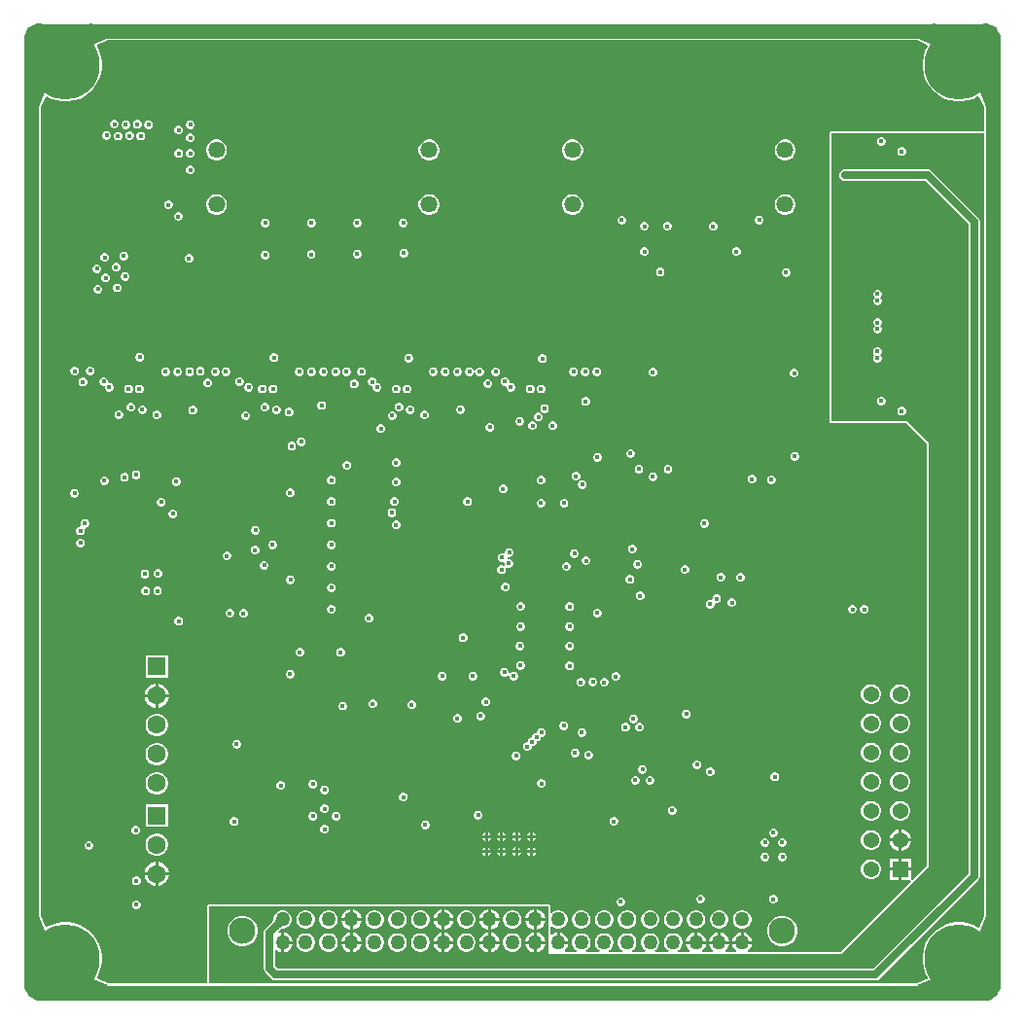
<source format=gbr>
G04*
G04 #@! TF.GenerationSoftware,Altium Limited,Altium Designer,24.1.2 (44)*
G04*
G04 Layer_Physical_Order=2*
G04 Layer_Color=15724527*
%FSLAX44Y44*%
%MOMM*%
G71*
G04*
G04 #@! TF.SameCoordinates,B91C3D85-37F7-440E-B7CA-D4A3DDB4B262*
G04*
G04*
G04 #@! TF.FilePolarity,Positive*
G04*
G01*
G75*
%ADD23C,1.2300*%
%ADD135C,0.3000*%
%ADD136R,1.3700X1.3700*%
%ADD137C,1.3700*%
%ADD138C,1.4580*%
%ADD139C,1.2580*%
%ADD141C,2.3000*%
%ADD142C,1.0000*%
%ADD143C,6.0000*%
%ADD144C,1.6000*%
%ADD145R,1.6000X1.6000*%
%ADD146C,0.4000*%
%ADD147C,0.6350*%
%ADD148R,2.0320X2.3114*%
G36*
X72652Y837497D02*
X60031Y831958D01*
X36000Y840539D01*
X16444Y833556D01*
X9461Y814000D01*
X18041Y789969D01*
X12503Y777348D01*
X203Y791409D01*
X5264Y814000D01*
X203Y836591D01*
X11965Y837935D01*
Y837959D01*
X12003Y837997D01*
X12077Y837997D01*
X13409Y849797D01*
X36000Y844736D01*
X58591Y849797D01*
X72652Y837497D01*
D02*
G37*
G36*
X837941Y838035D02*
X837959D01*
X837997Y837997D01*
X837997Y837914D01*
X849803Y836551D01*
X849736Y835727D01*
X849535Y834425D01*
X847394Y824422D01*
X844868Y814000D01*
X847394Y803578D01*
X849535Y793575D01*
X849736Y792273D01*
X849803Y791449D01*
X837503Y777355D01*
X831991Y789993D01*
X840533Y814000D01*
X833577Y833548D01*
X814000Y840539D01*
X789968Y831958D01*
X777347Y837496D01*
X791408Y849797D01*
X814000Y844736D01*
X836592Y849797D01*
X837941Y838035D01*
D02*
G37*
G36*
X156323Y835648D02*
X416322D01*
X426322Y835648D01*
X696321D01*
X706321Y835648D01*
X777043D01*
X786168Y831643D01*
X786534Y830096D01*
X784548Y826199D01*
X783002Y821442D01*
X782220Y816501D01*
Y811499D01*
X783002Y806558D01*
X784548Y801801D01*
X786819Y797344D01*
X789760Y793297D01*
X793297Y789760D01*
X797344Y786819D01*
X801801Y784548D01*
X806558Y783002D01*
X811499Y782220D01*
X816501D01*
X821442Y783002D01*
X826199Y784548D01*
X830127Y786550D01*
X831667Y786196D01*
X835654Y777054D01*
Y756195D01*
X702818Y756195D01*
X702123Y756057D01*
X701535Y755663D01*
X701141Y755074D01*
X701003Y754380D01*
Y504190D01*
X701141Y503495D01*
X701535Y502907D01*
X702123Y502513D01*
X702818Y502375D01*
X767598Y502375D01*
X785585Y484388D01*
Y116576D01*
X773318Y104309D01*
X772090Y104877D01*
X772090Y105487D01*
Y112530D01*
X763970D01*
Y104410D01*
X770924D01*
X771623Y104410D01*
X772191Y103182D01*
X710702Y41693D01*
X630812D01*
X630455Y42829D01*
X630450Y42963D01*
X632066Y44578D01*
X633228Y46592D01*
X633801Y48730D01*
X616199D01*
X616772Y46592D01*
X617934Y44578D01*
X619550Y42963D01*
X619545Y42829D01*
X619188Y41693D01*
X610812D01*
X610455Y42829D01*
X610450Y42963D01*
X612066Y44578D01*
X613228Y46592D01*
X613801Y48730D01*
X596199D01*
X596772Y46592D01*
X597934Y44578D01*
X599550Y42963D01*
X599545Y42829D01*
X599188Y41693D01*
X590812D01*
X590455Y42829D01*
X590450Y42963D01*
X592066Y44578D01*
X593228Y46592D01*
X593801Y48730D01*
X576199D01*
X576772Y46592D01*
X577934Y44578D01*
X579550Y42963D01*
X579545Y42829D01*
X579188Y41693D01*
X569292D01*
X568951Y42963D01*
X569955Y43542D01*
X571458Y45045D01*
X572520Y46885D01*
X573070Y48938D01*
Y51062D01*
X572520Y53115D01*
X571458Y54955D01*
X569955Y56458D01*
X568115Y57520D01*
X566062Y58070D01*
X563938D01*
X561885Y57520D01*
X560045Y56458D01*
X558542Y54955D01*
X557480Y53115D01*
X556930Y51062D01*
Y48938D01*
X557480Y46885D01*
X558542Y45045D01*
X560045Y43542D01*
X561049Y42963D01*
X560708Y41693D01*
X549292D01*
X548951Y42963D01*
X549955Y43542D01*
X551458Y45045D01*
X552520Y46885D01*
X553070Y48938D01*
Y51062D01*
X552520Y53115D01*
X551458Y54955D01*
X549955Y56458D01*
X548115Y57520D01*
X546062Y58070D01*
X543937D01*
X541885Y57520D01*
X540045Y56458D01*
X538542Y54955D01*
X537480Y53115D01*
X536930Y51062D01*
Y48938D01*
X537480Y46885D01*
X538542Y45045D01*
X540045Y43542D01*
X541049Y42963D01*
X540708Y41693D01*
X529292D01*
X528951Y42963D01*
X529955Y43542D01*
X531458Y45045D01*
X532520Y46885D01*
X533070Y48938D01*
Y51062D01*
X532520Y53115D01*
X531458Y54955D01*
X529955Y56458D01*
X528115Y57520D01*
X526062Y58070D01*
X523938D01*
X521885Y57520D01*
X520045Y56458D01*
X518542Y54955D01*
X517480Y53115D01*
X516930Y51062D01*
Y48938D01*
X517480Y46885D01*
X518542Y45045D01*
X520045Y43542D01*
X521049Y42963D01*
X520708Y41693D01*
X509292D01*
X508951Y42963D01*
X509955Y43542D01*
X511458Y45045D01*
X512520Y46885D01*
X513070Y48938D01*
Y51062D01*
X512520Y53115D01*
X511458Y54955D01*
X509955Y56458D01*
X508115Y57520D01*
X506062Y58070D01*
X503937D01*
X501885Y57520D01*
X500045Y56458D01*
X498542Y54955D01*
X497480Y53115D01*
X496930Y51062D01*
Y48938D01*
X497480Y46885D01*
X498542Y45045D01*
X500045Y43542D01*
X501049Y42963D01*
X500708Y41693D01*
X489292D01*
X488951Y42963D01*
X489955Y43542D01*
X491458Y45045D01*
X492520Y46885D01*
X493070Y48938D01*
Y51062D01*
X492520Y53115D01*
X491458Y54955D01*
X489955Y56458D01*
X488115Y57520D01*
X486062Y58070D01*
X483938D01*
X481885Y57520D01*
X480045Y56458D01*
X478542Y54955D01*
X477480Y53115D01*
X476930Y51062D01*
Y48938D01*
X477480Y46885D01*
X478542Y45045D01*
X480045Y43542D01*
X481049Y42963D01*
X480708Y41693D01*
X470812D01*
X470455Y42829D01*
X470450Y42963D01*
X472066Y44578D01*
X473228Y46592D01*
X473801Y48730D01*
X465000D01*
Y50000D01*
X463730D01*
Y58801D01*
X461592Y58228D01*
X459578Y57066D01*
X459290Y56777D01*
X458116Y57263D01*
Y63675D01*
X459386Y64201D01*
X460045Y63542D01*
X461885Y62480D01*
X463938Y61930D01*
X466062D01*
X468115Y62480D01*
X469955Y63542D01*
X471458Y65045D01*
X472520Y66885D01*
X473070Y68938D01*
Y71062D01*
X472520Y73115D01*
X471458Y74955D01*
X469955Y76458D01*
X468115Y77520D01*
X466062Y78070D01*
X463938D01*
X461885Y77520D01*
X460045Y76458D01*
X459386Y75799D01*
X458116Y76325D01*
Y81280D01*
X457978Y81974D01*
X457585Y82563D01*
X456996Y82957D01*
X456302Y83095D01*
X160858D01*
X160163Y82957D01*
X159574Y82563D01*
X159181Y81974D01*
X159043Y81280D01*
Y14346D01*
X150858D01*
X140858Y14346D01*
X72946D01*
X63804Y18333D01*
X63450Y19872D01*
X65452Y23801D01*
X66997Y28558D01*
X67780Y33499D01*
Y38501D01*
X66997Y43442D01*
X65452Y48199D01*
X63181Y52656D01*
X60240Y56703D01*
X56703Y60240D01*
X52656Y63181D01*
X48199Y65452D01*
X43442Y66997D01*
X38501Y67780D01*
X33499D01*
X28558Y66997D01*
X23801Y65452D01*
X19903Y63466D01*
X18356Y63831D01*
X14352Y72956D01*
Y145503D01*
X14352Y155503D01*
Y415503D01*
X14352Y425503D01*
Y695502D01*
X14352Y705502D01*
Y777044D01*
X18356Y786169D01*
X19903Y786534D01*
X23801Y784548D01*
X28558Y783002D01*
X33499Y782220D01*
X38501D01*
X43442Y783002D01*
X48199Y784548D01*
X52656Y786819D01*
X56703Y789760D01*
X60240Y793297D01*
X63181Y797344D01*
X65452Y801801D01*
X66997Y806558D01*
X67780Y811499D01*
Y816501D01*
X66997Y821442D01*
X65452Y826199D01*
X63466Y830096D01*
X63831Y831644D01*
X72957Y835648D01*
X146323D01*
X156323Y835648D01*
D02*
G37*
G36*
X835654Y754380D02*
Y706779D01*
X835654Y696779D01*
D01*
Y696779D01*
Y426780D01*
X835654Y416780D01*
D01*
Y416780D01*
Y156780D01*
X835654Y146780D01*
D01*
Y146780D01*
Y72946D01*
X831217Y62773D01*
X830656Y63181D01*
X826199Y65452D01*
X821442Y66997D01*
X816501Y67780D01*
X811499D01*
X806558Y66997D01*
X801801Y65452D01*
X797344Y63181D01*
X793297Y60240D01*
X789760Y56703D01*
X786819Y52656D01*
X784548Y48199D01*
X783002Y43442D01*
X782220Y38501D01*
Y33499D01*
X783002Y28558D01*
X784548Y23801D01*
X786819Y19344D01*
X787227Y18782D01*
X777054Y14346D01*
X700857D01*
X690857Y14346D01*
X690857D01*
D01*
X430857D01*
X420857Y14346D01*
X420857D01*
D01*
X160858D01*
Y81280D01*
X456302D01*
Y39878D01*
X711454D01*
X787400Y115824D01*
Y485140D01*
X768350Y504190D01*
X702818Y504190D01*
Y754380D01*
X835654Y754380D01*
D02*
G37*
G36*
X849803Y58551D02*
X849736Y57728D01*
X849535Y56425D01*
X847394Y46423D01*
X844868Y36000D01*
X847394Y25577D01*
X849535Y15575D01*
X849736Y14272D01*
X849803Y13449D01*
X838035Y12060D01*
Y12041D01*
X837997Y12003D01*
X837563Y12004D01*
X837503Y11997D01*
X837502Y12004D01*
X833882Y12011D01*
Y197D01*
X832684Y268D01*
X831117Y480D01*
X826880Y1330D01*
X817765Y3667D01*
X813304Y4963D01*
X803579Y2606D01*
X793576Y465D01*
X792274Y264D01*
X791450Y197D01*
X777356Y12497D01*
X789994Y18008D01*
X813976Y9476D01*
X832717Y14242D01*
X832832Y14357D01*
X840533Y36000D01*
X831990Y60007D01*
X837503Y72645D01*
X849803Y58551D01*
D02*
G37*
G36*
X18041Y60031D02*
X9461Y36000D01*
X16451Y16423D01*
X36000Y9467D01*
X60007Y18009D01*
X72644Y12497D01*
X58550Y197D01*
X57727Y264D01*
X56424Y465D01*
X46422Y2606D01*
X36000Y5132D01*
X25578Y2606D01*
X15576Y465D01*
X14273Y264D01*
X13450Y197D01*
X12066Y11965D01*
X12041D01*
X12003Y12003D01*
X12003Y12079D01*
X203Y13410D01*
X5264Y36000D01*
X203Y58590D01*
X12503Y72652D01*
X18041Y60031D01*
D02*
G37*
%LPC*%
G36*
X79192Y766288D02*
X77688D01*
X76299Y765713D01*
X75236Y764649D01*
X74660Y763260D01*
Y761756D01*
X75236Y760367D01*
X76299Y759304D01*
X77688Y758728D01*
X79192D01*
X80581Y759304D01*
X81644Y760367D01*
X82220Y761756D01*
Y763260D01*
X81644Y764649D01*
X80581Y765713D01*
X79192Y766288D01*
D02*
G37*
G36*
X99158Y766041D02*
X97654D01*
X96265Y765466D01*
X95201Y764403D01*
X94626Y763013D01*
Y761510D01*
X95201Y760120D01*
X96265Y759057D01*
X97654Y758482D01*
X99158D01*
X100547Y759057D01*
X101610Y760120D01*
X102186Y761510D01*
Y763013D01*
X101610Y764403D01*
X100547Y765466D01*
X99158Y766041D01*
D02*
G37*
G36*
X145399Y765780D02*
X143895D01*
X142506Y765204D01*
X141443Y764141D01*
X140867Y762752D01*
Y761248D01*
X141443Y759859D01*
X142506Y758795D01*
X143895Y758220D01*
X145399D01*
X146788Y758795D01*
X147852Y759859D01*
X148427Y761248D01*
Y762752D01*
X147852Y764141D01*
X146788Y765204D01*
X145399Y765780D01*
D02*
G37*
G36*
X109141Y765660D02*
X107637D01*
X106248Y765085D01*
X105184Y764022D01*
X104609Y762632D01*
Y761129D01*
X105184Y759739D01*
X106248Y758676D01*
X107637Y758101D01*
X109141D01*
X110530Y758676D01*
X111594Y759739D01*
X112169Y761129D01*
Y762632D01*
X111594Y764022D01*
X110530Y765085D01*
X109141Y765660D01*
D02*
G37*
G36*
X89175D02*
X87671D01*
X86282Y765085D01*
X85218Y764022D01*
X84643Y762632D01*
Y761129D01*
X85218Y759739D01*
X86282Y758676D01*
X87671Y758101D01*
X89175D01*
X90564Y758676D01*
X91628Y759739D01*
X92203Y761129D01*
Y762632D01*
X91628Y764022D01*
X90564Y765085D01*
X89175Y765660D01*
D02*
G37*
G36*
X135195Y761081D02*
X133691D01*
X132302Y760506D01*
X131239Y759442D01*
X130663Y758053D01*
Y756549D01*
X131239Y755160D01*
X132302Y754097D01*
X133691Y753521D01*
X135195D01*
X136585Y754097D01*
X137648Y755160D01*
X138223Y756549D01*
Y758053D01*
X137648Y759442D01*
X136585Y760506D01*
X135195Y761081D01*
D02*
G37*
G36*
X72472Y756382D02*
X70968D01*
X69579Y755807D01*
X68516Y754743D01*
X67940Y753354D01*
Y751850D01*
X68516Y750461D01*
X69579Y749398D01*
X70968Y748822D01*
X72472D01*
X73861Y749398D01*
X74925Y750461D01*
X75500Y751850D01*
Y753354D01*
X74925Y754743D01*
X73861Y755807D01*
X72472Y756382D01*
D02*
G37*
G36*
X92438Y756135D02*
X90934D01*
X89545Y755560D01*
X88481Y754497D01*
X87906Y753107D01*
Y751604D01*
X88481Y750214D01*
X89545Y749151D01*
X90934Y748576D01*
X92438D01*
X93827Y749151D01*
X94890Y750214D01*
X95466Y751604D01*
Y753107D01*
X94890Y754497D01*
X93827Y755560D01*
X92438Y756135D01*
D02*
G37*
G36*
X102421Y755754D02*
X100917D01*
X99528Y755179D01*
X98464Y754116D01*
X97889Y752726D01*
Y751223D01*
X98464Y749833D01*
X99528Y748770D01*
X100917Y748195D01*
X102421D01*
X103810Y748770D01*
X104874Y749833D01*
X105449Y751223D01*
Y752726D01*
X104874Y754116D01*
X103810Y755179D01*
X102421Y755754D01*
D02*
G37*
G36*
X82455D02*
X80951D01*
X79562Y755179D01*
X78498Y754116D01*
X77923Y752726D01*
Y751223D01*
X78498Y749833D01*
X79562Y748770D01*
X80951Y748195D01*
X82455D01*
X83844Y748770D01*
X84908Y749833D01*
X85483Y751223D01*
Y752726D01*
X84908Y754116D01*
X83844Y755179D01*
X82455Y755754D01*
D02*
G37*
G36*
X145399Y754350D02*
X143895D01*
X142506Y753774D01*
X141443Y752711D01*
X140867Y751322D01*
Y749818D01*
X141443Y748429D01*
X142506Y747365D01*
X143895Y746790D01*
X145399D01*
X146788Y747365D01*
X147852Y748429D01*
X148427Y749818D01*
Y751322D01*
X147852Y752711D01*
X146788Y753774D01*
X145399Y754350D01*
D02*
G37*
G36*
Y740733D02*
X143895D01*
X142506Y740157D01*
X141443Y739094D01*
X140867Y737704D01*
Y736201D01*
X141443Y734811D01*
X142506Y733748D01*
X143895Y733173D01*
X145399D01*
X146788Y733748D01*
X147852Y734811D01*
X148427Y736201D01*
Y737704D01*
X147852Y739094D01*
X146788Y740157D01*
X145399Y740733D01*
D02*
G37*
G36*
X135427D02*
X133923D01*
X132534Y740157D01*
X131470Y739094D01*
X130895Y737704D01*
Y736201D01*
X131470Y734811D01*
X132534Y733748D01*
X133923Y733173D01*
X135427D01*
X136816Y733748D01*
X137879Y734811D01*
X138455Y736201D01*
Y737704D01*
X137879Y739094D01*
X136816Y740157D01*
X135427Y740733D01*
D02*
G37*
G36*
X663694Y749070D02*
X661306D01*
X658999Y748452D01*
X656931Y747258D01*
X655242Y745569D01*
X654048Y743501D01*
X653430Y741194D01*
Y738806D01*
X654048Y736499D01*
X655242Y734431D01*
X656931Y732742D01*
X658999Y731548D01*
X661306Y730930D01*
X663694D01*
X666001Y731548D01*
X668069Y732742D01*
X669758Y734431D01*
X670952Y736499D01*
X671570Y738806D01*
Y741194D01*
X670952Y743501D01*
X669758Y745569D01*
X668069Y747258D01*
X666001Y748452D01*
X663694Y749070D01*
D02*
G37*
G36*
X478694D02*
X476306D01*
X473999Y748452D01*
X471931Y747258D01*
X470242Y745569D01*
X469048Y743501D01*
X468430Y741194D01*
Y738806D01*
X469048Y736499D01*
X470242Y734431D01*
X471931Y732742D01*
X473999Y731548D01*
X476306Y730930D01*
X478694D01*
X481001Y731548D01*
X483069Y732742D01*
X484758Y734431D01*
X485952Y736499D01*
X486570Y738806D01*
Y741194D01*
X485952Y743501D01*
X484758Y745569D01*
X483069Y747258D01*
X481001Y748452D01*
X478694Y749070D01*
D02*
G37*
G36*
X353694D02*
X351306D01*
X348999Y748452D01*
X346931Y747258D01*
X345242Y745569D01*
X344048Y743501D01*
X343430Y741194D01*
Y738806D01*
X344048Y736499D01*
X345242Y734431D01*
X346931Y732742D01*
X348999Y731548D01*
X351306Y730930D01*
X353694D01*
X356001Y731548D01*
X358069Y732742D01*
X359758Y734431D01*
X360952Y736499D01*
X361570Y738806D01*
Y741194D01*
X360952Y743501D01*
X359758Y745569D01*
X358069Y747258D01*
X356001Y748452D01*
X353694Y749070D01*
D02*
G37*
G36*
X168694D02*
X166306D01*
X163999Y748452D01*
X161931Y747258D01*
X160242Y745569D01*
X159048Y743501D01*
X158430Y741194D01*
Y738806D01*
X159048Y736499D01*
X160242Y734431D01*
X161931Y732742D01*
X163999Y731548D01*
X166306Y730930D01*
X168694D01*
X171001Y731548D01*
X173069Y732742D01*
X174758Y734431D01*
X175952Y736499D01*
X176570Y738806D01*
Y741194D01*
X175952Y743501D01*
X174758Y745569D01*
X173069Y747258D01*
X171001Y748452D01*
X168694Y749070D01*
D02*
G37*
G36*
X145399Y726410D02*
X143895D01*
X142506Y725835D01*
X141443Y724771D01*
X140867Y723382D01*
Y721878D01*
X141443Y720489D01*
X142506Y719426D01*
X143895Y718850D01*
X145399D01*
X146788Y719426D01*
X147852Y720489D01*
X148427Y721878D01*
Y723382D01*
X147852Y724771D01*
X146788Y725835D01*
X145399Y726410D01*
D02*
G37*
G36*
X126417Y696032D02*
X124914D01*
X123524Y695457D01*
X122461Y694394D01*
X121885Y693004D01*
Y691501D01*
X122461Y690111D01*
X123524Y689048D01*
X124914Y688473D01*
X126417D01*
X127807Y689048D01*
X128870Y690111D01*
X129445Y691501D01*
Y693004D01*
X128870Y694394D01*
X127807Y695457D01*
X126417Y696032D01*
D02*
G37*
G36*
X663694Y701570D02*
X661306D01*
X658999Y700952D01*
X656931Y699758D01*
X655242Y698069D01*
X654048Y696001D01*
X653430Y693694D01*
Y691306D01*
X654048Y688999D01*
X655242Y686931D01*
X656931Y685242D01*
X658999Y684048D01*
X661306Y683430D01*
X663694D01*
X666001Y684048D01*
X668069Y685242D01*
X669758Y686931D01*
X670952Y688999D01*
X671570Y691306D01*
Y693694D01*
X670952Y696001D01*
X669758Y698069D01*
X668069Y699758D01*
X666001Y700952D01*
X663694Y701570D01*
D02*
G37*
G36*
X478694D02*
X476306D01*
X473999Y700952D01*
X471931Y699758D01*
X470242Y698069D01*
X469048Y696001D01*
X468430Y693694D01*
Y691306D01*
X469048Y688999D01*
X470242Y686931D01*
X471931Y685242D01*
X473999Y684048D01*
X476306Y683430D01*
X478694D01*
X481001Y684048D01*
X483069Y685242D01*
X484758Y686931D01*
X485952Y688999D01*
X486570Y691306D01*
Y693694D01*
X485952Y696001D01*
X484758Y698069D01*
X483069Y699758D01*
X481001Y700952D01*
X478694Y701570D01*
D02*
G37*
G36*
X353694D02*
X351306D01*
X348999Y700952D01*
X346931Y699758D01*
X345242Y698069D01*
X344048Y696001D01*
X343430Y693694D01*
Y691306D01*
X344048Y688999D01*
X345242Y686931D01*
X346931Y685242D01*
X348999Y684048D01*
X351306Y683430D01*
X353694D01*
X356001Y684048D01*
X358069Y685242D01*
X359758Y686931D01*
X360952Y688999D01*
X361570Y691306D01*
Y693694D01*
X360952Y696001D01*
X359758Y698069D01*
X358069Y699758D01*
X356001Y700952D01*
X353694Y701570D01*
D02*
G37*
G36*
X168694D02*
X166306D01*
X163999Y700952D01*
X161931Y699758D01*
X160242Y698069D01*
X159048Y696001D01*
X158430Y693694D01*
Y691306D01*
X159048Y688999D01*
X160242Y686931D01*
X161931Y685242D01*
X163999Y684048D01*
X166306Y683430D01*
X168694D01*
X171001Y684048D01*
X173069Y685242D01*
X174758Y686931D01*
X175952Y688999D01*
X176570Y691306D01*
Y693694D01*
X175952Y696001D01*
X174758Y698069D01*
X173069Y699758D01*
X171001Y700952D01*
X168694Y701570D01*
D02*
G37*
G36*
X134978Y685821D02*
X133474D01*
X132085Y685246D01*
X131021Y684182D01*
X130446Y682793D01*
Y681289D01*
X131021Y679900D01*
X132085Y678837D01*
X133474Y678261D01*
X134978D01*
X136367Y678837D01*
X137431Y679900D01*
X138006Y681289D01*
Y682793D01*
X137431Y684182D01*
X136367Y685246D01*
X134978Y685821D01*
D02*
G37*
G36*
X640660Y682827D02*
X639156D01*
X637767Y682251D01*
X636703Y681188D01*
X636128Y679799D01*
Y678295D01*
X636703Y676906D01*
X637767Y675842D01*
X639156Y675267D01*
X640660D01*
X642049Y675842D01*
X643112Y676906D01*
X643688Y678295D01*
Y679799D01*
X643112Y681188D01*
X642049Y682251D01*
X640660Y682827D01*
D02*
G37*
G36*
X521111Y682566D02*
X519607D01*
X518218Y681991D01*
X517155Y680927D01*
X516579Y679538D01*
Y678034D01*
X517155Y676645D01*
X518218Y675582D01*
X519607Y675006D01*
X521111D01*
X522500Y675582D01*
X523564Y676645D01*
X524139Y678034D01*
Y679538D01*
X523564Y680927D01*
X522500Y681991D01*
X521111Y682566D01*
D02*
G37*
G36*
X330752Y680280D02*
X329248D01*
X327859Y679705D01*
X326796Y678641D01*
X326220Y677252D01*
Y675748D01*
X326796Y674359D01*
X327859Y673296D01*
X329248Y672720D01*
X330752D01*
X332141Y673296D01*
X333204Y674359D01*
X333780Y675748D01*
Y677252D01*
X333204Y678641D01*
X332141Y679705D01*
X330752Y680280D01*
D02*
G37*
G36*
X290752D02*
X289248D01*
X287859Y679705D01*
X286795Y678641D01*
X286220Y677252D01*
Y675748D01*
X286795Y674359D01*
X287859Y673296D01*
X289248Y672720D01*
X290752D01*
X292141Y673296D01*
X293204Y674359D01*
X293780Y675748D01*
Y677252D01*
X293204Y678641D01*
X292141Y679705D01*
X290752Y680280D01*
D02*
G37*
G36*
X250752D02*
X249248D01*
X247859Y679705D01*
X246795Y678641D01*
X246220Y677252D01*
Y675748D01*
X246795Y674359D01*
X247859Y673296D01*
X249248Y672720D01*
X250752D01*
X252141Y673296D01*
X253204Y674359D01*
X253780Y675748D01*
Y677252D01*
X253204Y678641D01*
X252141Y679705D01*
X250752Y680280D01*
D02*
G37*
G36*
X210752D02*
X209248D01*
X207859Y679705D01*
X206795Y678641D01*
X206220Y677252D01*
Y675748D01*
X206795Y674359D01*
X207859Y673296D01*
X209248Y672720D01*
X210752D01*
X212141Y673296D01*
X213204Y674359D01*
X213780Y675748D01*
Y677252D01*
X213204Y678641D01*
X212141Y679705D01*
X210752Y680280D01*
D02*
G37*
G36*
X560688Y677375D02*
X559184D01*
X557795Y676799D01*
X556732Y675736D01*
X556156Y674347D01*
Y672843D01*
X556732Y671453D01*
X557795Y670390D01*
X559184Y669815D01*
X560688D01*
X562077Y670390D01*
X563141Y671453D01*
X563716Y672843D01*
Y674347D01*
X563141Y675736D01*
X562077Y676799D01*
X560688Y677375D01*
D02*
G37*
G36*
X540752D02*
X539248D01*
X537859Y676799D01*
X536796Y675736D01*
X536220Y674347D01*
Y672843D01*
X536796Y671453D01*
X537859Y670390D01*
X539248Y669815D01*
X540752D01*
X542141Y670390D01*
X543205Y671453D01*
X543780Y672843D01*
Y674347D01*
X543205Y675736D01*
X542141Y676799D01*
X540752Y677375D01*
D02*
G37*
G36*
X600712Y677233D02*
X599209D01*
X597819Y676658D01*
X596756Y675594D01*
X596180Y674205D01*
Y672701D01*
X596756Y671312D01*
X597819Y670249D01*
X599209Y669673D01*
X600712D01*
X602102Y670249D01*
X603165Y671312D01*
X603741Y672701D01*
Y674205D01*
X603165Y675594D01*
X602102Y676658D01*
X600712Y677233D01*
D02*
G37*
G36*
X620752Y655280D02*
X619248D01*
X617859Y654705D01*
X616796Y653641D01*
X616220Y652252D01*
Y650748D01*
X616796Y649359D01*
X617859Y648296D01*
X619248Y647720D01*
X620752D01*
X622141Y648296D01*
X623204Y649359D01*
X623780Y650748D01*
Y652252D01*
X623204Y653641D01*
X622141Y654705D01*
X620752Y655280D01*
D02*
G37*
G36*
X540752D02*
X539248D01*
X537859Y654705D01*
X536796Y653641D01*
X536220Y652252D01*
Y650748D01*
X536796Y649359D01*
X537859Y648296D01*
X539248Y647720D01*
X540752D01*
X542141Y648296D01*
X543205Y649359D01*
X543780Y650748D01*
Y652252D01*
X543205Y653641D01*
X542141Y654705D01*
X540752Y655280D01*
D02*
G37*
G36*
X331206Y654030D02*
X329702D01*
X328313Y653455D01*
X327249Y652391D01*
X326674Y651002D01*
Y649498D01*
X327249Y648109D01*
X328313Y647046D01*
X329702Y646470D01*
X331206D01*
X332595Y647046D01*
X333658Y648109D01*
X334234Y649498D01*
Y651002D01*
X333658Y652391D01*
X332595Y653455D01*
X331206Y654030D01*
D02*
G37*
G36*
X290739Y653095D02*
X289235D01*
X287846Y652519D01*
X286782Y651456D01*
X286207Y650067D01*
Y648563D01*
X286782Y647173D01*
X287846Y646110D01*
X289235Y645535D01*
X290739D01*
X292128Y646110D01*
X293191Y647173D01*
X293767Y648563D01*
Y650067D01*
X293191Y651456D01*
X292128Y652519D01*
X290739Y653095D01*
D02*
G37*
G36*
X250669Y652781D02*
X249166D01*
X247776Y652205D01*
X246713Y651142D01*
X246138Y649753D01*
Y648249D01*
X246713Y646860D01*
X247776Y645796D01*
X249166Y645221D01*
X250669D01*
X252059Y645796D01*
X253122Y646860D01*
X253697Y648249D01*
Y649753D01*
X253122Y651142D01*
X252059Y652205D01*
X250669Y652781D01*
D02*
G37*
G36*
X210724Y652404D02*
X209220D01*
X207831Y651829D01*
X206768Y650766D01*
X206192Y649376D01*
Y647873D01*
X206768Y646483D01*
X207831Y645420D01*
X209220Y644845D01*
X210724D01*
X212113Y645420D01*
X213177Y646483D01*
X213752Y647873D01*
Y649376D01*
X213177Y650766D01*
X212113Y651829D01*
X210724Y652404D01*
D02*
G37*
G36*
X87424Y651410D02*
X85921D01*
X84531Y650834D01*
X83468Y649771D01*
X82893Y648382D01*
Y646878D01*
X83468Y645489D01*
X84531Y644425D01*
X85921Y643850D01*
X87424D01*
X88814Y644425D01*
X89877Y645489D01*
X90453Y646878D01*
Y648382D01*
X89877Y649771D01*
X88814Y650834D01*
X87424Y651410D01*
D02*
G37*
G36*
X70852Y650179D02*
X69349D01*
X67959Y649604D01*
X66896Y648541D01*
X66321Y647151D01*
Y645648D01*
X66896Y644258D01*
X67959Y643195D01*
X69349Y642619D01*
X70852D01*
X72242Y643195D01*
X73305Y644258D01*
X73881Y645648D01*
Y647151D01*
X73305Y648541D01*
X72242Y649604D01*
X70852Y650179D01*
D02*
G37*
G36*
X144262Y649251D02*
X142758D01*
X141369Y648675D01*
X140306Y647612D01*
X139730Y646223D01*
Y644719D01*
X140306Y643329D01*
X141369Y642266D01*
X142758Y641691D01*
X144262D01*
X145651Y642266D01*
X146714Y643329D01*
X147290Y644719D01*
Y646223D01*
X146714Y647612D01*
X145651Y648675D01*
X144262Y649251D01*
D02*
G37*
G36*
X80704Y641504D02*
X79201D01*
X77811Y640928D01*
X76748Y639865D01*
X76173Y638476D01*
Y636972D01*
X76748Y635583D01*
X77811Y634519D01*
X79201Y633944D01*
X80704D01*
X82094Y634519D01*
X83157Y635583D01*
X83733Y636972D01*
Y638476D01*
X83157Y639865D01*
X82094Y640928D01*
X80704Y641504D01*
D02*
G37*
G36*
X64132Y640273D02*
X62629D01*
X61239Y639698D01*
X60176Y638635D01*
X59601Y637245D01*
Y635742D01*
X60176Y634352D01*
X61239Y633289D01*
X62629Y632713D01*
X64132D01*
X65522Y633289D01*
X66585Y634352D01*
X67161Y635742D01*
Y637245D01*
X66585Y638635D01*
X65522Y639698D01*
X64132Y640273D01*
D02*
G37*
G36*
X554572Y637335D02*
X553068D01*
X551679Y636759D01*
X550615Y635696D01*
X550040Y634307D01*
Y632803D01*
X550615Y631413D01*
X551679Y630350D01*
X553068Y629775D01*
X554572D01*
X555961Y630350D01*
X557024Y631413D01*
X557600Y632803D01*
Y634307D01*
X557024Y635696D01*
X555961Y636759D01*
X554572Y637335D01*
D02*
G37*
G36*
X664197Y636976D02*
X662693D01*
X661304Y636400D01*
X660240Y635337D01*
X659665Y633948D01*
Y632444D01*
X660240Y631055D01*
X661304Y629991D01*
X662693Y629416D01*
X664197D01*
X665586Y629991D01*
X666649Y631055D01*
X667225Y632444D01*
Y633948D01*
X666649Y635337D01*
X665586Y636400D01*
X664197Y636976D01*
D02*
G37*
G36*
X88627Y633581D02*
X87123D01*
X85733Y633005D01*
X84670Y631942D01*
X84095Y630552D01*
Y629049D01*
X84670Y627659D01*
X85733Y626596D01*
X87123Y626021D01*
X88627D01*
X90016Y626596D01*
X91079Y627659D01*
X91655Y629049D01*
Y630552D01*
X91079Y631942D01*
X90016Y633005D01*
X88627Y633581D01*
D02*
G37*
G36*
X71644Y632310D02*
X70140D01*
X68751Y631735D01*
X67687Y630672D01*
X67112Y629282D01*
Y627779D01*
X67687Y626389D01*
X68751Y625326D01*
X70140Y624751D01*
X71644D01*
X73033Y625326D01*
X74096Y626389D01*
X74672Y627779D01*
Y629282D01*
X74096Y630672D01*
X73033Y631735D01*
X71644Y632310D01*
D02*
G37*
G36*
X81907Y623675D02*
X80403D01*
X79014Y623099D01*
X77950Y622036D01*
X77375Y620646D01*
Y619143D01*
X77950Y617753D01*
X79014Y616690D01*
X80403Y616115D01*
X81907D01*
X83296Y616690D01*
X84359Y617753D01*
X84935Y619143D01*
Y620646D01*
X84359Y622036D01*
X83296Y623099D01*
X81907Y623675D01*
D02*
G37*
G36*
X64924Y622405D02*
X63420D01*
X62031Y621829D01*
X60967Y620766D01*
X60392Y619376D01*
Y617873D01*
X60967Y616483D01*
X62031Y615420D01*
X63420Y614845D01*
X64924D01*
X66313Y615420D01*
X67376Y616483D01*
X67952Y617873D01*
Y619376D01*
X67376Y620766D01*
X66313Y621829D01*
X64924Y622405D01*
D02*
G37*
G36*
X101595Y563485D02*
X100091D01*
X98702Y562910D01*
X97639Y561846D01*
X97063Y560457D01*
Y558953D01*
X97639Y557564D01*
X98702Y556501D01*
X100091Y555925D01*
X101595D01*
X102984Y556501D01*
X104048Y557564D01*
X104623Y558953D01*
Y560457D01*
X104048Y561846D01*
X102984Y562910D01*
X101595Y563485D01*
D02*
G37*
G36*
X218430Y562834D02*
X216926D01*
X215537Y562258D01*
X214473Y561195D01*
X213898Y559806D01*
Y558302D01*
X214473Y556913D01*
X215537Y555849D01*
X216926Y555274D01*
X218430D01*
X219819Y555849D01*
X220882Y556913D01*
X221458Y558302D01*
Y559806D01*
X220882Y561195D01*
X219819Y562258D01*
X218430Y562834D01*
D02*
G37*
G36*
X335524Y562580D02*
X334020D01*
X332631Y562005D01*
X331567Y560941D01*
X330992Y559552D01*
Y558048D01*
X331567Y556659D01*
X332631Y555596D01*
X334020Y555020D01*
X335524D01*
X336913Y555596D01*
X337976Y556659D01*
X338552Y558048D01*
Y559552D01*
X337976Y560941D01*
X336913Y562005D01*
X335524Y562580D01*
D02*
G37*
G36*
X452110Y562072D02*
X450606D01*
X449217Y561497D01*
X448153Y560433D01*
X447578Y559044D01*
Y557540D01*
X448153Y556151D01*
X449217Y555088D01*
X450606Y554512D01*
X452110D01*
X453499Y555088D01*
X454562Y556151D01*
X455138Y557540D01*
Y559044D01*
X454562Y560433D01*
X453499Y561497D01*
X452110Y562072D01*
D02*
G37*
G36*
X58404Y551342D02*
X56900D01*
X55510Y550766D01*
X54447Y549703D01*
X53872Y548314D01*
Y546810D01*
X54447Y545421D01*
X55510Y544357D01*
X56900Y543782D01*
X58404D01*
X59793Y544357D01*
X60856Y545421D01*
X61432Y546810D01*
Y548314D01*
X60856Y549703D01*
X59793Y550766D01*
X58404Y551342D01*
D02*
G37*
G36*
X44705Y551229D02*
X43201D01*
X41812Y550654D01*
X40749Y549590D01*
X40173Y548201D01*
Y546697D01*
X40749Y545308D01*
X41812Y544245D01*
X43201Y543669D01*
X44705D01*
X46094Y544245D01*
X47158Y545308D01*
X47733Y546697D01*
Y548201D01*
X47158Y549590D01*
X46094Y550654D01*
X44705Y551229D01*
D02*
G37*
G36*
X154099Y550936D02*
X152596D01*
X151206Y550361D01*
X150143Y549297D01*
X149567Y547908D01*
Y546404D01*
X150143Y545015D01*
X151206Y543952D01*
X152596Y543376D01*
X154099D01*
X155489Y543952D01*
X156552Y545015D01*
X157127Y546404D01*
Y547908D01*
X156552Y549297D01*
X155489Y550361D01*
X154099Y550936D01*
D02*
G37*
G36*
X294563Y550814D02*
X293059D01*
X291670Y550238D01*
X290606Y549175D01*
X290031Y547786D01*
Y546282D01*
X290606Y544893D01*
X291670Y543829D01*
X293059Y543254D01*
X294563D01*
X295952Y543829D01*
X297015Y544893D01*
X297591Y546282D01*
Y547786D01*
X297015Y549175D01*
X295952Y550238D01*
X294563Y550814D01*
D02*
G37*
G36*
X281269Y550668D02*
X279765D01*
X278376Y550092D01*
X277313Y549029D01*
X276737Y547640D01*
Y546136D01*
X277313Y544747D01*
X278376Y543683D01*
X279765Y543108D01*
X281269D01*
X282658Y543683D01*
X283722Y544747D01*
X284297Y546136D01*
Y547640D01*
X283722Y549029D01*
X282658Y550092D01*
X281269Y550668D01*
D02*
G37*
G36*
X499405Y550642D02*
X497901D01*
X496511Y550067D01*
X495448Y549003D01*
X494873Y547614D01*
Y546110D01*
X495448Y544721D01*
X496511Y543658D01*
X497901Y543082D01*
X499405D01*
X500794Y543658D01*
X501857Y544721D01*
X502433Y546110D01*
Y547614D01*
X501857Y549003D01*
X500794Y550067D01*
X499405Y550642D01*
D02*
G37*
G36*
X489236D02*
X487733D01*
X486343Y550067D01*
X485280Y549003D01*
X484704Y547614D01*
Y546110D01*
X485280Y544721D01*
X486343Y543658D01*
X487733Y543082D01*
X489236D01*
X490626Y543658D01*
X491689Y544721D01*
X492264Y546110D01*
Y547614D01*
X491689Y549003D01*
X490626Y550067D01*
X489236Y550642D01*
D02*
G37*
G36*
X479068D02*
X477564D01*
X476175Y550067D01*
X475112Y549003D01*
X474536Y547614D01*
Y546110D01*
X475112Y544721D01*
X476175Y543658D01*
X477564Y543082D01*
X479068D01*
X480457Y543658D01*
X481521Y544721D01*
X482096Y546110D01*
Y547614D01*
X481521Y549003D01*
X480457Y550067D01*
X479068Y550642D01*
D02*
G37*
G36*
X377929D02*
X376425D01*
X375036Y550067D01*
X373973Y549003D01*
X373397Y547614D01*
Y546110D01*
X373973Y544721D01*
X375036Y543658D01*
X376425Y543082D01*
X377929D01*
X379318Y543658D01*
X380382Y544721D01*
X380957Y546110D01*
Y547614D01*
X380382Y549003D01*
X379318Y550067D01*
X377929Y550642D01*
D02*
G37*
G36*
X367380D02*
X365876D01*
X364487Y550067D01*
X363423Y549003D01*
X362848Y547614D01*
Y546110D01*
X363423Y544721D01*
X364487Y543658D01*
X365876Y543082D01*
X367380D01*
X368769Y543658D01*
X369832Y544721D01*
X370408Y546110D01*
Y547614D01*
X369832Y549003D01*
X368769Y550067D01*
X367380Y550642D01*
D02*
G37*
G36*
X356830D02*
X355327D01*
X353937Y550067D01*
X352874Y549003D01*
X352299Y547614D01*
Y546110D01*
X352874Y544721D01*
X353937Y543658D01*
X355327Y543082D01*
X356830D01*
X358220Y543658D01*
X359283Y544721D01*
X359859Y546110D01*
Y547614D01*
X359283Y549003D01*
X358220Y550067D01*
X356830Y550642D01*
D02*
G37*
G36*
X271910D02*
X270406D01*
X269017Y550067D01*
X267953Y549003D01*
X267378Y547614D01*
Y546110D01*
X267953Y544721D01*
X269017Y543658D01*
X270406Y543082D01*
X271910D01*
X273299Y543658D01*
X274362Y544721D01*
X274938Y546110D01*
Y547614D01*
X274362Y549003D01*
X273299Y550067D01*
X271910Y550642D01*
D02*
G37*
G36*
X261360D02*
X259857D01*
X258467Y550067D01*
X257404Y549003D01*
X256829Y547614D01*
Y546110D01*
X257404Y544721D01*
X258467Y543658D01*
X259857Y543082D01*
X261360D01*
X262750Y543658D01*
X263813Y544721D01*
X264389Y546110D01*
Y547614D01*
X263813Y549003D01*
X262750Y550067D01*
X261360Y550642D01*
D02*
G37*
G36*
X250811D02*
X249307D01*
X247918Y550067D01*
X246855Y549003D01*
X246279Y547614D01*
Y546110D01*
X246855Y544721D01*
X247918Y543658D01*
X249307Y543082D01*
X250811D01*
X252201Y543658D01*
X253264Y544721D01*
X253839Y546110D01*
Y547614D01*
X253264Y549003D01*
X252201Y550067D01*
X250811Y550642D01*
D02*
G37*
G36*
X240262D02*
X238758D01*
X237369Y550067D01*
X236305Y549003D01*
X235730Y547614D01*
Y546110D01*
X236305Y544721D01*
X237369Y543658D01*
X238758Y543082D01*
X240262D01*
X241651Y543658D01*
X242715Y544721D01*
X243290Y546110D01*
Y547614D01*
X242715Y549003D01*
X241651Y550067D01*
X240262Y550642D01*
D02*
G37*
G36*
X176440D02*
X174936D01*
X173547Y550067D01*
X172484Y549003D01*
X171908Y547614D01*
Y546110D01*
X172484Y544721D01*
X173547Y543658D01*
X174936Y543082D01*
X176440D01*
X177829Y543658D01*
X178893Y544721D01*
X179468Y546110D01*
Y547614D01*
X178893Y549003D01*
X177829Y550067D01*
X176440Y550642D01*
D02*
G37*
G36*
X144792D02*
X143288D01*
X141899Y550067D01*
X140836Y549003D01*
X140260Y547614D01*
Y546110D01*
X140836Y544721D01*
X141899Y543658D01*
X143288Y543082D01*
X144792D01*
X146181Y543658D01*
X147245Y544721D01*
X147820Y546110D01*
Y547614D01*
X147245Y549003D01*
X146181Y550067D01*
X144792Y550642D01*
D02*
G37*
G36*
X134243D02*
X132739D01*
X131350Y550067D01*
X130286Y549003D01*
X129711Y547614D01*
Y546110D01*
X130286Y544721D01*
X131350Y543658D01*
X132739Y543082D01*
X134243D01*
X135632Y543658D01*
X136695Y544721D01*
X137271Y546110D01*
Y547614D01*
X136695Y549003D01*
X135632Y550067D01*
X134243Y550642D01*
D02*
G37*
G36*
X123693D02*
X122190D01*
X120800Y550067D01*
X119737Y549003D01*
X119162Y547614D01*
Y546110D01*
X119737Y544721D01*
X120800Y543658D01*
X122190Y543082D01*
X123693D01*
X125083Y543658D01*
X126146Y544721D01*
X126721Y546110D01*
Y547614D01*
X126146Y549003D01*
X125083Y550067D01*
X123693Y550642D01*
D02*
G37*
G36*
X167169Y550622D02*
X165665D01*
X164276Y550046D01*
X163213Y548983D01*
X162637Y547594D01*
Y546090D01*
X163213Y544701D01*
X164276Y543637D01*
X165665Y543062D01*
X167169D01*
X168559Y543637D01*
X169622Y544701D01*
X170197Y546090D01*
Y547594D01*
X169622Y548983D01*
X168559Y550046D01*
X167169Y550622D01*
D02*
G37*
G36*
X411405Y550483D02*
X409902D01*
X408512Y549907D01*
X407449Y548844D01*
X406874Y547454D01*
Y545951D01*
X407449Y544561D01*
X408512Y543498D01*
X409902Y542923D01*
X411405D01*
X412795Y543498D01*
X413858Y544561D01*
X414434Y545951D01*
Y547454D01*
X413858Y548844D01*
X412795Y549907D01*
X411405Y550483D01*
D02*
G37*
G36*
X388478Y550642D02*
X386974D01*
X385585Y550067D01*
X384522Y549003D01*
X383946Y547614D01*
Y546110D01*
X384522Y544721D01*
X385585Y543658D01*
X386974Y543082D01*
X388478D01*
X389868Y543658D01*
X390931Y544721D01*
X391506Y546110D01*
X392734Y546008D01*
Y545951D01*
X393310Y544561D01*
X394373Y543498D01*
X395762Y542923D01*
X397266D01*
X398655Y543498D01*
X399719Y544561D01*
X400294Y545951D01*
Y547454D01*
X399719Y548844D01*
X398655Y549907D01*
X397266Y550483D01*
X395762D01*
X394373Y549907D01*
X393310Y548844D01*
X392734Y547454D01*
X391506Y547557D01*
Y547614D01*
X390931Y549003D01*
X389868Y550067D01*
X388478Y550642D01*
D02*
G37*
G36*
X548064Y550095D02*
X546561D01*
X545171Y549520D01*
X544108Y548457D01*
X543533Y547067D01*
Y545564D01*
X544108Y544174D01*
X545171Y543111D01*
X546561Y542535D01*
X548064D01*
X549454Y543111D01*
X550517Y544174D01*
X551093Y545564D01*
Y547067D01*
X550517Y548457D01*
X549454Y549520D01*
X548064Y550095D01*
D02*
G37*
G36*
X671096Y549469D02*
X669592D01*
X668203Y548894D01*
X667140Y547830D01*
X666564Y546441D01*
Y544937D01*
X667140Y543548D01*
X668203Y542484D01*
X669592Y541909D01*
X671096D01*
X672485Y542484D01*
X673549Y543548D01*
X674124Y544937D01*
Y546441D01*
X673549Y547830D01*
X672485Y548894D01*
X671096Y549469D01*
D02*
G37*
G36*
X188082Y542075D02*
X186579D01*
X185189Y541499D01*
X184126Y540436D01*
X183550Y539047D01*
Y537543D01*
X184126Y536153D01*
X185189Y535090D01*
X186579Y534515D01*
X188082D01*
X189472Y535090D01*
X190535Y536153D01*
X191110Y537543D01*
Y539047D01*
X190535Y540436D01*
X189472Y541499D01*
X188082Y542075D01*
D02*
G37*
G36*
X51839Y541715D02*
X50335D01*
X48945Y541139D01*
X47882Y540076D01*
X47307Y538687D01*
Y537183D01*
X47882Y535793D01*
X48945Y534730D01*
X50335Y534155D01*
X51839D01*
X53228Y534730D01*
X54291Y535793D01*
X54867Y537183D01*
Y538687D01*
X54291Y540076D01*
X53228Y541139D01*
X51839Y541715D01*
D02*
G37*
G36*
X160644Y540851D02*
X159140D01*
X157750Y540275D01*
X156687Y539212D01*
X156112Y537823D01*
Y536319D01*
X156687Y534930D01*
X157750Y533866D01*
X159140Y533291D01*
X160644D01*
X162033Y533866D01*
X163096Y534930D01*
X163672Y536319D01*
Y537823D01*
X163096Y539212D01*
X162033Y540275D01*
X160644Y540851D01*
D02*
G37*
G36*
X404412Y540372D02*
X402908D01*
X401519Y539797D01*
X400455Y538734D01*
X399880Y537344D01*
Y535840D01*
X400455Y534451D01*
X401519Y533388D01*
X402908Y532812D01*
X404412D01*
X405801Y533388D01*
X406864Y534451D01*
X407440Y535840D01*
Y537344D01*
X406864Y538734D01*
X405801Y539797D01*
X404412Y540372D01*
D02*
G37*
G36*
X288116Y540044D02*
X286612D01*
X285223Y539468D01*
X284159Y538405D01*
X283584Y537016D01*
Y535512D01*
X284159Y534123D01*
X285223Y533060D01*
X286612Y532484D01*
X288116D01*
X289505Y533060D01*
X290568Y534123D01*
X291144Y535512D01*
Y537016D01*
X290568Y538405D01*
X289505Y539468D01*
X288116Y540044D01*
D02*
G37*
G36*
X196151Y537191D02*
X194648D01*
X193258Y536615D01*
X192195Y535552D01*
X191619Y534163D01*
Y532659D01*
X192195Y531269D01*
X193258Y530206D01*
X194648Y529631D01*
X196151D01*
X197541Y530206D01*
X198604Y531269D01*
X199179Y532659D01*
Y534163D01*
X198604Y535552D01*
X197541Y536615D01*
X196151Y537191D01*
D02*
G37*
G36*
X419227Y542029D02*
X417723D01*
X416334Y541453D01*
X415271Y540390D01*
X414695Y539001D01*
Y537497D01*
X415271Y536107D01*
X416334Y535044D01*
X417723Y534469D01*
X418815D01*
X419352Y534295D01*
X419988Y533409D01*
Y532585D01*
X420563Y531196D01*
X421627Y530132D01*
X423016Y529557D01*
X424520D01*
X425909Y530132D01*
X426973Y531196D01*
X427548Y532585D01*
Y534089D01*
X426973Y535478D01*
X425909Y536541D01*
X424520Y537117D01*
X423429D01*
X422891Y537291D01*
X422255Y538176D01*
Y539001D01*
X421680Y540390D01*
X420616Y541453D01*
X419227Y542029D01*
D02*
G37*
G36*
X303898Y541943D02*
X302395D01*
X301005Y541367D01*
X299942Y540304D01*
X299366Y538915D01*
Y537411D01*
X299942Y536022D01*
X301005Y534958D01*
X302395Y534383D01*
X303223D01*
X303419Y534089D01*
Y532585D01*
X303995Y531196D01*
X305058Y530132D01*
X306448Y529557D01*
X307951D01*
X309341Y530132D01*
X310404Y531196D01*
X310979Y532585D01*
Y534089D01*
X310404Y535478D01*
X309341Y536541D01*
X307951Y537117D01*
X307123D01*
X306926Y537411D01*
Y538915D01*
X306351Y540304D01*
X305288Y541367D01*
X303898Y541943D01*
D02*
G37*
G36*
X70019Y542040D02*
X68515D01*
X67126Y541465D01*
X66062Y540401D01*
X65487Y539012D01*
Y537508D01*
X66062Y536119D01*
X67126Y535056D01*
X68515Y534480D01*
X69109D01*
X70093Y534152D01*
X70283Y533307D01*
Y532585D01*
X70858Y531196D01*
X71921Y530132D01*
X73311Y529557D01*
X74814D01*
X76204Y530132D01*
X77267Y531196D01*
X77842Y532585D01*
Y534089D01*
X77267Y535478D01*
X76204Y536541D01*
X74814Y537117D01*
X74220D01*
X73237Y537445D01*
X73047Y538290D01*
Y539012D01*
X72471Y540401D01*
X71408Y541465D01*
X70019Y542040D01*
D02*
G37*
G36*
X450709Y535614D02*
X449205D01*
X447816Y535039D01*
X446752Y533976D01*
X446177Y532586D01*
Y531082D01*
X446752Y529693D01*
X447816Y528630D01*
X449205Y528054D01*
X450709D01*
X452098Y528630D01*
X453162Y529693D01*
X453737Y531082D01*
Y532586D01*
X453162Y533976D01*
X452098Y535039D01*
X450709Y535614D01*
D02*
G37*
G36*
X441209D02*
X439705D01*
X438316Y535039D01*
X437253Y533976D01*
X436677Y532586D01*
Y531082D01*
X437253Y529693D01*
X438316Y528630D01*
X439705Y528054D01*
X441209D01*
X442598Y528630D01*
X443662Y529693D01*
X444237Y531082D01*
Y532586D01*
X443662Y533976D01*
X442598Y535039D01*
X441209Y535614D01*
D02*
G37*
G36*
X334140D02*
X332637D01*
X331247Y535039D01*
X330184Y533976D01*
X329608Y532586D01*
Y531082D01*
X330184Y529693D01*
X331247Y528630D01*
X332637Y528054D01*
X334140D01*
X335530Y528630D01*
X336593Y529693D01*
X337169Y531082D01*
Y532586D01*
X336593Y533976D01*
X335530Y535039D01*
X334140Y535614D01*
D02*
G37*
G36*
X324641D02*
X323137D01*
X321748Y535039D01*
X320684Y533976D01*
X320109Y532586D01*
Y531082D01*
X320684Y529693D01*
X321748Y528630D01*
X323137Y528054D01*
X324641D01*
X326030Y528630D01*
X327093Y529693D01*
X327669Y531082D01*
Y532586D01*
X327093Y533976D01*
X326030Y535039D01*
X324641Y535614D01*
D02*
G37*
G36*
X217572D02*
X216068D01*
X214679Y535039D01*
X213615Y533976D01*
X213040Y532586D01*
Y531082D01*
X213615Y529693D01*
X214679Y528630D01*
X216068Y528054D01*
X217572D01*
X218961Y528630D01*
X220025Y529693D01*
X220600Y531082D01*
Y532586D01*
X220025Y533976D01*
X218961Y535039D01*
X217572Y535614D01*
D02*
G37*
G36*
X208072D02*
X206568D01*
X205179Y535039D01*
X204116Y533976D01*
X203540Y532586D01*
Y531082D01*
X204116Y529693D01*
X205179Y528630D01*
X206568Y528054D01*
X208072D01*
X209461Y528630D01*
X210525Y529693D01*
X211100Y531082D01*
Y532586D01*
X210525Y533976D01*
X209461Y535039D01*
X208072Y535614D01*
D02*
G37*
G36*
X101003D02*
X99500D01*
X98110Y535039D01*
X97047Y533976D01*
X96472Y532586D01*
Y531082D01*
X97047Y529693D01*
X98110Y528630D01*
X99500Y528054D01*
X101003D01*
X102393Y528630D01*
X103456Y529693D01*
X104031Y531082D01*
Y532586D01*
X103456Y533976D01*
X102393Y535039D01*
X101003Y535614D01*
D02*
G37*
G36*
X91504D02*
X90000D01*
X88610Y535039D01*
X87547Y533976D01*
X86972Y532586D01*
Y531082D01*
X87547Y529693D01*
X88610Y528630D01*
X90000Y528054D01*
X91504D01*
X92893Y528630D01*
X93956Y529693D01*
X94532Y531082D01*
Y532586D01*
X93956Y533976D01*
X92893Y535039D01*
X91504Y535614D01*
D02*
G37*
G36*
X489543Y524697D02*
X488039D01*
X486650Y524121D01*
X485587Y523058D01*
X485011Y521669D01*
Y520165D01*
X485587Y518775D01*
X486650Y517712D01*
X488039Y517137D01*
X489543D01*
X490932Y517712D01*
X491996Y518775D01*
X492571Y520165D01*
Y521669D01*
X491996Y523058D01*
X490932Y524121D01*
X489543Y524697D01*
D02*
G37*
G36*
X259872Y521233D02*
X258368D01*
X256979Y520657D01*
X255915Y519594D01*
X255340Y518205D01*
Y516701D01*
X255915Y515312D01*
X256979Y514248D01*
X258368Y513673D01*
X259872D01*
X261261Y514248D01*
X262324Y515312D01*
X262900Y516701D01*
Y518205D01*
X262324Y519594D01*
X261261Y520657D01*
X259872Y521233D01*
D02*
G37*
G36*
X326877Y519761D02*
X325373D01*
X323984Y519185D01*
X322921Y518122D01*
X322345Y516732D01*
Y515229D01*
X322921Y513839D01*
X323984Y512776D01*
X325373Y512201D01*
X326877D01*
X328266Y512776D01*
X329330Y513839D01*
X329905Y515229D01*
Y516732D01*
X329330Y518122D01*
X328266Y519185D01*
X326877Y519761D01*
D02*
G37*
G36*
X210309D02*
X208805D01*
X207416Y519185D01*
X206352Y518122D01*
X205777Y516732D01*
Y515229D01*
X206352Y513839D01*
X207416Y512776D01*
X208805Y512201D01*
X210309D01*
X211698Y512776D01*
X212761Y513839D01*
X213337Y515229D01*
Y516732D01*
X212761Y518122D01*
X211698Y519185D01*
X210309Y519761D01*
D02*
G37*
G36*
X93740D02*
X92236D01*
X90847Y519185D01*
X89784Y518122D01*
X89208Y516732D01*
Y515229D01*
X89784Y513839D01*
X90847Y512776D01*
X92236Y512201D01*
X93740D01*
X95129Y512776D01*
X96193Y513839D01*
X96768Y515229D01*
Y516732D01*
X96193Y518122D01*
X95129Y519185D01*
X93740Y519761D01*
D02*
G37*
G36*
X453832Y518629D02*
X452328D01*
X450939Y518054D01*
X449876Y516990D01*
X449300Y515601D01*
Y514097D01*
X449876Y512708D01*
X450939Y511645D01*
X452328Y511069D01*
X453832D01*
X455221Y511645D01*
X456285Y512708D01*
X456860Y514097D01*
Y515601D01*
X456285Y516990D01*
X455221Y518054D01*
X453832Y518629D01*
D02*
G37*
G36*
X380534Y517775D02*
X379030D01*
X377641Y517199D01*
X376578Y516136D01*
X376002Y514746D01*
Y513243D01*
X376578Y511853D01*
X377641Y510790D01*
X379030Y510215D01*
X380534D01*
X381923Y510790D01*
X382987Y511853D01*
X383562Y513243D01*
Y514746D01*
X382987Y516136D01*
X381923Y517199D01*
X380534Y517775D01*
D02*
G37*
G36*
X336788Y517519D02*
X335285D01*
X333895Y516944D01*
X332832Y515880D01*
X332256Y514491D01*
Y512987D01*
X332832Y511598D01*
X333895Y510535D01*
X335285Y509959D01*
X336788D01*
X338178Y510535D01*
X339241Y511598D01*
X339816Y512987D01*
Y514491D01*
X339241Y515880D01*
X338178Y516944D01*
X336788Y517519D01*
D02*
G37*
G36*
X220220D02*
X218716D01*
X217327Y516944D01*
X216263Y515880D01*
X215688Y514491D01*
Y512987D01*
X216263Y511598D01*
X217327Y510535D01*
X218716Y509959D01*
X220220D01*
X221609Y510535D01*
X222672Y511598D01*
X223248Y512987D01*
Y514491D01*
X222672Y515880D01*
X221609Y516944D01*
X220220Y517519D01*
D02*
G37*
G36*
X103651D02*
X102148D01*
X100758Y516944D01*
X99695Y515880D01*
X99119Y514491D01*
Y512987D01*
X99695Y511598D01*
X100758Y510535D01*
X102148Y509959D01*
X103651D01*
X105041Y510535D01*
X106104Y511598D01*
X106679Y512987D01*
Y514491D01*
X106104Y515880D01*
X105041Y516944D01*
X103651Y517519D01*
D02*
G37*
G36*
X147443Y517183D02*
X145939D01*
X144550Y516607D01*
X143487Y515544D01*
X142911Y514154D01*
Y512651D01*
X143487Y511261D01*
X144550Y510198D01*
X145939Y509622D01*
X147443D01*
X148833Y510198D01*
X149896Y511261D01*
X150471Y512651D01*
Y514154D01*
X149896Y515544D01*
X148833Y516607D01*
X147443Y517183D01*
D02*
G37*
G36*
X231259Y515417D02*
X229755D01*
X228366Y514842D01*
X227302Y513778D01*
X226727Y512389D01*
Y510885D01*
X227302Y509496D01*
X228366Y508433D01*
X229755Y507857D01*
X231259D01*
X232648Y508433D01*
X233711Y509496D01*
X234287Y510885D01*
Y512389D01*
X233711Y513778D01*
X232648Y514842D01*
X231259Y515417D01*
D02*
G37*
G36*
X83132Y513327D02*
X81629D01*
X80239Y512752D01*
X79176Y511689D01*
X78601Y510299D01*
Y508796D01*
X79176Y507406D01*
X80239Y506343D01*
X81629Y505768D01*
X83132D01*
X84522Y506343D01*
X85585Y507406D01*
X86161Y508796D01*
Y510299D01*
X85585Y511689D01*
X84522Y512752D01*
X83132Y513327D01*
D02*
G37*
G36*
X349297Y513047D02*
X347793D01*
X346404Y512472D01*
X345340Y511409D01*
X344765Y510019D01*
Y508516D01*
X345340Y507126D01*
X346404Y506063D01*
X347793Y505487D01*
X349297D01*
X350686Y506063D01*
X351750Y507126D01*
X352325Y508516D01*
Y510019D01*
X351750Y511409D01*
X350686Y512472D01*
X349297Y513047D01*
D02*
G37*
G36*
X116160D02*
X114656D01*
X113267Y512472D01*
X112204Y511409D01*
X111628Y510019D01*
Y508516D01*
X112204Y507126D01*
X113267Y506063D01*
X114656Y505487D01*
X116160D01*
X117549Y506063D01*
X118613Y507126D01*
X119188Y508516D01*
Y510019D01*
X118613Y511409D01*
X117549Y512472D01*
X116160Y513047D01*
D02*
G37*
G36*
X193590Y512457D02*
X192086D01*
X190697Y511882D01*
X189634Y510818D01*
X189058Y509429D01*
Y507925D01*
X189634Y506536D01*
X190697Y505473D01*
X192086Y504897D01*
X193590D01*
X194979Y505473D01*
X196043Y506536D01*
X196618Y507925D01*
Y509429D01*
X196043Y510818D01*
X194979Y511882D01*
X193590Y512457D01*
D02*
G37*
G36*
X321219Y512418D02*
X319715D01*
X318326Y511842D01*
X317262Y510779D01*
X316687Y509389D01*
Y507886D01*
X317262Y506496D01*
X318326Y505433D01*
X319715Y504858D01*
X321219D01*
X322608Y505433D01*
X323671Y506496D01*
X324247Y507886D01*
Y509389D01*
X323671Y510779D01*
X322608Y511842D01*
X321219Y512418D01*
D02*
G37*
G36*
X448467Y511218D02*
X446963D01*
X445574Y510643D01*
X444510Y509579D01*
X443935Y508190D01*
Y506686D01*
X444510Y505297D01*
X445574Y504234D01*
X446963Y503658D01*
X448467D01*
X449856Y504234D01*
X450919Y505297D01*
X451495Y506686D01*
Y508190D01*
X450919Y509579D01*
X449856Y510643D01*
X448467Y511218D01*
D02*
G37*
G36*
X432183Y507474D02*
X430679D01*
X429290Y506899D01*
X428227Y505836D01*
X427651Y504446D01*
Y502943D01*
X428227Y501553D01*
X429290Y500490D01*
X430679Y499914D01*
X432183D01*
X433572Y500490D01*
X434636Y501553D01*
X435211Y502943D01*
Y504446D01*
X434636Y505836D01*
X433572Y506899D01*
X432183Y507474D01*
D02*
G37*
G36*
X443275Y503716D02*
X441771D01*
X440382Y503141D01*
X439319Y502078D01*
X438743Y500688D01*
Y499184D01*
X439319Y497795D01*
X440382Y496732D01*
X441771Y496156D01*
X443275D01*
X444664Y496732D01*
X445728Y497795D01*
X446303Y499184D01*
Y500688D01*
X445728Y502078D01*
X444664Y503141D01*
X443275Y503716D01*
D02*
G37*
G36*
X460975Y503589D02*
X459472D01*
X458082Y503013D01*
X457019Y501950D01*
X456443Y500561D01*
Y499057D01*
X457019Y497668D01*
X458082Y496604D01*
X459472Y496029D01*
X460975D01*
X462365Y496604D01*
X463428Y497668D01*
X464003Y499057D01*
Y500561D01*
X463428Y501950D01*
X462365Y503013D01*
X460975Y503589D01*
D02*
G37*
G36*
X406371Y502213D02*
X404867D01*
X403477Y501638D01*
X402414Y500574D01*
X401839Y499185D01*
Y497681D01*
X402414Y496292D01*
X403477Y495229D01*
X404867Y494653D01*
X406371D01*
X407760Y495229D01*
X408823Y496292D01*
X409399Y497681D01*
Y499185D01*
X408823Y500574D01*
X407760Y501638D01*
X406371Y502213D01*
D02*
G37*
G36*
X311228Y500961D02*
X309724D01*
X308335Y500386D01*
X307271Y499322D01*
X306696Y497933D01*
Y496429D01*
X307271Y495040D01*
X308335Y493977D01*
X309724Y493401D01*
X311228D01*
X312617Y493977D01*
X313680Y495040D01*
X314256Y496429D01*
Y497933D01*
X313680Y499322D01*
X312617Y500386D01*
X311228Y500961D01*
D02*
G37*
G36*
X242061Y489717D02*
X240557D01*
X239168Y489142D01*
X238105Y488078D01*
X237529Y486689D01*
Y485185D01*
X238105Y483796D01*
X239168Y482733D01*
X240557Y482157D01*
X242061D01*
X243450Y482733D01*
X244514Y483796D01*
X245089Y485185D01*
Y486689D01*
X244514Y488078D01*
X243450Y489142D01*
X242061Y489717D01*
D02*
G37*
G36*
X233704Y485776D02*
X232200D01*
X230811Y485201D01*
X229748Y484137D01*
X229172Y482748D01*
Y481245D01*
X229748Y479855D01*
X230811Y478792D01*
X232200Y478216D01*
X233704D01*
X235093Y478792D01*
X236157Y479855D01*
X236732Y481245D01*
Y482748D01*
X236157Y484137D01*
X235093Y485201D01*
X233704Y485776D01*
D02*
G37*
G36*
X528727Y479442D02*
X527223D01*
X525834Y478866D01*
X524770Y477803D01*
X524195Y476413D01*
Y474910D01*
X524770Y473520D01*
X525834Y472457D01*
X527223Y471882D01*
X528727D01*
X530116Y472457D01*
X531180Y473520D01*
X531755Y474910D01*
Y476413D01*
X531180Y477803D01*
X530116Y478866D01*
X528727Y479442D01*
D02*
G37*
G36*
X671643Y477041D02*
X670139D01*
X668750Y476466D01*
X667687Y475402D01*
X667111Y474013D01*
Y472509D01*
X667687Y471120D01*
X668750Y470057D01*
X670139Y469481D01*
X671643D01*
X673032Y470057D01*
X674096Y471120D01*
X674671Y472509D01*
Y474013D01*
X674096Y475402D01*
X673032Y476466D01*
X671643Y477041D01*
D02*
G37*
G36*
X499862Y476220D02*
X498358D01*
X496969Y475644D01*
X495905Y474581D01*
X495330Y473192D01*
Y471688D01*
X495905Y470299D01*
X496969Y469235D01*
X498358Y468660D01*
X499862D01*
X501251Y469235D01*
X502314Y470299D01*
X502890Y471688D01*
Y473192D01*
X502314Y474581D01*
X501251Y475644D01*
X499862Y476220D01*
D02*
G37*
G36*
X324654Y471493D02*
X323150D01*
X321761Y470917D01*
X320698Y469854D01*
X320122Y468464D01*
Y466961D01*
X320698Y465571D01*
X321761Y464508D01*
X323150Y463932D01*
X324654D01*
X326044Y464508D01*
X327107Y465571D01*
X327682Y466961D01*
Y468464D01*
X327107Y469854D01*
X326044Y470917D01*
X324654Y471493D01*
D02*
G37*
G36*
X281807Y469100D02*
X280303D01*
X278914Y468524D01*
X277851Y467461D01*
X277275Y466071D01*
Y464568D01*
X277851Y463178D01*
X278914Y462115D01*
X280303Y461539D01*
X281807D01*
X283196Y462115D01*
X284260Y463178D01*
X284835Y464568D01*
Y466071D01*
X284260Y467461D01*
X283196Y468524D01*
X281807Y469100D01*
D02*
G37*
G36*
X561340Y465929D02*
X559836D01*
X558447Y465354D01*
X557384Y464290D01*
X556808Y462901D01*
Y461397D01*
X557384Y460008D01*
X558447Y458945D01*
X559836Y458369D01*
X561340D01*
X562729Y458945D01*
X563793Y460008D01*
X564368Y461397D01*
Y462901D01*
X563793Y464290D01*
X562729Y465354D01*
X561340Y465929D01*
D02*
G37*
G36*
X535980Y465837D02*
X534476D01*
X533087Y465262D01*
X532023Y464198D01*
X531448Y462809D01*
Y461305D01*
X532023Y459916D01*
X533087Y458853D01*
X534476Y458277D01*
X535980D01*
X537369Y458853D01*
X538432Y459916D01*
X539008Y461305D01*
Y462809D01*
X538432Y464198D01*
X537369Y465262D01*
X535980Y465837D01*
D02*
G37*
G36*
X98232Y460980D02*
X96728D01*
X95339Y460405D01*
X94276Y459341D01*
X93700Y457952D01*
Y456448D01*
X94276Y455059D01*
X95339Y453996D01*
X96728Y453420D01*
X98232D01*
X99621Y453996D01*
X100685Y455059D01*
X101260Y456448D01*
Y457952D01*
X100685Y459341D01*
X99621Y460405D01*
X98232Y460980D01*
D02*
G37*
G36*
X481153Y459677D02*
X479650D01*
X478260Y459101D01*
X477197Y458038D01*
X476622Y456648D01*
Y455145D01*
X477197Y453755D01*
X478260Y452692D01*
X479650Y452117D01*
X481153D01*
X482543Y452692D01*
X483606Y453755D01*
X484182Y455145D01*
Y456648D01*
X483606Y458038D01*
X482543Y459101D01*
X481153Y459677D01*
D02*
G37*
G36*
X548160Y459231D02*
X546656D01*
X545267Y458655D01*
X544204Y457592D01*
X543628Y456203D01*
Y454699D01*
X544204Y453310D01*
X545267Y452246D01*
X546656Y451671D01*
X548160D01*
X549549Y452246D01*
X550613Y453310D01*
X551188Y454699D01*
Y456203D01*
X550613Y457592D01*
X549549Y458655D01*
X548160Y459231D01*
D02*
G37*
G36*
X88110Y458780D02*
X86606D01*
X85217Y458204D01*
X84153Y457141D01*
X83578Y455752D01*
Y454248D01*
X84153Y452859D01*
X85217Y451796D01*
X86606Y451220D01*
X88110D01*
X89499Y451796D01*
X90562Y452859D01*
X91138Y454248D01*
Y455752D01*
X90562Y457141D01*
X89499Y458204D01*
X88110Y458780D01*
D02*
G37*
G36*
X634302Y457142D02*
X632799D01*
X631409Y456567D01*
X630346Y455504D01*
X629771Y454114D01*
Y452611D01*
X630346Y451221D01*
X631409Y450158D01*
X632799Y449582D01*
X634302D01*
X635692Y450158D01*
X636755Y451221D01*
X637331Y452611D01*
Y454114D01*
X636755Y455504D01*
X635692Y456567D01*
X634302Y457142D01*
D02*
G37*
G36*
X651288Y456610D02*
X649784D01*
X648394Y456035D01*
X647331Y454971D01*
X646756Y453582D01*
Y452078D01*
X647331Y450689D01*
X648394Y449625D01*
X649784Y449050D01*
X651288D01*
X652677Y449625D01*
X653740Y450689D01*
X654316Y452078D01*
Y453582D01*
X653740Y454971D01*
X652677Y456035D01*
X651288Y456610D01*
D02*
G37*
G36*
X450752Y456280D02*
X449248D01*
X447859Y455704D01*
X446795Y454641D01*
X446220Y453252D01*
Y451748D01*
X446795Y450359D01*
X447859Y449296D01*
X449248Y448720D01*
X450752D01*
X452141Y449296D01*
X453204Y450359D01*
X453780Y451748D01*
Y453252D01*
X453204Y454641D01*
X452141Y455704D01*
X450752Y456280D01*
D02*
G37*
G36*
X268294Y456238D02*
X266790D01*
X265401Y455663D01*
X264337Y454599D01*
X263762Y453210D01*
Y451706D01*
X264337Y450317D01*
X265401Y449254D01*
X266790Y448678D01*
X268294D01*
X269683Y449254D01*
X270746Y450317D01*
X271322Y451706D01*
Y453210D01*
X270746Y454599D01*
X269683Y455663D01*
X268294Y456238D01*
D02*
G37*
G36*
X70602Y455624D02*
X69098D01*
X67709Y455048D01*
X66645Y453985D01*
X66070Y452595D01*
Y451092D01*
X66645Y449702D01*
X67709Y448639D01*
X69098Y448064D01*
X70602D01*
X71991Y448639D01*
X73054Y449702D01*
X73630Y451092D01*
Y452595D01*
X73054Y453985D01*
X71991Y455048D01*
X70602Y455624D01*
D02*
G37*
G36*
X133195Y454960D02*
X131692D01*
X130302Y454385D01*
X129239Y453321D01*
X128664Y451932D01*
Y450428D01*
X129239Y449039D01*
X130302Y447976D01*
X131692Y447400D01*
X133195D01*
X134585Y447976D01*
X135648Y449039D01*
X136224Y450428D01*
Y451932D01*
X135648Y453321D01*
X134585Y454385D01*
X133195Y454960D01*
D02*
G37*
G36*
X324602Y454627D02*
X323098D01*
X321709Y454052D01*
X320645Y452989D01*
X320070Y451599D01*
Y450096D01*
X320645Y448706D01*
X321709Y447643D01*
X323098Y447067D01*
X324602D01*
X325991Y447643D01*
X327054Y448706D01*
X327630Y450096D01*
Y451599D01*
X327054Y452989D01*
X325991Y454052D01*
X324602Y454627D01*
D02*
G37*
G36*
X486637Y452487D02*
X485133D01*
X483744Y451912D01*
X482680Y450848D01*
X482105Y449459D01*
Y447955D01*
X482680Y446566D01*
X483744Y445503D01*
X485133Y444927D01*
X486637D01*
X488026Y445503D01*
X489089Y446566D01*
X489665Y447955D01*
Y449459D01*
X489089Y450848D01*
X488026Y451912D01*
X486637Y452487D01*
D02*
G37*
G36*
X417705Y448445D02*
X416202D01*
X414812Y447870D01*
X413749Y446806D01*
X413174Y445417D01*
Y443913D01*
X413749Y442524D01*
X414812Y441461D01*
X416202Y440885D01*
X417705D01*
X419095Y441461D01*
X420158Y442524D01*
X420734Y443913D01*
Y445417D01*
X420158Y446806D01*
X419095Y447870D01*
X417705Y448445D01*
D02*
G37*
G36*
X232383Y445042D02*
X230879D01*
X229490Y444467D01*
X228427Y443403D01*
X227851Y442014D01*
Y440510D01*
X228427Y439121D01*
X229490Y438057D01*
X230879Y437482D01*
X232383D01*
X233773Y438057D01*
X234836Y439121D01*
X235411Y440510D01*
Y442014D01*
X234836Y443403D01*
X233773Y444467D01*
X232383Y445042D01*
D02*
G37*
G36*
X44515Y444972D02*
X43011D01*
X41622Y444397D01*
X40559Y443334D01*
X39983Y441944D01*
Y440441D01*
X40559Y439051D01*
X41622Y437988D01*
X43011Y437412D01*
X44515D01*
X45904Y437988D01*
X46968Y439051D01*
X47543Y440441D01*
Y441944D01*
X46968Y443334D01*
X45904Y444397D01*
X44515Y444972D01*
D02*
G37*
G36*
X386832Y437535D02*
X385328D01*
X383939Y436959D01*
X382876Y435896D01*
X382300Y434507D01*
Y433003D01*
X382876Y431614D01*
X383939Y430550D01*
X385328Y429975D01*
X386832D01*
X388221Y430550D01*
X389285Y431614D01*
X389860Y433003D01*
Y434507D01*
X389285Y435896D01*
X388221Y436959D01*
X386832Y437535D01*
D02*
G37*
G36*
X323106Y437498D02*
X321602D01*
X320213Y436923D01*
X319149Y435860D01*
X318574Y434470D01*
Y432966D01*
X319149Y431577D01*
X320213Y430514D01*
X321602Y429938D01*
X323106D01*
X324495Y430514D01*
X325558Y431577D01*
X326134Y432966D01*
Y434470D01*
X325558Y435860D01*
X324495Y436923D01*
X323106Y437498D01*
D02*
G37*
G36*
X268294Y437493D02*
X266790D01*
X265401Y436918D01*
X264337Y435854D01*
X263762Y434465D01*
Y432961D01*
X264337Y431572D01*
X265401Y430509D01*
X266790Y429933D01*
X268294D01*
X269683Y430509D01*
X270746Y431572D01*
X271322Y432961D01*
Y434465D01*
X270746Y435854D01*
X269683Y436918D01*
X268294Y437493D01*
D02*
G37*
G36*
X120132Y437032D02*
X118628D01*
X117239Y436456D01*
X116175Y435393D01*
X115600Y434004D01*
Y432500D01*
X116175Y431110D01*
X117239Y430047D01*
X118628Y429472D01*
X120132D01*
X121521Y430047D01*
X122584Y431110D01*
X123160Y432500D01*
Y434004D01*
X122584Y435393D01*
X121521Y436456D01*
X120132Y437032D01*
D02*
G37*
G36*
X470802Y436280D02*
X469298D01*
X467909Y435704D01*
X466846Y434641D01*
X466270Y433252D01*
Y431748D01*
X466846Y430359D01*
X467909Y429296D01*
X469298Y428720D01*
X470802D01*
X472191Y429296D01*
X473255Y430359D01*
X473830Y431748D01*
Y433252D01*
X473255Y434641D01*
X472191Y435704D01*
X470802Y436280D01*
D02*
G37*
G36*
X450752D02*
X449248D01*
X447859Y435704D01*
X446795Y434641D01*
X446220Y433252D01*
Y431748D01*
X446795Y430359D01*
X447859Y429296D01*
X449248Y428720D01*
X450752D01*
X452141Y429296D01*
X453204Y430359D01*
X453780Y431748D01*
Y433252D01*
X453204Y434641D01*
X452141Y435704D01*
X450752Y436280D01*
D02*
G37*
G36*
X320919Y427962D02*
X319415D01*
X318026Y427387D01*
X316963Y426323D01*
X316387Y424934D01*
Y423430D01*
X316963Y422041D01*
X318026Y420978D01*
X319415Y420402D01*
X320919D01*
X322308Y420978D01*
X323372Y422041D01*
X323947Y423430D01*
Y424934D01*
X323372Y426323D01*
X322308Y427387D01*
X320919Y427962D01*
D02*
G37*
G36*
X130365Y426857D02*
X128861D01*
X127471Y426282D01*
X126408Y425219D01*
X125833Y423829D01*
Y422326D01*
X126408Y420936D01*
X127471Y419873D01*
X128861Y419297D01*
X130365D01*
X131754Y419873D01*
X132817Y420936D01*
X133393Y422326D01*
Y423829D01*
X132817Y425219D01*
X131754Y426282D01*
X130365Y426857D01*
D02*
G37*
G36*
X268294Y418748D02*
X266790D01*
X265401Y418173D01*
X264337Y417109D01*
X263762Y415720D01*
Y414216D01*
X264337Y412827D01*
X265401Y411764D01*
X266790Y411188D01*
X268294D01*
X269683Y411764D01*
X270746Y412827D01*
X271322Y414216D01*
Y415720D01*
X270746Y417109D01*
X269683Y418173D01*
X268294Y418748D01*
D02*
G37*
G36*
X593002Y418530D02*
X591498D01*
X590109Y417955D01*
X589045Y416891D01*
X588470Y415502D01*
Y413998D01*
X589045Y412609D01*
X590109Y411545D01*
X591498Y410970D01*
X593002D01*
X594391Y411545D01*
X595454Y412609D01*
X596030Y413998D01*
Y415502D01*
X595454Y416891D01*
X594391Y417955D01*
X593002Y418530D01*
D02*
G37*
G36*
X324602Y417137D02*
X323098D01*
X321709Y416562D01*
X320645Y415499D01*
X320070Y414109D01*
Y412606D01*
X320645Y411216D01*
X321709Y410153D01*
X323098Y409577D01*
X324602D01*
X325991Y410153D01*
X327054Y411216D01*
X327630Y412606D01*
Y414109D01*
X327054Y415499D01*
X325991Y416562D01*
X324602Y417137D01*
D02*
G37*
G36*
X202103Y412761D02*
X200599D01*
X199210Y412185D01*
X198147Y411122D01*
X197571Y409733D01*
Y408229D01*
X198147Y406840D01*
X199210Y405776D01*
X200599Y405201D01*
X202103D01*
X203493Y405776D01*
X204556Y406840D01*
X205131Y408229D01*
Y409733D01*
X204556Y411122D01*
X203493Y412185D01*
X202103Y412761D01*
D02*
G37*
G36*
X53608Y418563D02*
X52104D01*
X50715Y417987D01*
X49651Y416924D01*
X49076Y415534D01*
Y414031D01*
X49399Y413252D01*
X48652Y411982D01*
X48241D01*
X46852Y411406D01*
X45788Y410343D01*
X45213Y408954D01*
Y407450D01*
X45788Y406060D01*
X46852Y404997D01*
X48241Y404422D01*
X49745D01*
X51134Y404997D01*
X52197Y406060D01*
X52773Y407450D01*
Y408954D01*
X52450Y409732D01*
X53197Y411003D01*
X53608D01*
X54997Y411578D01*
X56061Y412641D01*
X56636Y414031D01*
Y415534D01*
X56061Y416924D01*
X54997Y417987D01*
X53608Y418563D01*
D02*
G37*
G36*
X49745Y401587D02*
X48241D01*
X46852Y401012D01*
X45788Y399948D01*
X45213Y398559D01*
Y397055D01*
X45788Y395666D01*
X46852Y394603D01*
X48241Y394027D01*
X49745D01*
X51134Y394603D01*
X52197Y395666D01*
X52773Y397055D01*
Y398559D01*
X52197Y399948D01*
X51134Y401012D01*
X49745Y401587D01*
D02*
G37*
G36*
X268294Y400003D02*
X266790D01*
X265401Y399428D01*
X264337Y398364D01*
X263762Y396975D01*
Y395471D01*
X264337Y394082D01*
X265401Y393018D01*
X266790Y392443D01*
X268294D01*
X269683Y393018D01*
X270746Y394082D01*
X271322Y395471D01*
Y396975D01*
X270746Y398364D01*
X269683Y399428D01*
X268294Y400003D01*
D02*
G37*
G36*
X217051Y399961D02*
X215547D01*
X214158Y399386D01*
X213094Y398323D01*
X212519Y396933D01*
Y395429D01*
X213094Y394040D01*
X214158Y392977D01*
X215547Y392401D01*
X217051D01*
X218440Y392977D01*
X219503Y394040D01*
X220079Y395429D01*
Y396933D01*
X219503Y398323D01*
X218440Y399386D01*
X217051Y399961D01*
D02*
G37*
G36*
X530114Y396233D02*
X528610D01*
X527221Y395658D01*
X526158Y394595D01*
X525582Y393205D01*
Y391702D01*
X526158Y390312D01*
X527221Y389249D01*
X528610Y388673D01*
X530114D01*
X531503Y389249D01*
X532567Y390312D01*
X533142Y391702D01*
Y393205D01*
X532567Y394595D01*
X531503Y395658D01*
X530114Y396233D01*
D02*
G37*
G36*
X423018Y393164D02*
X421515D01*
X420125Y392589D01*
X419062Y391525D01*
X418486Y390136D01*
Y389439D01*
X417238Y388581D01*
X416813Y388757D01*
X415309D01*
X413919Y388182D01*
X412856Y387118D01*
X412281Y385729D01*
Y384225D01*
X412856Y382836D01*
X413919Y381772D01*
X415309Y381197D01*
X416813D01*
X417317Y381406D01*
X417814Y381078D01*
X418396Y380479D01*
Y379189D01*
X418584Y378736D01*
X418409Y378509D01*
X417560Y377891D01*
X416453Y378349D01*
X414949D01*
X413560Y377773D01*
X412497Y376710D01*
X411921Y375321D01*
Y373817D01*
X412497Y372428D01*
X413560Y371364D01*
X414949Y370789D01*
X416453D01*
X417842Y371364D01*
X418906Y372428D01*
X419481Y373817D01*
Y375321D01*
X419294Y375773D01*
X419469Y376001D01*
X420318Y376619D01*
X421425Y376161D01*
X422928D01*
X424318Y376736D01*
X425381Y377799D01*
X425956Y379189D01*
Y380692D01*
X425381Y382082D01*
X424318Y383145D01*
X422928Y383721D01*
X421675D01*
X421044Y384124D01*
X420492Y384709D01*
X420492Y384718D01*
X421515Y385604D01*
X423018D01*
X424408Y386179D01*
X425471Y387243D01*
X426046Y388632D01*
Y390136D01*
X425471Y391525D01*
X424408Y392589D01*
X423018Y393164D01*
D02*
G37*
G36*
X201643Y395322D02*
X200139D01*
X198750Y394746D01*
X197687Y393683D01*
X197111Y392294D01*
Y390790D01*
X197687Y389400D01*
X198750Y388337D01*
X200139Y387762D01*
X201643D01*
X203032Y388337D01*
X204096Y389400D01*
X204671Y390790D01*
Y392294D01*
X204096Y393683D01*
X203032Y394746D01*
X201643Y395322D01*
D02*
G37*
G36*
X479680Y392424D02*
X478176D01*
X476786Y391848D01*
X475723Y390785D01*
X475148Y389396D01*
Y387892D01*
X475723Y386502D01*
X476786Y385439D01*
X478176Y384864D01*
X479680D01*
X481069Y385439D01*
X482132Y386502D01*
X482708Y387892D01*
Y389396D01*
X482132Y390785D01*
X481069Y391848D01*
X479680Y392424D01*
D02*
G37*
G36*
X177282Y390310D02*
X175778D01*
X174389Y389735D01*
X173326Y388672D01*
X172750Y387282D01*
Y385779D01*
X173326Y384389D01*
X174389Y383326D01*
X175778Y382750D01*
X177282D01*
X178671Y383326D01*
X179734Y384389D01*
X180310Y385779D01*
Y387282D01*
X179734Y388672D01*
X178671Y389735D01*
X177282Y390310D01*
D02*
G37*
G36*
X489858Y386096D02*
X488354D01*
X486964Y385521D01*
X485901Y384457D01*
X485326Y383068D01*
Y381564D01*
X485901Y380175D01*
X486964Y379112D01*
X488354Y378536D01*
X489858D01*
X491247Y379112D01*
X492310Y380175D01*
X492886Y381564D01*
Y383068D01*
X492310Y384457D01*
X491247Y385521D01*
X489858Y386096D01*
D02*
G37*
G36*
X534715Y382973D02*
X533212D01*
X531822Y382397D01*
X530759Y381334D01*
X530183Y379945D01*
Y378441D01*
X530759Y377052D01*
X531822Y375988D01*
X533212Y375413D01*
X534715D01*
X536105Y375988D01*
X537168Y377052D01*
X537743Y378441D01*
Y379945D01*
X537168Y381334D01*
X536105Y382397D01*
X534715Y382973D01*
D02*
G37*
G36*
X209711Y382113D02*
X208207D01*
X206818Y381538D01*
X205755Y380474D01*
X205179Y379085D01*
Y377581D01*
X205755Y376192D01*
X206818Y375129D01*
X208207Y374553D01*
X209711D01*
X211100Y375129D01*
X212164Y376192D01*
X212739Y377581D01*
Y379085D01*
X212164Y380474D01*
X211100Y381538D01*
X209711Y382113D01*
D02*
G37*
G36*
X268294Y381258D02*
X266790D01*
X265401Y380683D01*
X264337Y379619D01*
X263762Y378230D01*
Y376726D01*
X264337Y375337D01*
X265401Y374273D01*
X266790Y373698D01*
X268294D01*
X269683Y374273D01*
X270746Y375337D01*
X271322Y376726D01*
Y378230D01*
X270746Y379619D01*
X269683Y380683D01*
X268294Y381258D01*
D02*
G37*
G36*
X472860Y381000D02*
X471356D01*
X469967Y380424D01*
X468903Y379361D01*
X468328Y377972D01*
Y376468D01*
X468903Y375079D01*
X469967Y374016D01*
X471356Y373440D01*
X472860D01*
X474249Y374016D01*
X475312Y375079D01*
X475888Y376468D01*
Y377972D01*
X475312Y379361D01*
X474249Y380424D01*
X472860Y381000D01*
D02*
G37*
G36*
X576044Y378408D02*
X574540D01*
X573151Y377833D01*
X572087Y376769D01*
X571512Y375380D01*
Y373876D01*
X572087Y372487D01*
X573151Y371424D01*
X574540Y370848D01*
X576044D01*
X577433Y371424D01*
X578496Y372487D01*
X579072Y373876D01*
Y375380D01*
X578496Y376769D01*
X577433Y377833D01*
X576044Y378408D01*
D02*
G37*
G36*
X117255Y374976D02*
X115751D01*
X114362Y374401D01*
X113299Y373338D01*
X112723Y371948D01*
Y370444D01*
X113299Y369055D01*
X114362Y367992D01*
X115751Y367416D01*
X117255D01*
X118644Y367992D01*
X119708Y369055D01*
X120283Y370444D01*
Y371948D01*
X119708Y373338D01*
X118644Y374401D01*
X117255Y374976D01*
D02*
G37*
G36*
X105879Y374700D02*
X104375D01*
X102986Y374124D01*
X101923Y373061D01*
X101347Y371671D01*
Y370168D01*
X101923Y368778D01*
X102986Y367715D01*
X104375Y367139D01*
X105879D01*
X107269Y367715D01*
X108332Y368778D01*
X108907Y370168D01*
Y371671D01*
X108332Y373061D01*
X107269Y374124D01*
X105879Y374700D01*
D02*
G37*
G36*
X607250Y371759D02*
X605747D01*
X604357Y371184D01*
X603294Y370120D01*
X602719Y368731D01*
Y367227D01*
X603294Y365838D01*
X604357Y364775D01*
X605747Y364199D01*
X607250D01*
X608640Y364775D01*
X609703Y365838D01*
X610279Y367227D01*
Y368731D01*
X609703Y370120D01*
X608640Y371184D01*
X607250Y371759D01*
D02*
G37*
G36*
X624412Y371558D02*
X622909D01*
X621519Y370983D01*
X620456Y369919D01*
X619881Y368530D01*
Y367026D01*
X620456Y365637D01*
X621519Y364574D01*
X622909Y363998D01*
X624412D01*
X625802Y364574D01*
X626865Y365637D01*
X627441Y367026D01*
Y368530D01*
X626865Y369919D01*
X625802Y370983D01*
X624412Y371558D01*
D02*
G37*
G36*
X528290Y369729D02*
X526786D01*
X525397Y369154D01*
X524333Y368090D01*
X523758Y366701D01*
Y365197D01*
X524333Y363808D01*
X525397Y362744D01*
X526786Y362169D01*
X528290D01*
X529679Y362744D01*
X530742Y363808D01*
X531318Y365197D01*
Y366701D01*
X530742Y368090D01*
X529679Y369154D01*
X528290Y369729D01*
D02*
G37*
G36*
X232521Y369495D02*
X231017D01*
X229628Y368919D01*
X228564Y367856D01*
X227989Y366466D01*
Y364963D01*
X228564Y363573D01*
X229628Y362510D01*
X231017Y361935D01*
X232521D01*
X233910Y362510D01*
X234973Y363573D01*
X235549Y364963D01*
Y366466D01*
X234973Y367856D01*
X233910Y368919D01*
X232521Y369495D01*
D02*
G37*
G36*
X419810Y363210D02*
X418306D01*
X416917Y362635D01*
X415854Y361572D01*
X415278Y360182D01*
Y358678D01*
X415854Y357289D01*
X416917Y356226D01*
X418306Y355650D01*
X419810D01*
X421199Y356226D01*
X422263Y357289D01*
X422838Y358678D01*
Y360182D01*
X422263Y361572D01*
X421199Y362635D01*
X419810Y363210D01*
D02*
G37*
G36*
X268294Y362513D02*
X266790D01*
X265401Y361937D01*
X264337Y360874D01*
X263762Y359485D01*
Y357981D01*
X264337Y356592D01*
X265401Y355528D01*
X266790Y354953D01*
X268294D01*
X269683Y355528D01*
X270746Y356592D01*
X271322Y357981D01*
Y359485D01*
X270746Y360874D01*
X269683Y361937D01*
X268294Y362513D01*
D02*
G37*
G36*
X116853Y359855D02*
X115349D01*
X113959Y359280D01*
X112896Y358216D01*
X112321Y356827D01*
Y355323D01*
X112896Y353934D01*
X113959Y352870D01*
X115349Y352295D01*
X116853D01*
X118242Y352870D01*
X119305Y353934D01*
X119881Y355323D01*
Y356827D01*
X119305Y358216D01*
X118242Y359280D01*
X116853Y359855D01*
D02*
G37*
G36*
X106511Y359581D02*
X105007D01*
X103618Y359006D01*
X102554Y357942D01*
X101979Y356553D01*
Y355049D01*
X102554Y353660D01*
X103618Y352597D01*
X105007Y352021D01*
X106511D01*
X107900Y352597D01*
X108963Y353660D01*
X109539Y355049D01*
Y356553D01*
X108963Y357942D01*
X107900Y359006D01*
X106511Y359581D01*
D02*
G37*
G36*
X603719Y353087D02*
X602215D01*
X600826Y352511D01*
X599763Y351448D01*
X599187Y350059D01*
Y349139D01*
X598094Y348271D01*
X598014Y348250D01*
X597942Y348280D01*
X596438D01*
X595049Y347705D01*
X593986Y346641D01*
X593410Y345252D01*
Y343748D01*
X593986Y342359D01*
X595049Y341296D01*
X596438Y340720D01*
X597942D01*
X599332Y341296D01*
X600395Y342359D01*
X600970Y343748D01*
Y344668D01*
X602063Y345536D01*
X602144Y345556D01*
X602215Y345527D01*
X603719D01*
X605108Y346102D01*
X606172Y347165D01*
X606747Y348555D01*
Y350059D01*
X606172Y351448D01*
X605108Y352511D01*
X603719Y353087D01*
D02*
G37*
G36*
X536934Y355559D02*
X535430D01*
X534041Y354984D01*
X532977Y353920D01*
X532402Y352531D01*
Y351027D01*
X532977Y349638D01*
X534041Y348575D01*
X535430Y347999D01*
X536934D01*
X538323Y348575D01*
X539387Y349638D01*
X539962Y351027D01*
Y352531D01*
X539387Y353920D01*
X538323Y354984D01*
X536934Y355559D01*
D02*
G37*
G36*
X616853Y349640D02*
X615349D01*
X613960Y349065D01*
X612897Y348001D01*
X612321Y346612D01*
Y345108D01*
X612897Y343719D01*
X613960Y342655D01*
X615349Y342080D01*
X616853D01*
X618242Y342655D01*
X619306Y343719D01*
X619881Y345108D01*
Y346612D01*
X619306Y348001D01*
X618242Y349065D01*
X616853Y349640D01*
D02*
G37*
G36*
X432958Y346280D02*
X431454D01*
X430065Y345704D01*
X429002Y344641D01*
X428426Y343252D01*
Y341748D01*
X429002Y340359D01*
X430065Y339296D01*
X431454Y338720D01*
X432958D01*
X434347Y339296D01*
X435410Y340359D01*
X435986Y341748D01*
Y343252D01*
X435410Y344641D01*
X434347Y345704D01*
X432958Y346280D01*
D02*
G37*
G36*
X475676Y346103D02*
X474172D01*
X472782Y345528D01*
X471719Y344464D01*
X471144Y343075D01*
Y341571D01*
X471719Y340182D01*
X472782Y339118D01*
X474172Y338543D01*
X475676D01*
X477065Y339118D01*
X478128Y340182D01*
X478704Y341571D01*
Y343075D01*
X478128Y344464D01*
X477065Y345528D01*
X475676Y346103D01*
D02*
G37*
G36*
X721860Y343822D02*
X720356D01*
X718966Y343247D01*
X717903Y342183D01*
X717328Y340794D01*
Y339290D01*
X717903Y337901D01*
X718966Y336838D01*
X720356Y336262D01*
X721860D01*
X723249Y336838D01*
X724312Y337901D01*
X724888Y339290D01*
Y340794D01*
X724312Y342183D01*
X723249Y343247D01*
X721860Y343822D01*
D02*
G37*
G36*
X732254Y343798D02*
X730750D01*
X729361Y343223D01*
X728297Y342159D01*
X727722Y340770D01*
Y339266D01*
X728297Y337877D01*
X729361Y336814D01*
X730750Y336238D01*
X732254D01*
X733643Y336814D01*
X734706Y337877D01*
X735282Y339266D01*
Y340770D01*
X734706Y342159D01*
X733643Y343223D01*
X732254Y343798D01*
D02*
G37*
G36*
X268294Y343768D02*
X266790D01*
X265401Y343192D01*
X264337Y342129D01*
X263762Y340740D01*
Y339236D01*
X264337Y337847D01*
X265401Y336783D01*
X266790Y336208D01*
X268294D01*
X269683Y336783D01*
X270746Y337847D01*
X271322Y339236D01*
Y340740D01*
X270746Y342129D01*
X269683Y343192D01*
X268294Y343768D01*
D02*
G37*
G36*
X499716Y340536D02*
X498212D01*
X496823Y339961D01*
X495760Y338898D01*
X495184Y337508D01*
Y336005D01*
X495760Y334615D01*
X496823Y333552D01*
X498212Y332976D01*
X499716D01*
X501105Y333552D01*
X502169Y334615D01*
X502744Y336005D01*
Y337508D01*
X502169Y338898D01*
X501105Y339961D01*
X499716Y340536D01*
D02*
G37*
G36*
X179945Y340442D02*
X178441D01*
X177052Y339866D01*
X175988Y338803D01*
X175413Y337413D01*
Y335910D01*
X175988Y334520D01*
X177052Y333457D01*
X178441Y332882D01*
X179945D01*
X181334Y333457D01*
X182397Y334520D01*
X182973Y335910D01*
Y337413D01*
X182397Y338803D01*
X181334Y339866D01*
X179945Y340442D01*
D02*
G37*
G36*
X191639Y340180D02*
X190135D01*
X188746Y339604D01*
X187682Y338541D01*
X187107Y337151D01*
Y335648D01*
X187682Y334258D01*
X188746Y333195D01*
X190135Y332620D01*
X191639D01*
X193028Y333195D01*
X194092Y334258D01*
X194667Y335648D01*
Y337151D01*
X194092Y338541D01*
X193028Y339604D01*
X191639Y340180D01*
D02*
G37*
G36*
X300968Y335989D02*
X299464D01*
X298074Y335414D01*
X297011Y334350D01*
X296436Y332961D01*
Y331457D01*
X297011Y330068D01*
X298074Y329004D01*
X299464Y328429D01*
X300968D01*
X302357Y329004D01*
X303420Y330068D01*
X303996Y331457D01*
Y332961D01*
X303420Y334350D01*
X302357Y335414D01*
X300968Y335989D01*
D02*
G37*
G36*
X135261Y333348D02*
X133757D01*
X132368Y332773D01*
X131304Y331710D01*
X130729Y330320D01*
Y328816D01*
X131304Y327427D01*
X132368Y326364D01*
X133757Y325788D01*
X135261D01*
X136650Y326364D01*
X137713Y327427D01*
X138289Y328816D01*
Y330320D01*
X137713Y331710D01*
X136650Y332773D01*
X135261Y333348D01*
D02*
G37*
G36*
X475718Y328943D02*
X474214D01*
X472825Y328368D01*
X471761Y327305D01*
X471186Y325915D01*
Y324412D01*
X471761Y323022D01*
X472825Y321959D01*
X474214Y321383D01*
X475718D01*
X477107Y321959D01*
X478170Y323022D01*
X478746Y324412D01*
Y325915D01*
X478170Y327305D01*
X477107Y328368D01*
X475718Y328943D01*
D02*
G37*
G36*
X432958Y328780D02*
X431454D01*
X430065Y328205D01*
X429002Y327141D01*
X428426Y325752D01*
Y324248D01*
X429002Y322859D01*
X430065Y321796D01*
X431454Y321220D01*
X432958D01*
X434347Y321796D01*
X435410Y322859D01*
X435986Y324248D01*
Y325752D01*
X435410Y327141D01*
X434347Y328205D01*
X432958Y328780D01*
D02*
G37*
G36*
X382862Y318957D02*
X381358D01*
X379969Y318382D01*
X378905Y317318D01*
X378330Y315929D01*
Y314425D01*
X378905Y313036D01*
X379969Y311973D01*
X381358Y311397D01*
X382862D01*
X384251Y311973D01*
X385315Y313036D01*
X385890Y314425D01*
Y315929D01*
X385315Y317318D01*
X384251Y318382D01*
X382862Y318957D01*
D02*
G37*
G36*
X432348Y312053D02*
X430844D01*
X429455Y311477D01*
X428391Y310414D01*
X427816Y309025D01*
Y307521D01*
X428391Y306131D01*
X429455Y305068D01*
X430844Y304493D01*
X432348D01*
X433737Y305068D01*
X434801Y306131D01*
X435376Y307521D01*
Y309025D01*
X434801Y310414D01*
X433737Y311477D01*
X432348Y312053D01*
D02*
G37*
G36*
X475682Y311670D02*
X474179D01*
X472789Y311094D01*
X471726Y310031D01*
X471151Y308641D01*
Y307138D01*
X471726Y305748D01*
X472789Y304685D01*
X474179Y304110D01*
X475682D01*
X477072Y304685D01*
X478135Y305748D01*
X478711Y307138D01*
Y308641D01*
X478135Y310031D01*
X477072Y311094D01*
X475682Y311670D01*
D02*
G37*
G36*
X276094Y306380D02*
X274590D01*
X273201Y305805D01*
X272138Y304741D01*
X271562Y303352D01*
Y301848D01*
X272138Y300459D01*
X273201Y299396D01*
X274590Y298820D01*
X276094D01*
X277484Y299396D01*
X278547Y300459D01*
X279122Y301848D01*
Y303352D01*
X278547Y304741D01*
X277484Y305805D01*
X276094Y306380D01*
D02*
G37*
G36*
X240782Y306236D02*
X239278D01*
X237889Y305661D01*
X236826Y304597D01*
X236250Y303208D01*
Y301704D01*
X236826Y300315D01*
X237889Y299251D01*
X239278Y298676D01*
X240782D01*
X242171Y299251D01*
X243235Y300315D01*
X243810Y301704D01*
Y303208D01*
X243235Y304597D01*
X242171Y305661D01*
X240782Y306236D01*
D02*
G37*
G36*
X432885Y294991D02*
X431381D01*
X429991Y294416D01*
X428928Y293352D01*
X428353Y291963D01*
Y290459D01*
X428928Y289070D01*
X429991Y288007D01*
X431381Y287431D01*
X432885D01*
X434274Y288007D01*
X435337Y289070D01*
X435913Y290459D01*
Y291963D01*
X435337Y293352D01*
X434274Y294416D01*
X432885Y294991D01*
D02*
G37*
G36*
X475750Y294476D02*
X474246D01*
X472857Y293901D01*
X471793Y292837D01*
X471218Y291448D01*
Y289944D01*
X471793Y288555D01*
X472857Y287491D01*
X474246Y286916D01*
X475750D01*
X477139Y287491D01*
X478203Y288555D01*
X478778Y289944D01*
Y291448D01*
X478203Y292837D01*
X477139Y293901D01*
X475750Y294476D01*
D02*
G37*
G36*
X125096Y299896D02*
X105536D01*
Y280336D01*
X125096D01*
Y299896D01*
D02*
G37*
G36*
X232371Y287429D02*
X230867D01*
X229478Y286854D01*
X228414Y285790D01*
X227839Y284401D01*
Y282897D01*
X228414Y281508D01*
X229478Y280445D01*
X230867Y279869D01*
X232371D01*
X233760Y280445D01*
X234823Y281508D01*
X235399Y282897D01*
Y284401D01*
X234823Y285790D01*
X233760Y286854D01*
X232371Y287429D01*
D02*
G37*
G36*
X391271Y285762D02*
X389767D01*
X388378Y285187D01*
X387315Y284123D01*
X386739Y282734D01*
Y281230D01*
X387315Y279841D01*
X388378Y278777D01*
X389767Y278202D01*
X391271D01*
X392660Y278777D01*
X393724Y279841D01*
X394299Y281230D01*
Y282734D01*
X393724Y284123D01*
X392660Y285187D01*
X391271Y285762D01*
D02*
G37*
G36*
X364831D02*
X363327D01*
X361938Y285187D01*
X360874Y284123D01*
X360299Y282734D01*
Y281230D01*
X360874Y279841D01*
X361938Y278777D01*
X363327Y278202D01*
X364831D01*
X366220Y278777D01*
X367284Y279841D01*
X367859Y281230D01*
Y282734D01*
X367284Y284123D01*
X366220Y285187D01*
X364831Y285762D01*
D02*
G37*
G36*
X418825Y289006D02*
X417321D01*
X415932Y288431D01*
X414868Y287367D01*
X414293Y285978D01*
Y284474D01*
X414868Y283085D01*
X415932Y282022D01*
X417321Y281446D01*
X418825D01*
X420214Y282022D01*
X421116Y282923D01*
X421469Y282832D01*
X422163Y282518D01*
X422289Y282437D01*
Y281118D01*
X422864Y279729D01*
X423928Y278665D01*
X425317Y278090D01*
X426821D01*
X428210Y278665D01*
X429273Y279729D01*
X429849Y281118D01*
Y282622D01*
X429273Y284011D01*
X428210Y285074D01*
X426821Y285650D01*
X425317D01*
X423928Y285074D01*
X423026Y284173D01*
X422673Y284264D01*
X421979Y284578D01*
X421853Y284659D01*
Y285978D01*
X421278Y287367D01*
X420214Y288431D01*
X418825Y289006D01*
D02*
G37*
G36*
X515733Y285350D02*
X514229D01*
X512840Y284774D01*
X511776Y283711D01*
X511201Y282322D01*
Y280818D01*
X511776Y279429D01*
X512840Y278365D01*
X514229Y277790D01*
X515733D01*
X517122Y278365D01*
X518186Y279429D01*
X518761Y280818D01*
Y282322D01*
X518186Y283711D01*
X517122Y284774D01*
X515733Y285350D01*
D02*
G37*
G36*
X495752Y280609D02*
X494248D01*
X492859Y280034D01*
X491796Y278971D01*
X491220Y277581D01*
Y276077D01*
X491796Y274688D01*
X492859Y273625D01*
X494248Y273049D01*
X495752D01*
X497141Y273625D01*
X498204Y274688D01*
X498780Y276077D01*
Y277581D01*
X498204Y278971D01*
X497141Y280034D01*
X495752Y280609D01*
D02*
G37*
G36*
X505752Y280300D02*
X504248D01*
X502859Y279725D01*
X501796Y278661D01*
X501220Y277272D01*
Y275768D01*
X501796Y274379D01*
X502859Y273316D01*
X504248Y272740D01*
X505752D01*
X507141Y273316D01*
X508204Y274379D01*
X508780Y275768D01*
Y277272D01*
X508204Y278661D01*
X507141Y279725D01*
X505752Y280300D01*
D02*
G37*
G36*
X485382D02*
X483879D01*
X482489Y279725D01*
X481426Y278661D01*
X480850Y277272D01*
Y275768D01*
X481426Y274379D01*
X482489Y273316D01*
X483879Y272740D01*
X485382D01*
X486772Y273316D01*
X487835Y274379D01*
X488410Y275768D01*
Y277272D01*
X487835Y278661D01*
X486772Y279725D01*
X485382Y280300D01*
D02*
G37*
G36*
X116704Y275256D02*
X116586D01*
Y265986D01*
X125856D01*
Y266104D01*
X125138Y268784D01*
X123750Y271188D01*
X121788Y273150D01*
X119384Y274538D01*
X116704Y275256D01*
D02*
G37*
G36*
X114046D02*
X113928D01*
X111248Y274538D01*
X108844Y273150D01*
X106882Y271188D01*
X105494Y268784D01*
X104776Y266104D01*
Y265986D01*
X114046D01*
Y275256D01*
D02*
G37*
G36*
X763836Y274830D02*
X761564D01*
X759369Y274242D01*
X757401Y273106D01*
X755794Y271499D01*
X754658Y269531D01*
X754070Y267336D01*
Y265064D01*
X754658Y262869D01*
X755794Y260901D01*
X757401Y259294D01*
X759369Y258158D01*
X761564Y257570D01*
X763836D01*
X766031Y258158D01*
X767999Y259294D01*
X769606Y260901D01*
X770742Y262869D01*
X771330Y265064D01*
Y267336D01*
X770742Y269531D01*
X769606Y271499D01*
X767999Y273106D01*
X766031Y274242D01*
X763836Y274830D01*
D02*
G37*
G36*
X738436D02*
X736164D01*
X733969Y274242D01*
X732001Y273106D01*
X730394Y271499D01*
X729258Y269531D01*
X728670Y267336D01*
Y265064D01*
X729258Y262869D01*
X730394Y260901D01*
X732001Y259294D01*
X733969Y258158D01*
X736164Y257570D01*
X738436D01*
X740631Y258158D01*
X742599Y259294D01*
X744206Y260901D01*
X745342Y262869D01*
X745930Y265064D01*
Y267336D01*
X745342Y269531D01*
X744206Y271499D01*
X742599Y273106D01*
X740631Y274242D01*
X738436Y274830D01*
D02*
G37*
G36*
X402711Y263063D02*
X401208D01*
X399818Y262487D01*
X398755Y261424D01*
X398180Y260035D01*
Y258531D01*
X398755Y257142D01*
X399818Y256078D01*
X401208Y255503D01*
X402711D01*
X404101Y256078D01*
X405164Y257142D01*
X405740Y258531D01*
Y260035D01*
X405164Y261424D01*
X404101Y262487D01*
X402711Y263063D01*
D02*
G37*
G36*
X125856Y263446D02*
X116586D01*
Y254176D01*
X116704D01*
X119384Y254894D01*
X121788Y256282D01*
X123750Y258244D01*
X125138Y260648D01*
X125856Y263328D01*
Y263446D01*
D02*
G37*
G36*
X114046D02*
X104776D01*
Y263328D01*
X105494Y260648D01*
X106882Y258244D01*
X108844Y256282D01*
X111248Y254894D01*
X113928Y254176D01*
X114046D01*
Y263446D01*
D02*
G37*
G36*
X304282Y261590D02*
X302778D01*
X301389Y261014D01*
X300326Y259951D01*
X299750Y258562D01*
Y257058D01*
X300326Y255669D01*
X301389Y254606D01*
X302778Y254030D01*
X304282D01*
X305671Y254606D01*
X306735Y255669D01*
X307310Y257058D01*
Y258562D01*
X306735Y259951D01*
X305671Y261014D01*
X304282Y261590D01*
D02*
G37*
G36*
X338263Y260625D02*
X336760D01*
X335370Y260049D01*
X334307Y258986D01*
X333731Y257597D01*
Y256093D01*
X334307Y254704D01*
X335370Y253640D01*
X336760Y253065D01*
X338263D01*
X339653Y253640D01*
X340716Y254704D01*
X341292Y256093D01*
Y257597D01*
X340716Y258986D01*
X339653Y260049D01*
X338263Y260625D01*
D02*
G37*
G36*
X277981Y259562D02*
X276478D01*
X275088Y258987D01*
X274025Y257923D01*
X273449Y256534D01*
Y255030D01*
X274025Y253641D01*
X275088Y252578D01*
X276478Y252002D01*
X277981D01*
X279370Y252578D01*
X280434Y253641D01*
X281009Y255030D01*
Y256534D01*
X280434Y257923D01*
X279370Y258987D01*
X277981Y259562D01*
D02*
G37*
G36*
X577291Y252750D02*
X575787D01*
X574398Y252174D01*
X573335Y251111D01*
X572759Y249722D01*
Y248218D01*
X573335Y246829D01*
X574398Y245765D01*
X575787Y245190D01*
X577291D01*
X578680Y245765D01*
X579743Y246829D01*
X580319Y248218D01*
Y249722D01*
X579743Y251111D01*
X578680Y252174D01*
X577291Y252750D01*
D02*
G37*
G36*
X398125Y250809D02*
X396621D01*
X395232Y250233D01*
X394169Y249170D01*
X393593Y247781D01*
Y246277D01*
X394169Y244888D01*
X395232Y243824D01*
X396621Y243249D01*
X398125D01*
X399514Y243824D01*
X400578Y244888D01*
X401153Y246277D01*
Y247781D01*
X400578Y249170D01*
X399514Y250233D01*
X398125Y250809D01*
D02*
G37*
G36*
X377912Y248668D02*
X376408D01*
X375019Y248092D01*
X373955Y247029D01*
X373380Y245640D01*
Y244136D01*
X373955Y242747D01*
X375019Y241683D01*
X376408Y241108D01*
X377912D01*
X379301Y241683D01*
X380364Y242747D01*
X380940Y244136D01*
Y245640D01*
X380364Y247029D01*
X379301Y248092D01*
X377912Y248668D01*
D02*
G37*
G36*
X531267Y248492D02*
X529763D01*
X528374Y247916D01*
X527311Y246853D01*
X526735Y245464D01*
Y243960D01*
X527311Y242571D01*
X528374Y241507D01*
X529763Y240932D01*
X531267D01*
X532657Y241507D01*
X533720Y242571D01*
X534295Y243960D01*
Y245464D01*
X533720Y246853D01*
X532657Y247916D01*
X531267Y248492D01*
D02*
G37*
G36*
X470702Y242544D02*
X469198D01*
X467809Y241968D01*
X466745Y240905D01*
X466170Y239516D01*
Y238012D01*
X466745Y236623D01*
X467809Y235559D01*
X469198Y234984D01*
X470702D01*
X472091Y235559D01*
X473155Y236623D01*
X473730Y238012D01*
Y239516D01*
X473155Y240905D01*
X472091Y241968D01*
X470702Y242544D01*
D02*
G37*
G36*
X524257Y241169D02*
X522753D01*
X521364Y240594D01*
X520300Y239530D01*
X519725Y238141D01*
Y236637D01*
X520300Y235248D01*
X521364Y234185D01*
X522753Y233609D01*
X524257D01*
X525646Y234185D01*
X526709Y235248D01*
X527285Y236637D01*
Y238141D01*
X526709Y239530D01*
X525646Y240594D01*
X524257Y241169D01*
D02*
G37*
G36*
X536491Y241053D02*
X534987D01*
X533598Y240477D01*
X532535Y239414D01*
X531959Y238024D01*
Y236521D01*
X532535Y235131D01*
X533598Y234068D01*
X534987Y233493D01*
X536491D01*
X537881Y234068D01*
X538944Y235131D01*
X539519Y236521D01*
Y238024D01*
X538944Y239414D01*
X537881Y240477D01*
X536491Y241053D01*
D02*
G37*
G36*
X763836Y249430D02*
X761564D01*
X759369Y248842D01*
X757401Y247706D01*
X755794Y246099D01*
X754658Y244131D01*
X754070Y241936D01*
Y239664D01*
X754658Y237469D01*
X755794Y235501D01*
X757401Y233894D01*
X759369Y232758D01*
X761564Y232170D01*
X763836D01*
X766031Y232758D01*
X767999Y233894D01*
X769606Y235501D01*
X770742Y237469D01*
X771330Y239664D01*
Y241936D01*
X770742Y244131D01*
X769606Y246099D01*
X767999Y247706D01*
X766031Y248842D01*
X763836Y249430D01*
D02*
G37*
G36*
X738436D02*
X736164D01*
X733969Y248842D01*
X732001Y247706D01*
X730394Y246099D01*
X729258Y244131D01*
X728670Y241936D01*
Y239664D01*
X729258Y237469D01*
X730394Y235501D01*
X732001Y233894D01*
X733969Y232758D01*
X736164Y232170D01*
X738436D01*
X740631Y232758D01*
X742599Y233894D01*
X744206Y235501D01*
X745342Y237469D01*
X745930Y239664D01*
Y241936D01*
X745342Y244131D01*
X744206Y246099D01*
X742599Y247706D01*
X740631Y248842D01*
X738436Y249430D01*
D02*
G37*
G36*
X116604Y249096D02*
X114028D01*
X111541Y248430D01*
X109311Y247142D01*
X107490Y245321D01*
X106202Y243091D01*
X105536Y240604D01*
Y238029D01*
X106202Y235541D01*
X107490Y233311D01*
X109311Y231490D01*
X111541Y230203D01*
X114028Y229536D01*
X116604D01*
X119091Y230203D01*
X121321Y231490D01*
X123142Y233311D01*
X124430Y235541D01*
X125096Y238029D01*
Y240604D01*
X124430Y243091D01*
X123142Y245321D01*
X121321Y247142D01*
X119091Y248430D01*
X116604Y249096D01*
D02*
G37*
G36*
X486319Y236597D02*
X484816D01*
X483426Y236021D01*
X482363Y234958D01*
X481787Y233568D01*
Y232065D01*
X482363Y230675D01*
X483426Y229612D01*
X484816Y229036D01*
X486319D01*
X487709Y229612D01*
X488772Y230675D01*
X489347Y232065D01*
Y233568D01*
X488772Y234958D01*
X487709Y236021D01*
X486319Y236597D01*
D02*
G37*
G36*
X185801Y226368D02*
X184298D01*
X182908Y225793D01*
X181845Y224729D01*
X181269Y223340D01*
Y221836D01*
X181845Y220447D01*
X182908Y219384D01*
X184298Y218808D01*
X185801D01*
X187191Y219384D01*
X188254Y220447D01*
X188829Y221836D01*
Y223340D01*
X188254Y224729D01*
X187191Y225793D01*
X185801Y226368D01*
D02*
G37*
G36*
X451082Y236597D02*
X449578D01*
X448188Y236021D01*
X447125Y234958D01*
X446550Y233568D01*
Y232509D01*
X445491D01*
X444101Y231934D01*
X443038Y230871D01*
X442463Y229481D01*
Y228422D01*
X441404D01*
X440014Y227847D01*
X438951Y226784D01*
X438375Y225394D01*
Y224335D01*
X437316D01*
X435927Y223760D01*
X434864Y222696D01*
X434288Y221307D01*
Y219803D01*
X434864Y218414D01*
X435927Y217351D01*
X437316Y216775D01*
X438820D01*
X440210Y217351D01*
X441273Y218414D01*
X441848Y219803D01*
Y220862D01*
X442907D01*
X444297Y221438D01*
X445360Y222501D01*
X445935Y223890D01*
Y224949D01*
X446994D01*
X448384Y225525D01*
X449447Y226588D01*
X450023Y227978D01*
Y229036D01*
X451082D01*
X452471Y229612D01*
X453534Y230675D01*
X454110Y232065D01*
Y233568D01*
X453534Y234958D01*
X452471Y236021D01*
X451082Y236597D01*
D02*
G37*
G36*
X480399Y218859D02*
X478895D01*
X477506Y218284D01*
X476442Y217220D01*
X475867Y215831D01*
Y214327D01*
X476442Y212938D01*
X477506Y211875D01*
X478895Y211299D01*
X480399D01*
X481788Y211875D01*
X482851Y212938D01*
X483427Y214327D01*
Y215831D01*
X482851Y217220D01*
X481788Y218284D01*
X480399Y218859D01*
D02*
G37*
G36*
X491988Y216886D02*
X490484D01*
X489095Y216311D01*
X488032Y215247D01*
X487456Y213858D01*
Y212354D01*
X488032Y210965D01*
X489095Y209902D01*
X490484Y209326D01*
X491988D01*
X493377Y209902D01*
X494440Y210965D01*
X495016Y212354D01*
Y213858D01*
X494440Y215247D01*
X493377Y216311D01*
X491988Y216886D01*
D02*
G37*
G36*
X429226Y216280D02*
X427723D01*
X426333Y215704D01*
X425270Y214641D01*
X424695Y213252D01*
Y211748D01*
X425270Y210359D01*
X426333Y209296D01*
X427723Y208720D01*
X429226D01*
X430616Y209296D01*
X431679Y210359D01*
X432255Y211748D01*
Y213252D01*
X431679Y214641D01*
X430616Y215704D01*
X429226Y216280D01*
D02*
G37*
G36*
X763836Y224030D02*
X761564D01*
X759369Y223442D01*
X757401Y222306D01*
X755794Y220699D01*
X754658Y218731D01*
X754070Y216536D01*
Y214264D01*
X754658Y212069D01*
X755794Y210101D01*
X757401Y208494D01*
X759369Y207358D01*
X761564Y206770D01*
X763836D01*
X766031Y207358D01*
X767999Y208494D01*
X769606Y210101D01*
X770742Y212069D01*
X771330Y214264D01*
Y216536D01*
X770742Y218731D01*
X769606Y220699D01*
X767999Y222306D01*
X766031Y223442D01*
X763836Y224030D01*
D02*
G37*
G36*
X738436D02*
X736164D01*
X733969Y223442D01*
X732001Y222306D01*
X730394Y220699D01*
X729258Y218731D01*
X728670Y216536D01*
Y214264D01*
X729258Y212069D01*
X730394Y210101D01*
X732001Y208494D01*
X733969Y207358D01*
X736164Y206770D01*
X738436D01*
X740631Y207358D01*
X742599Y208494D01*
X744206Y210101D01*
X745342Y212069D01*
X745930Y214264D01*
Y216536D01*
X745342Y218731D01*
X744206Y220699D01*
X742599Y222306D01*
X740631Y223442D01*
X738436Y224030D01*
D02*
G37*
G36*
X116604Y223696D02*
X114028D01*
X111541Y223029D01*
X109311Y221742D01*
X107490Y219921D01*
X106202Y217691D01*
X105536Y215204D01*
Y212628D01*
X106202Y210141D01*
X107490Y207911D01*
X109311Y206090D01*
X111541Y204802D01*
X114028Y204136D01*
X116604D01*
X119091Y204802D01*
X121321Y206090D01*
X123142Y207911D01*
X124430Y210141D01*
X125096Y212628D01*
Y215204D01*
X124430Y217691D01*
X123142Y219921D01*
X121321Y221742D01*
X119091Y223029D01*
X116604Y223696D01*
D02*
G37*
G36*
X586554Y208441D02*
X585050D01*
X583661Y207866D01*
X582597Y206802D01*
X582022Y205413D01*
Y203909D01*
X582597Y202520D01*
X583661Y201457D01*
X585050Y200881D01*
X586554D01*
X587943Y201457D01*
X589006Y202520D01*
X589582Y203909D01*
Y205413D01*
X589006Y206802D01*
X587943Y207866D01*
X586554Y208441D01*
D02*
G37*
G36*
X538964Y204483D02*
X537460D01*
X536071Y203908D01*
X535008Y202845D01*
X534432Y201455D01*
Y199951D01*
X535008Y198562D01*
X536071Y197499D01*
X537460Y196923D01*
X538964D01*
X540353Y197499D01*
X541417Y198562D01*
X541992Y199951D01*
Y201455D01*
X541417Y202845D01*
X540353Y203908D01*
X538964Y204483D01*
D02*
G37*
G36*
X597924Y202265D02*
X596420D01*
X595031Y201689D01*
X593967Y200626D01*
X593392Y199237D01*
Y197733D01*
X593967Y196343D01*
X595031Y195280D01*
X596420Y194705D01*
X597924D01*
X599313Y195280D01*
X600377Y196343D01*
X600952Y197733D01*
Y199237D01*
X600377Y200626D01*
X599313Y201689D01*
X597924Y202265D01*
D02*
G37*
G36*
X654370Y197889D02*
X652866D01*
X651477Y197313D01*
X650413Y196250D01*
X649838Y194861D01*
Y193357D01*
X650413Y191968D01*
X651477Y190904D01*
X652866Y190329D01*
X654370D01*
X655759Y190904D01*
X656822Y191968D01*
X657398Y193357D01*
Y194861D01*
X656822Y196250D01*
X655759Y197313D01*
X654370Y197889D01*
D02*
G37*
G36*
X545564Y194957D02*
X544060D01*
X542671Y194382D01*
X541607Y193319D01*
X541032Y191929D01*
Y190425D01*
X541607Y189036D01*
X542671Y187973D01*
X544060Y187397D01*
X545564D01*
X546953Y187973D01*
X548016Y189036D01*
X548592Y190425D01*
Y191929D01*
X548016Y193319D01*
X546953Y194382D01*
X545564Y194957D01*
D02*
G37*
G36*
X532864D02*
X531360D01*
X529971Y194382D01*
X528907Y193319D01*
X528332Y191929D01*
Y190425D01*
X528907Y189036D01*
X529971Y187973D01*
X531360Y187397D01*
X532864D01*
X534253Y187973D01*
X535316Y189036D01*
X535892Y190425D01*
Y191929D01*
X535316Y193319D01*
X534253Y194382D01*
X532864Y194957D01*
D02*
G37*
G36*
X451082Y192238D02*
X449578D01*
X448188Y191662D01*
X447125Y190599D01*
X446550Y189209D01*
Y187706D01*
X447125Y186316D01*
X448188Y185253D01*
X449578Y184678D01*
X451082D01*
X452471Y185253D01*
X453534Y186316D01*
X454110Y187706D01*
Y189209D01*
X453534Y190599D01*
X452471Y191662D01*
X451082Y192238D01*
D02*
G37*
G36*
X252212Y191740D02*
X250708D01*
X249319Y191164D01*
X248256Y190101D01*
X247680Y188712D01*
Y187208D01*
X248256Y185819D01*
X249319Y184755D01*
X250708Y184180D01*
X252212D01*
X253601Y184755D01*
X254664Y185819D01*
X255240Y187208D01*
Y188712D01*
X254664Y190101D01*
X253601Y191164D01*
X252212Y191740D01*
D02*
G37*
G36*
X224272Y190470D02*
X222768D01*
X221379Y189895D01*
X220315Y188831D01*
X219740Y187442D01*
Y185938D01*
X220315Y184549D01*
X221379Y183486D01*
X222768Y182910D01*
X224272D01*
X225661Y183486D01*
X226724Y184549D01*
X227300Y185938D01*
Y187442D01*
X226724Y188831D01*
X225661Y189895D01*
X224272Y190470D01*
D02*
G37*
G36*
X763836Y198630D02*
X761564D01*
X759369Y198042D01*
X757401Y196906D01*
X755794Y195299D01*
X754658Y193331D01*
X754070Y191136D01*
Y188864D01*
X754658Y186669D01*
X755794Y184701D01*
X757401Y183094D01*
X759369Y181958D01*
X761564Y181370D01*
X763836D01*
X766031Y181958D01*
X767999Y183094D01*
X769606Y184701D01*
X770742Y186669D01*
X771330Y188864D01*
Y191136D01*
X770742Y193331D01*
X769606Y195299D01*
X767999Y196906D01*
X766031Y198042D01*
X763836Y198630D01*
D02*
G37*
G36*
X738436D02*
X736164D01*
X733969Y198042D01*
X732001Y196906D01*
X730394Y195299D01*
X729258Y193331D01*
X728670Y191136D01*
Y188864D01*
X729258Y186669D01*
X730394Y184701D01*
X732001Y183094D01*
X733969Y181958D01*
X736164Y181370D01*
X738436D01*
X740631Y181958D01*
X742599Y183094D01*
X744206Y184701D01*
X745342Y186669D01*
X745930Y188864D01*
Y191136D01*
X745342Y193331D01*
X744206Y195299D01*
X742599Y196906D01*
X740631Y198042D01*
X738436Y198630D01*
D02*
G37*
G36*
X262372Y186660D02*
X260868D01*
X259479Y186084D01*
X258416Y185021D01*
X257840Y183632D01*
Y182128D01*
X258416Y180739D01*
X259479Y179676D01*
X260868Y179100D01*
X262372D01*
X263761Y179676D01*
X264825Y180739D01*
X265400Y182128D01*
Y183632D01*
X264825Y185021D01*
X263761Y186084D01*
X262372Y186660D01*
D02*
G37*
G36*
X116604Y198296D02*
X114028D01*
X111541Y197630D01*
X109311Y196342D01*
X107490Y194521D01*
X106202Y192291D01*
X105536Y189804D01*
Y187229D01*
X106202Y184741D01*
X107490Y182511D01*
X109311Y180690D01*
X111541Y179403D01*
X114028Y178736D01*
X116604D01*
X119091Y179403D01*
X121321Y180690D01*
X123142Y182511D01*
X124430Y184741D01*
X125096Y187229D01*
Y189804D01*
X124430Y192291D01*
X123142Y194521D01*
X121321Y196342D01*
X119091Y197630D01*
X116604Y198296D01*
D02*
G37*
G36*
X330952Y180310D02*
X329448D01*
X328059Y179734D01*
X326996Y178671D01*
X326420Y177282D01*
Y175778D01*
X326996Y174389D01*
X328059Y173326D01*
X329448Y172750D01*
X330952D01*
X332341Y173326D01*
X333405Y174389D01*
X333980Y175778D01*
Y177282D01*
X333405Y178671D01*
X332341Y179734D01*
X330952Y180310D01*
D02*
G37*
G36*
X262372Y170150D02*
X260868D01*
X259479Y169575D01*
X258416Y168511D01*
X257840Y167122D01*
Y165618D01*
X258416Y164229D01*
X259479Y163165D01*
X260868Y162590D01*
X262372D01*
X263761Y163165D01*
X264825Y164229D01*
X265400Y165618D01*
Y167122D01*
X264825Y168511D01*
X263761Y169575D01*
X262372Y170150D01*
D02*
G37*
G36*
X564886Y168626D02*
X563382D01*
X561993Y168050D01*
X560929Y166987D01*
X560354Y165598D01*
Y164094D01*
X560929Y162705D01*
X561993Y161642D01*
X563382Y161066D01*
X564886D01*
X566275Y161642D01*
X567338Y162705D01*
X567914Y164094D01*
Y165598D01*
X567338Y166987D01*
X566275Y168050D01*
X564886Y168626D01*
D02*
G37*
G36*
X395877Y164671D02*
X394373D01*
X392984Y164095D01*
X391921Y163032D01*
X391345Y161642D01*
Y160139D01*
X391921Y158749D01*
X392984Y157686D01*
X394373Y157111D01*
X395877D01*
X397266Y157686D01*
X398330Y158749D01*
X398905Y160139D01*
Y161642D01*
X398330Y163032D01*
X397266Y164095D01*
X395877Y164671D01*
D02*
G37*
G36*
X272532Y163800D02*
X271028D01*
X269639Y163225D01*
X268575Y162161D01*
X268000Y160772D01*
Y159268D01*
X268575Y157879D01*
X269639Y156816D01*
X271028Y156240D01*
X272532D01*
X273921Y156816D01*
X274984Y157879D01*
X275560Y159268D01*
Y160772D01*
X274984Y162161D01*
X273921Y163225D01*
X272532Y163800D01*
D02*
G37*
G36*
X252212D02*
X250708D01*
X249319Y163225D01*
X248256Y162161D01*
X247680Y160772D01*
Y159268D01*
X248256Y157879D01*
X249319Y156816D01*
X250708Y156240D01*
X252212D01*
X253601Y156816D01*
X254664Y157879D01*
X255240Y159268D01*
Y160772D01*
X254664Y162161D01*
X253601Y163225D01*
X252212Y163800D01*
D02*
G37*
G36*
X763836Y173230D02*
X761564D01*
X759369Y172642D01*
X757401Y171506D01*
X755794Y169899D01*
X754658Y167931D01*
X754070Y165736D01*
Y163464D01*
X754658Y161269D01*
X755794Y159301D01*
X757401Y157694D01*
X759369Y156558D01*
X761564Y155970D01*
X763836D01*
X766031Y156558D01*
X767999Y157694D01*
X769606Y159301D01*
X770742Y161269D01*
X771330Y163464D01*
Y165736D01*
X770742Y167931D01*
X769606Y169899D01*
X767999Y171506D01*
X766031Y172642D01*
X763836Y173230D01*
D02*
G37*
G36*
X738436D02*
X736164D01*
X733969Y172642D01*
X732001Y171506D01*
X730394Y169899D01*
X729258Y167931D01*
X728670Y165736D01*
Y163464D01*
X729258Y161269D01*
X730394Y159301D01*
X732001Y157694D01*
X733969Y156558D01*
X736164Y155970D01*
X738436D01*
X740631Y156558D01*
X742599Y157694D01*
X744206Y159301D01*
X745342Y161269D01*
X745930Y163464D01*
Y165736D01*
X745342Y167931D01*
X744206Y169899D01*
X742599Y171506D01*
X740631Y172642D01*
X738436Y173230D01*
D02*
G37*
G36*
X514086Y159228D02*
X512582D01*
X511193Y158652D01*
X510130Y157589D01*
X509554Y156200D01*
Y154696D01*
X510130Y153307D01*
X511193Y152243D01*
X512582Y151668D01*
X514086D01*
X515475Y152243D01*
X516539Y153307D01*
X517114Y154696D01*
Y156200D01*
X516539Y157589D01*
X515475Y158652D01*
X514086Y159228D01*
D02*
G37*
G36*
X183536Y158970D02*
X182032D01*
X180643Y158395D01*
X179580Y157332D01*
X179004Y155942D01*
Y154439D01*
X179580Y153049D01*
X180643Y151986D01*
X182032Y151410D01*
X183536D01*
X184925Y151986D01*
X185989Y153049D01*
X186564Y154439D01*
Y155942D01*
X185989Y157332D01*
X184925Y158395D01*
X183536Y158970D01*
D02*
G37*
G36*
X125096Y170308D02*
X105536D01*
Y150748D01*
X125096D01*
Y170308D01*
D02*
G37*
G36*
X350002Y156180D02*
X348498D01*
X347109Y155604D01*
X346045Y154541D01*
X345470Y153152D01*
Y151648D01*
X346045Y150259D01*
X347109Y149195D01*
X348498Y148620D01*
X350002D01*
X351391Y149195D01*
X352454Y150259D01*
X353030Y151648D01*
Y153152D01*
X352454Y154541D01*
X351391Y155604D01*
X350002Y156180D01*
D02*
G37*
G36*
X262372Y152370D02*
X260868D01*
X259479Y151795D01*
X258416Y150731D01*
X257840Y149342D01*
Y147838D01*
X258416Y146449D01*
X259479Y145386D01*
X260868Y144810D01*
X262372D01*
X263761Y145386D01*
X264825Y146449D01*
X265400Y147838D01*
Y149342D01*
X264825Y150731D01*
X263761Y151795D01*
X262372Y152370D01*
D02*
G37*
G36*
X97840Y151398D02*
X96336D01*
X94947Y150823D01*
X93883Y149759D01*
X93308Y148370D01*
Y146866D01*
X93883Y145477D01*
X94947Y144413D01*
X96336Y143838D01*
X97840D01*
X99229Y144413D01*
X100293Y145477D01*
X100868Y146866D01*
Y148370D01*
X100293Y149759D01*
X99229Y150823D01*
X97840Y151398D01*
D02*
G37*
G36*
X442895Y145924D02*
Y143348D01*
X445471D01*
X445050Y144366D01*
X443913Y145503D01*
X442895Y145924D01*
D02*
G37*
G36*
X429895D02*
Y143348D01*
X432471D01*
X432050Y144366D01*
X430913Y145503D01*
X429895Y145924D01*
D02*
G37*
G36*
X440355D02*
X439336Y145503D01*
X438200Y144366D01*
X437778Y143348D01*
X440355D01*
Y145924D01*
D02*
G37*
G36*
X427355D02*
X426336Y145503D01*
X425200Y144366D01*
X424778Y143348D01*
X427355D01*
Y145924D01*
D02*
G37*
G36*
X416895D02*
Y143348D01*
X419471D01*
X419050Y144366D01*
X417913Y145503D01*
X416895Y145924D01*
D02*
G37*
G36*
X414355D02*
X413336Y145503D01*
X412200Y144366D01*
X411778Y143348D01*
X414355D01*
Y145924D01*
D02*
G37*
G36*
X403895D02*
Y143348D01*
X406471D01*
X406050Y144366D01*
X404913Y145503D01*
X403895Y145924D01*
D02*
G37*
G36*
X401355D02*
X400336Y145503D01*
X399200Y144366D01*
X398778Y143348D01*
X401355D01*
Y145924D01*
D02*
G37*
G36*
X653125Y149256D02*
X651621D01*
X650232Y148680D01*
X649169Y147617D01*
X648593Y146228D01*
Y144724D01*
X649169Y143335D01*
X650232Y142271D01*
X651621Y141696D01*
X653125D01*
X654515Y142271D01*
X655578Y143335D01*
X656153Y144724D01*
Y146228D01*
X655578Y147617D01*
X654515Y148680D01*
X653125Y149256D01*
D02*
G37*
G36*
X763970Y148581D02*
Y140470D01*
X772081D01*
X771450Y142824D01*
X770214Y144966D01*
X768466Y146714D01*
X766324Y147950D01*
X763970Y148581D01*
D02*
G37*
G36*
X761430Y148581D02*
X759076Y147950D01*
X756934Y146714D01*
X755186Y144966D01*
X753950Y142824D01*
X753319Y140470D01*
X761430D01*
Y148581D01*
D02*
G37*
G36*
X445471Y140808D02*
X442895D01*
Y138231D01*
X443913Y138653D01*
X445050Y139789D01*
X445471Y140808D01*
D02*
G37*
G36*
X432471D02*
X429895D01*
Y138231D01*
X430913Y138653D01*
X432050Y139789D01*
X432471Y140808D01*
D02*
G37*
G36*
X401355Y140808D02*
X398778D01*
X399200Y139789D01*
X400336Y138653D01*
X401355Y138231D01*
Y140808D01*
D02*
G37*
G36*
X419471Y140808D02*
X416895D01*
Y138231D01*
X417913Y138653D01*
X419050Y139789D01*
X419471Y140808D01*
D02*
G37*
G36*
X414355D02*
X411778D01*
X412200Y139789D01*
X413336Y138653D01*
X414355Y138231D01*
Y140808D01*
D02*
G37*
G36*
X406471Y140808D02*
X403895D01*
Y138231D01*
X404913Y138653D01*
X406050Y139789D01*
X406471Y140808D01*
D02*
G37*
G36*
X440355Y140808D02*
X437778D01*
X438200Y139789D01*
X439336Y138653D01*
X440355Y138231D01*
Y140808D01*
D02*
G37*
G36*
X427355D02*
X424778D01*
X425200Y139789D01*
X426336Y138653D01*
X427355Y138231D01*
Y140808D01*
D02*
G37*
G36*
X645768Y140784D02*
X644264D01*
X642875Y140208D01*
X641812Y139145D01*
X641236Y137755D01*
Y136252D01*
X641812Y134862D01*
X642875Y133799D01*
X644264Y133224D01*
X645768D01*
X647157Y133799D01*
X648221Y134862D01*
X648796Y136252D01*
Y137755D01*
X648221Y139145D01*
X647157Y140208D01*
X645768Y140784D01*
D02*
G37*
G36*
X660851Y140765D02*
X659348D01*
X657958Y140190D01*
X656895Y139127D01*
X656320Y137737D01*
Y136234D01*
X656895Y134844D01*
X657958Y133781D01*
X659348Y133205D01*
X660851D01*
X662241Y133781D01*
X663304Y134844D01*
X663879Y136234D01*
Y137737D01*
X663304Y139127D01*
X662241Y140190D01*
X660851Y140765D01*
D02*
G37*
G36*
X57140Y138146D02*
X55636D01*
X54247Y137570D01*
X53183Y136507D01*
X52608Y135118D01*
Y133614D01*
X53183Y132225D01*
X54247Y131161D01*
X55636Y130586D01*
X57140D01*
X58529Y131161D01*
X59592Y132225D01*
X60168Y133614D01*
Y135118D01*
X59592Y136507D01*
X58529Y137570D01*
X57140Y138146D01*
D02*
G37*
G36*
X738436Y147830D02*
X736164D01*
X733969Y147242D01*
X732001Y146106D01*
X730394Y144499D01*
X729258Y142531D01*
X728670Y140336D01*
Y138064D01*
X729258Y135869D01*
X730394Y133901D01*
X732001Y132294D01*
X733969Y131158D01*
X736164Y130570D01*
X738436D01*
X740631Y131158D01*
X742599Y132294D01*
X744206Y133901D01*
X745342Y135869D01*
X745930Y138064D01*
Y140336D01*
X745342Y142531D01*
X744206Y144499D01*
X742599Y146106D01*
X740631Y147242D01*
X738436Y147830D01*
D02*
G37*
G36*
X442895Y132924D02*
Y130348D01*
X445471D01*
X445050Y131366D01*
X443913Y132502D01*
X442895Y132924D01*
D02*
G37*
G36*
X429895D02*
Y130348D01*
X432471D01*
X432050Y131366D01*
X430913Y132502D01*
X429895Y132924D01*
D02*
G37*
G36*
X440355D02*
X439336Y132502D01*
X438200Y131366D01*
X437778Y130348D01*
X440355D01*
Y132924D01*
D02*
G37*
G36*
X427355D02*
X426336Y132502D01*
X425200Y131366D01*
X424778Y130348D01*
X427355D01*
Y132924D01*
D02*
G37*
G36*
X416895D02*
Y130348D01*
X419471D01*
X419050Y131366D01*
X417913Y132502D01*
X416895Y132924D01*
D02*
G37*
G36*
X414355D02*
X413336Y132502D01*
X412200Y131366D01*
X411778Y130348D01*
X414355D01*
Y132924D01*
D02*
G37*
G36*
X403895D02*
Y130347D01*
X406471D01*
X406050Y131366D01*
X404913Y132502D01*
X403895Y132924D01*
D02*
G37*
G36*
X401355D02*
X400336Y132502D01*
X399200Y131366D01*
X398778Y130347D01*
X401355D01*
Y132924D01*
D02*
G37*
G36*
X761430Y137930D02*
X753319D01*
X753950Y135576D01*
X755186Y133434D01*
X756934Y131686D01*
X759076Y130450D01*
X761430Y129819D01*
Y137930D01*
D02*
G37*
G36*
X772081D02*
X763970D01*
Y129819D01*
X766324Y130450D01*
X768466Y131686D01*
X770214Y133434D01*
X771450Y135576D01*
X772081Y137930D01*
D02*
G37*
G36*
X116604Y144908D02*
X114028D01*
X111541Y144242D01*
X109311Y142954D01*
X107490Y141133D01*
X106202Y138903D01*
X105536Y136416D01*
Y133840D01*
X106202Y131353D01*
X107490Y129123D01*
X109311Y127302D01*
X111541Y126014D01*
X114028Y125348D01*
X116604D01*
X119091Y126014D01*
X121321Y127302D01*
X123142Y129123D01*
X124430Y131353D01*
X125096Y133840D01*
Y136416D01*
X124430Y138903D01*
X123142Y141133D01*
X121321Y142954D01*
X119091Y144242D01*
X116604Y144908D01*
D02*
G37*
G36*
X445471Y127808D02*
X442895D01*
Y125231D01*
X443913Y125653D01*
X445050Y126789D01*
X445471Y127808D01*
D02*
G37*
G36*
X432471D02*
X429895D01*
Y125231D01*
X430913Y125653D01*
X432050Y126789D01*
X432471Y127808D01*
D02*
G37*
G36*
X401355Y127808D02*
X398778D01*
X399200Y126789D01*
X400336Y125653D01*
X401355Y125231D01*
Y127808D01*
D02*
G37*
G36*
X419471Y127808D02*
X416895D01*
Y125231D01*
X417913Y125653D01*
X419050Y126789D01*
X419471Y127808D01*
D02*
G37*
G36*
X414355D02*
X411778D01*
X412200Y126789D01*
X413336Y125653D01*
X414355Y125231D01*
Y127808D01*
D02*
G37*
G36*
X406471Y127808D02*
X403895D01*
Y125231D01*
X404913Y125653D01*
X406050Y126789D01*
X406471Y127808D01*
D02*
G37*
G36*
X440355Y127808D02*
X437778D01*
X438200Y126789D01*
X439336Y125653D01*
X440355Y125231D01*
Y127808D01*
D02*
G37*
G36*
X427355D02*
X424778D01*
X425200Y126789D01*
X426336Y125653D01*
X427355Y125231D01*
Y127808D01*
D02*
G37*
G36*
X660870Y128141D02*
X659366D01*
X657977Y127565D01*
X656913Y126502D01*
X656338Y125113D01*
Y123609D01*
X656913Y122219D01*
X657977Y121156D01*
X659366Y120581D01*
X660870D01*
X662259Y121156D01*
X663322Y122219D01*
X663898Y123609D01*
Y125113D01*
X663322Y126502D01*
X662259Y127565D01*
X660870Y128141D01*
D02*
G37*
G36*
X645786Y128123D02*
X644282D01*
X642893Y127547D01*
X641830Y126484D01*
X641254Y125094D01*
Y123591D01*
X641830Y122201D01*
X642893Y121138D01*
X644282Y120562D01*
X645786D01*
X647176Y121138D01*
X648239Y122201D01*
X648814Y123591D01*
Y125094D01*
X648239Y126484D01*
X647176Y127547D01*
X645786Y128123D01*
D02*
G37*
G36*
X772090Y123190D02*
X763970D01*
Y115070D01*
X772090D01*
Y123190D01*
D02*
G37*
G36*
X761430D02*
X753310D01*
Y115070D01*
X761430D01*
Y123190D01*
D02*
G37*
G36*
X116704Y120268D02*
X116586D01*
Y110998D01*
X125856D01*
Y111116D01*
X125138Y113796D01*
X123750Y116200D01*
X121788Y118162D01*
X119384Y119550D01*
X116704Y120268D01*
D02*
G37*
G36*
X114046D02*
X113928D01*
X111248Y119550D01*
X108844Y118162D01*
X106882Y116200D01*
X105494Y113796D01*
X104776Y111116D01*
Y110998D01*
X114046D01*
Y120268D01*
D02*
G37*
G36*
X738436Y122430D02*
X736164D01*
X733969Y121842D01*
X732001Y120706D01*
X730394Y119099D01*
X729258Y117131D01*
X728670Y114936D01*
Y112664D01*
X729258Y110469D01*
X730394Y108501D01*
X732001Y106894D01*
X733969Y105758D01*
X736164Y105170D01*
X738436D01*
X740631Y105758D01*
X742599Y106894D01*
X744206Y108501D01*
X745342Y110469D01*
X745930Y112664D01*
Y114936D01*
X745342Y117131D01*
X744206Y119099D01*
X742599Y120706D01*
X740631Y121842D01*
X738436Y122430D01*
D02*
G37*
G36*
X761430Y112530D02*
X753310D01*
Y104410D01*
X761430D01*
Y112530D01*
D02*
G37*
G36*
X98288Y107276D02*
X96784D01*
X95395Y106701D01*
X94331Y105638D01*
X93756Y104248D01*
Y102745D01*
X94331Y101355D01*
X95395Y100292D01*
X96784Y99717D01*
X98288D01*
X99677Y100292D01*
X100740Y101355D01*
X101316Y102745D01*
Y104248D01*
X100740Y105638D01*
X99677Y106701D01*
X98288Y107276D01*
D02*
G37*
G36*
X125856Y108458D02*
X116586D01*
Y99188D01*
X116704D01*
X119384Y99906D01*
X121788Y101294D01*
X123750Y103256D01*
X125138Y105660D01*
X125856Y108340D01*
Y108458D01*
D02*
G37*
G36*
X114046D02*
X104776D01*
Y108340D01*
X105494Y105660D01*
X106882Y103256D01*
X108844Y101294D01*
X111248Y99906D01*
X113928Y99188D01*
X114046D01*
Y108458D01*
D02*
G37*
G36*
X589594Y91573D02*
X588090D01*
X586701Y90997D01*
X585638Y89934D01*
X585062Y88545D01*
Y87041D01*
X585638Y85652D01*
X586701Y84588D01*
X588090Y84013D01*
X589594D01*
X590983Y84588D01*
X592047Y85652D01*
X592622Y87041D01*
Y88545D01*
X592047Y89934D01*
X590983Y90997D01*
X589594Y91573D01*
D02*
G37*
G36*
X652841Y91410D02*
X651338D01*
X649948Y90835D01*
X648885Y89771D01*
X648309Y88382D01*
Y86878D01*
X648885Y85489D01*
X649948Y84425D01*
X651338Y83850D01*
X652841D01*
X654231Y84425D01*
X655294Y85489D01*
X655870Y86878D01*
Y88382D01*
X655294Y89771D01*
X654231Y90835D01*
X652841Y91410D01*
D02*
G37*
G36*
X520182Y89124D02*
X518678D01*
X517289Y88548D01*
X516226Y87485D01*
X515650Y86096D01*
Y84592D01*
X516226Y83203D01*
X517289Y82140D01*
X518678Y81564D01*
X520182D01*
X521571Y82140D01*
X522635Y83203D01*
X523210Y84592D01*
Y86096D01*
X522635Y87485D01*
X521571Y88548D01*
X520182Y89124D01*
D02*
G37*
G36*
X98288Y86584D02*
X96784D01*
X95395Y86009D01*
X94331Y84945D01*
X93756Y83556D01*
Y82052D01*
X94331Y80663D01*
X95395Y79600D01*
X96784Y79024D01*
X98288D01*
X99677Y79600D01*
X100740Y80663D01*
X101316Y82052D01*
Y83556D01*
X100740Y84945D01*
X99677Y86009D01*
X98288Y86584D01*
D02*
G37*
G36*
X626062Y78070D02*
X623938D01*
X621885Y77520D01*
X620045Y76458D01*
X618542Y74955D01*
X617480Y73115D01*
X616930Y71062D01*
Y68938D01*
X617480Y66885D01*
X618542Y65045D01*
X620045Y63542D01*
X621885Y62480D01*
X623938Y61930D01*
X626062D01*
X628115Y62480D01*
X629955Y63542D01*
X631458Y65045D01*
X632520Y66885D01*
X633070Y68938D01*
Y71062D01*
X632520Y73115D01*
X631458Y74955D01*
X629955Y76458D01*
X628115Y77520D01*
X626062Y78070D01*
D02*
G37*
G36*
X606062D02*
X603938D01*
X601885Y77520D01*
X600045Y76458D01*
X598542Y74955D01*
X597480Y73115D01*
X596930Y71062D01*
Y68938D01*
X597480Y66885D01*
X598542Y65045D01*
X600045Y63542D01*
X601885Y62480D01*
X603938Y61930D01*
X606062D01*
X608115Y62480D01*
X609955Y63542D01*
X611458Y65045D01*
X612520Y66885D01*
X613070Y68938D01*
Y71062D01*
X612520Y73115D01*
X611458Y74955D01*
X609955Y76458D01*
X608115Y77520D01*
X606062Y78070D01*
D02*
G37*
G36*
X586062D02*
X583938D01*
X581885Y77520D01*
X580045Y76458D01*
X578542Y74955D01*
X577480Y73115D01*
X576930Y71062D01*
Y68938D01*
X577480Y66885D01*
X578542Y65045D01*
X580045Y63542D01*
X581885Y62480D01*
X583938Y61930D01*
X586062D01*
X588115Y62480D01*
X589955Y63542D01*
X591458Y65045D01*
X592520Y66885D01*
X593070Y68938D01*
Y71062D01*
X592520Y73115D01*
X591458Y74955D01*
X589955Y76458D01*
X588115Y77520D01*
X586062Y78070D01*
D02*
G37*
G36*
X566062D02*
X563938D01*
X561885Y77520D01*
X560045Y76458D01*
X558542Y74955D01*
X557480Y73115D01*
X556930Y71062D01*
Y68938D01*
X557480Y66885D01*
X558542Y65045D01*
X560045Y63542D01*
X561885Y62480D01*
X563938Y61930D01*
X566062D01*
X568115Y62480D01*
X569955Y63542D01*
X571458Y65045D01*
X572520Y66885D01*
X573070Y68938D01*
Y71062D01*
X572520Y73115D01*
X571458Y74955D01*
X569955Y76458D01*
X568115Y77520D01*
X566062Y78070D01*
D02*
G37*
G36*
X546062D02*
X543937D01*
X541885Y77520D01*
X540045Y76458D01*
X538542Y74955D01*
X537480Y73115D01*
X536930Y71062D01*
Y68938D01*
X537480Y66885D01*
X538542Y65045D01*
X540045Y63542D01*
X541885Y62480D01*
X543937Y61930D01*
X546062D01*
X548115Y62480D01*
X549955Y63542D01*
X551458Y65045D01*
X552520Y66885D01*
X553070Y68938D01*
Y71062D01*
X552520Y73115D01*
X551458Y74955D01*
X549955Y76458D01*
X548115Y77520D01*
X546062Y78070D01*
D02*
G37*
G36*
X526062D02*
X523938D01*
X521885Y77520D01*
X520045Y76458D01*
X518542Y74955D01*
X517480Y73115D01*
X516930Y71062D01*
Y68938D01*
X517480Y66885D01*
X518542Y65045D01*
X520045Y63542D01*
X521885Y62480D01*
X523938Y61930D01*
X526062D01*
X528115Y62480D01*
X529955Y63542D01*
X531458Y65045D01*
X532520Y66885D01*
X533070Y68938D01*
Y71062D01*
X532520Y73115D01*
X531458Y74955D01*
X529955Y76458D01*
X528115Y77520D01*
X526062Y78070D01*
D02*
G37*
G36*
X506062D02*
X503937D01*
X501885Y77520D01*
X500045Y76458D01*
X498542Y74955D01*
X497480Y73115D01*
X496930Y71062D01*
Y68938D01*
X497480Y66885D01*
X498542Y65045D01*
X500045Y63542D01*
X501885Y62480D01*
X503937Y61930D01*
X506062D01*
X508115Y62480D01*
X509955Y63542D01*
X511458Y65045D01*
X512520Y66885D01*
X513070Y68938D01*
Y71062D01*
X512520Y73115D01*
X511458Y74955D01*
X509955Y76458D01*
X508115Y77520D01*
X506062Y78070D01*
D02*
G37*
G36*
X486062D02*
X483938D01*
X481885Y77520D01*
X480045Y76458D01*
X478542Y74955D01*
X477480Y73115D01*
X476930Y71062D01*
Y68938D01*
X477480Y66885D01*
X478542Y65045D01*
X480045Y63542D01*
X481885Y62480D01*
X483938Y61930D01*
X486062D01*
X488115Y62480D01*
X489955Y63542D01*
X491458Y65045D01*
X492520Y66885D01*
X493070Y68938D01*
Y71062D01*
X492520Y73115D01*
X491458Y74955D01*
X489955Y76458D01*
X488115Y77520D01*
X486062Y78070D01*
D02*
G37*
G36*
X626270Y58801D02*
Y51270D01*
X633801D01*
X633228Y53408D01*
X632066Y55422D01*
X630422Y57066D01*
X628408Y58228D01*
X626270Y58801D01*
D02*
G37*
G36*
X623730D02*
X621592Y58228D01*
X619578Y57066D01*
X617934Y55422D01*
X616772Y53408D01*
X616199Y51270D01*
X623730D01*
Y58801D01*
D02*
G37*
G36*
X606270D02*
Y51270D01*
X613801D01*
X613228Y53408D01*
X612066Y55422D01*
X610422Y57066D01*
X608408Y58228D01*
X606270Y58801D01*
D02*
G37*
G36*
X603730D02*
X601592Y58228D01*
X599578Y57066D01*
X597934Y55422D01*
X596772Y53408D01*
X596199Y51270D01*
X603730D01*
Y58801D01*
D02*
G37*
G36*
X586270D02*
Y51270D01*
X593801D01*
X593228Y53408D01*
X592066Y55422D01*
X590422Y57066D01*
X588408Y58228D01*
X586270Y58801D01*
D02*
G37*
G36*
X583730D02*
X581592Y58228D01*
X579578Y57066D01*
X577934Y55422D01*
X576772Y53408D01*
X576199Y51270D01*
X583730D01*
Y58801D01*
D02*
G37*
G36*
X466270D02*
Y51270D01*
X473801D01*
X473228Y53408D01*
X472066Y55422D01*
X470422Y57066D01*
X468408Y58228D01*
X466270Y58801D01*
D02*
G37*
G36*
X661748Y73280D02*
X658252D01*
X654874Y72375D01*
X651846Y70627D01*
X649373Y68154D01*
X647625Y65126D01*
X646720Y61748D01*
Y58252D01*
X647625Y54874D01*
X649373Y51846D01*
X651846Y49373D01*
X654874Y47625D01*
X658252Y46720D01*
X661748D01*
X665126Y47625D01*
X668154Y49373D01*
X670627Y51846D01*
X672375Y54874D01*
X673280Y58252D01*
Y61748D01*
X672375Y65126D01*
X670627Y68154D01*
X668154Y70627D01*
X665126Y72375D01*
X661748Y73280D01*
D02*
G37*
G36*
X746862Y751190D02*
X745358D01*
X743969Y750614D01*
X742905Y749551D01*
X742330Y748162D01*
Y746658D01*
X742905Y745269D01*
X743969Y744205D01*
X745358Y743630D01*
X746862D01*
X748251Y744205D01*
X749314Y745269D01*
X749890Y746658D01*
Y748162D01*
X749314Y749551D01*
X748251Y750614D01*
X746862Y751190D01*
D02*
G37*
G36*
X764642Y742300D02*
X763138D01*
X761749Y741724D01*
X760685Y740661D01*
X760110Y739272D01*
Y737768D01*
X760685Y736379D01*
X761749Y735315D01*
X763138Y734740D01*
X764642D01*
X766031Y735315D01*
X767094Y736379D01*
X767670Y737768D01*
Y739272D01*
X767094Y740661D01*
X766031Y741724D01*
X764642Y742300D01*
D02*
G37*
G36*
X743784Y618320D02*
X742281D01*
X740891Y617744D01*
X739828Y616681D01*
X739253Y615292D01*
Y613788D01*
X739828Y612399D01*
X740577Y611650D01*
X739828Y610901D01*
X739253Y609512D01*
Y608008D01*
X739828Y606619D01*
X740891Y605555D01*
X742281Y604980D01*
X743784D01*
X745174Y605555D01*
X746237Y606619D01*
X746813Y608008D01*
Y609512D01*
X746237Y610901D01*
X745488Y611650D01*
X746237Y612399D01*
X746813Y613788D01*
Y615292D01*
X746237Y616681D01*
X745174Y617744D01*
X743784Y618320D01*
D02*
G37*
G36*
Y593594D02*
X742281D01*
X740891Y593019D01*
X739828Y591955D01*
X739253Y590566D01*
Y589062D01*
X739828Y587673D01*
X740577Y586924D01*
X739828Y586175D01*
X739253Y584786D01*
Y583282D01*
X739828Y581893D01*
X740891Y580830D01*
X742281Y580254D01*
X743784D01*
X745174Y580830D01*
X746237Y581893D01*
X746813Y583282D01*
Y584786D01*
X746237Y586175D01*
X745488Y586924D01*
X746237Y587673D01*
X746813Y589062D01*
Y590566D01*
X746237Y591955D01*
X745174Y593019D01*
X743784Y593594D01*
D02*
G37*
G36*
X743570Y568376D02*
X742066D01*
X740677Y567800D01*
X739614Y566737D01*
X739038Y565348D01*
Y563844D01*
X739614Y562455D01*
X740363Y561706D01*
X739614Y560957D01*
X739038Y559568D01*
Y558064D01*
X739614Y556675D01*
X740677Y555611D01*
X742066Y555036D01*
X743570D01*
X744959Y555611D01*
X746023Y556675D01*
X746598Y558064D01*
Y559568D01*
X746023Y560957D01*
X745274Y561706D01*
X746023Y562455D01*
X746598Y563844D01*
Y565348D01*
X746023Y566737D01*
X744959Y567800D01*
X743570Y568376D01*
D02*
G37*
G36*
X746862Y525190D02*
X745358D01*
X743969Y524614D01*
X742905Y523551D01*
X742330Y522162D01*
Y520658D01*
X742905Y519269D01*
X743969Y518205D01*
X745358Y517630D01*
X746862D01*
X748251Y518205D01*
X749314Y519269D01*
X749890Y520658D01*
Y522162D01*
X749314Y523551D01*
X748251Y524614D01*
X746862Y525190D01*
D02*
G37*
G36*
X764642Y516300D02*
X763138D01*
X761749Y515724D01*
X760685Y514661D01*
X760110Y513272D01*
Y511768D01*
X760685Y510379D01*
X761749Y509315D01*
X763138Y508740D01*
X764642D01*
X766031Y509315D01*
X767094Y510379D01*
X767670Y511768D01*
Y513272D01*
X767094Y514661D01*
X766031Y515724D01*
X764642Y516300D01*
D02*
G37*
G36*
X446270Y78801D02*
Y71270D01*
X453801D01*
X453228Y73408D01*
X452066Y75422D01*
X450422Y77066D01*
X448408Y78228D01*
X446270Y78801D01*
D02*
G37*
G36*
X443730D02*
X441592Y78228D01*
X439578Y77066D01*
X437934Y75422D01*
X436772Y73408D01*
X436199Y71270D01*
X443730D01*
Y78801D01*
D02*
G37*
G36*
X406270D02*
Y71270D01*
X413801D01*
X413228Y73408D01*
X412066Y75422D01*
X410422Y77066D01*
X408408Y78228D01*
X406270Y78801D01*
D02*
G37*
G36*
X403730D02*
X401592Y78228D01*
X399578Y77066D01*
X397934Y75422D01*
X396772Y73408D01*
X396199Y71270D01*
X403730D01*
Y78801D01*
D02*
G37*
G36*
X366270D02*
Y71270D01*
X373801D01*
X373228Y73408D01*
X372066Y75422D01*
X370422Y77066D01*
X368408Y78228D01*
X366270Y78801D01*
D02*
G37*
G36*
X363730D02*
X361592Y78228D01*
X359578Y77066D01*
X357934Y75422D01*
X356772Y73408D01*
X356199Y71270D01*
X363730D01*
Y78801D01*
D02*
G37*
G36*
X286270D02*
Y71270D01*
X293801D01*
X293228Y73408D01*
X292066Y75422D01*
X290422Y77066D01*
X288408Y78228D01*
X286270Y78801D01*
D02*
G37*
G36*
X283730D02*
X281592Y78228D01*
X279578Y77066D01*
X277934Y75422D01*
X276772Y73408D01*
X276199Y71270D01*
X283730D01*
Y78801D01*
D02*
G37*
G36*
X426062Y78070D02*
X423938D01*
X421885Y77520D01*
X420045Y76458D01*
X418542Y74955D01*
X417480Y73115D01*
X416930Y71062D01*
Y68938D01*
X417480Y66885D01*
X418542Y65045D01*
X420045Y63542D01*
X421885Y62480D01*
X423938Y61930D01*
X426062D01*
X428115Y62480D01*
X429955Y63542D01*
X431458Y65045D01*
X432520Y66885D01*
X433070Y68938D01*
Y71062D01*
X432520Y73115D01*
X431458Y74955D01*
X429955Y76458D01*
X428115Y77520D01*
X426062Y78070D01*
D02*
G37*
G36*
X386062D02*
X383938D01*
X381885Y77520D01*
X380045Y76458D01*
X378542Y74955D01*
X377480Y73115D01*
X376930Y71062D01*
Y68938D01*
X377480Y66885D01*
X378542Y65045D01*
X380045Y63542D01*
X381885Y62480D01*
X383938Y61930D01*
X386062D01*
X388115Y62480D01*
X389955Y63542D01*
X391458Y65045D01*
X392520Y66885D01*
X393070Y68938D01*
Y71062D01*
X392520Y73115D01*
X391458Y74955D01*
X389955Y76458D01*
X388115Y77520D01*
X386062Y78070D01*
D02*
G37*
G36*
X346062D02*
X343938D01*
X341885Y77520D01*
X340045Y76458D01*
X338542Y74955D01*
X337480Y73115D01*
X336930Y71062D01*
Y68938D01*
X337480Y66885D01*
X338542Y65045D01*
X340045Y63542D01*
X341885Y62480D01*
X343938Y61930D01*
X346062D01*
X348115Y62480D01*
X349955Y63542D01*
X351458Y65045D01*
X352520Y66885D01*
X353070Y68938D01*
Y71062D01*
X352520Y73115D01*
X351458Y74955D01*
X349955Y76458D01*
X348115Y77520D01*
X346062Y78070D01*
D02*
G37*
G36*
X326062D02*
X323938D01*
X321885Y77520D01*
X320045Y76458D01*
X318542Y74955D01*
X317480Y73115D01*
X316930Y71062D01*
Y68938D01*
X317480Y66885D01*
X318542Y65045D01*
X320045Y63542D01*
X321885Y62480D01*
X323938Y61930D01*
X326062D01*
X328115Y62480D01*
X329955Y63542D01*
X331458Y65045D01*
X332520Y66885D01*
X333070Y68938D01*
Y71062D01*
X332520Y73115D01*
X331458Y74955D01*
X329955Y76458D01*
X328115Y77520D01*
X326062Y78070D01*
D02*
G37*
G36*
X306062D02*
X303938D01*
X301885Y77520D01*
X300045Y76458D01*
X298542Y74955D01*
X297480Y73115D01*
X296930Y71062D01*
Y68938D01*
X297480Y66885D01*
X298542Y65045D01*
X300045Y63542D01*
X301885Y62480D01*
X303938Y61930D01*
X306062D01*
X308115Y62480D01*
X309955Y63542D01*
X311458Y65045D01*
X312520Y66885D01*
X313070Y68938D01*
Y71062D01*
X312520Y73115D01*
X311458Y74955D01*
X309955Y76458D01*
X308115Y77520D01*
X306062Y78070D01*
D02*
G37*
G36*
X266062D02*
X263937D01*
X261885Y77520D01*
X260045Y76458D01*
X258542Y74955D01*
X257480Y73115D01*
X256930Y71062D01*
Y68938D01*
X257480Y66885D01*
X258542Y65045D01*
X260045Y63542D01*
X261885Y62480D01*
X263937Y61930D01*
X266062D01*
X268115Y62480D01*
X269955Y63542D01*
X271458Y65045D01*
X272520Y66885D01*
X273070Y68938D01*
Y71062D01*
X272520Y73115D01*
X271458Y74955D01*
X269955Y76458D01*
X268115Y77520D01*
X266062Y78070D01*
D02*
G37*
G36*
X246062D02*
X243938D01*
X241885Y77520D01*
X240045Y76458D01*
X238542Y74955D01*
X237480Y73115D01*
X236930Y71062D01*
Y68938D01*
X237480Y66885D01*
X238542Y65045D01*
X240045Y63542D01*
X241885Y62480D01*
X243938Y61930D01*
X246062D01*
X248115Y62480D01*
X249955Y63542D01*
X251458Y65045D01*
X252520Y66885D01*
X253070Y68938D01*
Y71062D01*
X252520Y73115D01*
X251458Y74955D01*
X249955Y76458D01*
X248115Y77520D01*
X246062Y78070D01*
D02*
G37*
G36*
X453801Y68730D02*
X446270D01*
Y61199D01*
X448408Y61772D01*
X450422Y62934D01*
X452066Y64578D01*
X453228Y66592D01*
X453801Y68730D01*
D02*
G37*
G36*
X443730D02*
X436199D01*
X436772Y66592D01*
X437934Y64578D01*
X439578Y62934D01*
X441592Y61772D01*
X443730Y61199D01*
Y68730D01*
D02*
G37*
G36*
X413801D02*
X406270D01*
Y61199D01*
X408408Y61772D01*
X410422Y62934D01*
X412066Y64578D01*
X413228Y66592D01*
X413801Y68730D01*
D02*
G37*
G36*
X403730D02*
X396199D01*
X396772Y66592D01*
X397934Y64578D01*
X399578Y62934D01*
X401592Y61772D01*
X403730Y61199D01*
Y68730D01*
D02*
G37*
G36*
X373801D02*
X366270D01*
Y61199D01*
X368408Y61772D01*
X370422Y62934D01*
X372066Y64578D01*
X373228Y66592D01*
X373801Y68730D01*
D02*
G37*
G36*
X363730D02*
X356199D01*
X356772Y66592D01*
X357934Y64578D01*
X359578Y62934D01*
X361592Y61772D01*
X363730Y61199D01*
Y68730D01*
D02*
G37*
G36*
X293801D02*
X286270D01*
Y61199D01*
X288408Y61772D01*
X290422Y62934D01*
X292066Y64578D01*
X293228Y66592D01*
X293801Y68730D01*
D02*
G37*
G36*
X283730D02*
X276199D01*
X276772Y66592D01*
X277934Y64578D01*
X279578Y62934D01*
X281592Y61772D01*
X283730Y61199D01*
Y68730D01*
D02*
G37*
G36*
X446270Y58801D02*
Y51270D01*
X453801D01*
X453228Y53408D01*
X452066Y55422D01*
X450422Y57066D01*
X448408Y58228D01*
X446270Y58801D01*
D02*
G37*
G36*
X443730D02*
X441592Y58228D01*
X439578Y57066D01*
X437934Y55422D01*
X436772Y53408D01*
X436199Y51270D01*
X443730D01*
Y58801D01*
D02*
G37*
G36*
X406270D02*
Y51270D01*
X413801D01*
X413228Y53408D01*
X412066Y55422D01*
X410422Y57066D01*
X408408Y58228D01*
X406270Y58801D01*
D02*
G37*
G36*
X403730D02*
X401592Y58228D01*
X399578Y57066D01*
X397934Y55422D01*
X396772Y53408D01*
X396199Y51270D01*
X403730D01*
Y58801D01*
D02*
G37*
G36*
X366270D02*
Y51270D01*
X373801D01*
X373228Y53408D01*
X372066Y55422D01*
X370422Y57066D01*
X368408Y58228D01*
X366270Y58801D01*
D02*
G37*
G36*
X363730D02*
X361592Y58228D01*
X359578Y57066D01*
X357934Y55422D01*
X356772Y53408D01*
X356199Y51270D01*
X363730D01*
Y58801D01*
D02*
G37*
G36*
X286270D02*
Y51270D01*
X293801D01*
X293228Y53408D01*
X292066Y55422D01*
X290422Y57066D01*
X288408Y58228D01*
X286270Y58801D01*
D02*
G37*
G36*
X283730D02*
X281592Y58228D01*
X279578Y57066D01*
X277934Y55422D01*
X276772Y53408D01*
X276199Y51270D01*
X283730D01*
Y58801D01*
D02*
G37*
G36*
X226270D02*
Y51270D01*
X233801D01*
X233228Y53408D01*
X232066Y55422D01*
X230422Y57066D01*
X228408Y58228D01*
X226270Y58801D01*
D02*
G37*
G36*
X191748Y73280D02*
X188252D01*
X184874Y72375D01*
X181846Y70627D01*
X179373Y68154D01*
X177625Y65126D01*
X176720Y61748D01*
Y58252D01*
X177625Y54874D01*
X179373Y51846D01*
X181846Y49373D01*
X184874Y47625D01*
X188252Y46720D01*
X191748D01*
X195126Y47625D01*
X198154Y49373D01*
X200627Y51846D01*
X202375Y54874D01*
X203280Y58252D01*
Y61748D01*
X202375Y65126D01*
X200627Y68154D01*
X198154Y70627D01*
X195126Y72375D01*
X191748Y73280D01*
D02*
G37*
G36*
X426062Y58070D02*
X423938D01*
X421885Y57520D01*
X420045Y56458D01*
X418542Y54955D01*
X417480Y53115D01*
X416930Y51062D01*
Y48938D01*
X417480Y46885D01*
X418542Y45045D01*
X420045Y43542D01*
X421885Y42480D01*
X423938Y41930D01*
X426062D01*
X428115Y42480D01*
X429955Y43542D01*
X431458Y45045D01*
X432520Y46885D01*
X433070Y48938D01*
Y51062D01*
X432520Y53115D01*
X431458Y54955D01*
X429955Y56458D01*
X428115Y57520D01*
X426062Y58070D01*
D02*
G37*
G36*
X386062D02*
X383938D01*
X381885Y57520D01*
X380045Y56458D01*
X378542Y54955D01*
X377480Y53115D01*
X376930Y51062D01*
Y48938D01*
X377480Y46885D01*
X378542Y45045D01*
X380045Y43542D01*
X381885Y42480D01*
X383938Y41930D01*
X386062D01*
X388115Y42480D01*
X389955Y43542D01*
X391458Y45045D01*
X392520Y46885D01*
X393070Y48938D01*
Y51062D01*
X392520Y53115D01*
X391458Y54955D01*
X389955Y56458D01*
X388115Y57520D01*
X386062Y58070D01*
D02*
G37*
G36*
X346062D02*
X343938D01*
X341885Y57520D01*
X340045Y56458D01*
X338542Y54955D01*
X337480Y53115D01*
X336930Y51062D01*
Y48938D01*
X337480Y46885D01*
X338542Y45045D01*
X340045Y43542D01*
X341885Y42480D01*
X343938Y41930D01*
X346062D01*
X348115Y42480D01*
X349955Y43542D01*
X351458Y45045D01*
X352520Y46885D01*
X353070Y48938D01*
Y51062D01*
X352520Y53115D01*
X351458Y54955D01*
X349955Y56458D01*
X348115Y57520D01*
X346062Y58070D01*
D02*
G37*
G36*
X326062D02*
X323938D01*
X321885Y57520D01*
X320045Y56458D01*
X318542Y54955D01*
X317480Y53115D01*
X316930Y51062D01*
Y48938D01*
X317480Y46885D01*
X318542Y45045D01*
X320045Y43542D01*
X321885Y42480D01*
X323938Y41930D01*
X326062D01*
X328115Y42480D01*
X329955Y43542D01*
X331458Y45045D01*
X332520Y46885D01*
X333070Y48938D01*
Y51062D01*
X332520Y53115D01*
X331458Y54955D01*
X329955Y56458D01*
X328115Y57520D01*
X326062Y58070D01*
D02*
G37*
G36*
X306062D02*
X303938D01*
X301885Y57520D01*
X300045Y56458D01*
X298542Y54955D01*
X297480Y53115D01*
X296930Y51062D01*
Y48938D01*
X297480Y46885D01*
X298542Y45045D01*
X300045Y43542D01*
X301885Y42480D01*
X303938Y41930D01*
X306062D01*
X308115Y42480D01*
X309955Y43542D01*
X311458Y45045D01*
X312520Y46885D01*
X313070Y48938D01*
Y51062D01*
X312520Y53115D01*
X311458Y54955D01*
X309955Y56458D01*
X308115Y57520D01*
X306062Y58070D01*
D02*
G37*
G36*
X266062D02*
X263937D01*
X261885Y57520D01*
X260045Y56458D01*
X258542Y54955D01*
X257480Y53115D01*
X256930Y51062D01*
Y48938D01*
X257480Y46885D01*
X258542Y45045D01*
X260045Y43542D01*
X261885Y42480D01*
X263937Y41930D01*
X266062D01*
X268115Y42480D01*
X269955Y43542D01*
X271458Y45045D01*
X272520Y46885D01*
X273070Y48938D01*
Y51062D01*
X272520Y53115D01*
X271458Y54955D01*
X269955Y56458D01*
X268115Y57520D01*
X266062Y58070D01*
D02*
G37*
G36*
X246062D02*
X243938D01*
X241885Y57520D01*
X240045Y56458D01*
X238542Y54955D01*
X237480Y53115D01*
X236930Y51062D01*
Y48938D01*
X237480Y46885D01*
X238542Y45045D01*
X240045Y43542D01*
X241885Y42480D01*
X243938Y41930D01*
X246062D01*
X248115Y42480D01*
X249955Y43542D01*
X251458Y45045D01*
X252520Y46885D01*
X253070Y48938D01*
Y51062D01*
X252520Y53115D01*
X251458Y54955D01*
X249955Y56458D01*
X248115Y57520D01*
X246062Y58070D01*
D02*
G37*
G36*
X453801Y48730D02*
X446270D01*
Y41199D01*
X448408Y41772D01*
X450422Y42934D01*
X452066Y44578D01*
X453228Y46592D01*
X453801Y48730D01*
D02*
G37*
G36*
X443730D02*
X436199D01*
X436772Y46592D01*
X437934Y44578D01*
X439578Y42934D01*
X441592Y41772D01*
X443730Y41199D01*
Y48730D01*
D02*
G37*
G36*
X413801D02*
X406270D01*
Y41199D01*
X408408Y41772D01*
X410422Y42934D01*
X412066Y44578D01*
X413228Y46592D01*
X413801Y48730D01*
D02*
G37*
G36*
X403730D02*
X396199D01*
X396772Y46592D01*
X397934Y44578D01*
X399578Y42934D01*
X401592Y41772D01*
X403730Y41199D01*
Y48730D01*
D02*
G37*
G36*
X373801D02*
X366270D01*
Y41199D01*
X368408Y41772D01*
X370422Y42934D01*
X372066Y44578D01*
X373228Y46592D01*
X373801Y48730D01*
D02*
G37*
G36*
X363730D02*
X356199D01*
X356772Y46592D01*
X357934Y44578D01*
X359578Y42934D01*
X361592Y41772D01*
X363730Y41199D01*
Y48730D01*
D02*
G37*
G36*
X293801D02*
X286270D01*
Y41199D01*
X288408Y41772D01*
X290422Y42934D01*
X292066Y44578D01*
X293228Y46592D01*
X293801Y48730D01*
D02*
G37*
G36*
X283730D02*
X276199D01*
X276772Y46592D01*
X277934Y44578D01*
X279578Y42934D01*
X281592Y41772D01*
X283730Y41199D01*
Y48730D01*
D02*
G37*
G36*
X233801D02*
X226270D01*
Y41199D01*
X228408Y41772D01*
X230422Y42934D01*
X232066Y44578D01*
X233228Y46592D01*
X233801Y48730D01*
D02*
G37*
G36*
X786586Y723156D02*
X714566D01*
X712633Y722772D01*
X710994Y721676D01*
X710982Y721665D01*
X709887Y720026D01*
X709502Y718093D01*
X709887Y716159D01*
X710982Y714520D01*
X712621Y713425D01*
X714555Y713041D01*
X714612Y713052D01*
X784494D01*
X822023Y675522D01*
Y109866D01*
X739193Y27036D01*
X220911D01*
X218807Y29140D01*
Y43705D01*
X219578Y42934D01*
X221592Y41772D01*
X223730Y41199D01*
Y50000D01*
Y58801D01*
X221592Y58228D01*
X219578Y57066D01*
X218807Y56295D01*
Y56662D01*
X223013Y60868D01*
X223262Y61070D01*
X223620Y61330D01*
X223944Y61535D01*
X224230Y61689D01*
X224473Y61794D01*
X224669Y61856D01*
X224816Y61885D01*
X225048Y61899D01*
X225166Y61930D01*
X226062D01*
X228115Y62480D01*
X229955Y63542D01*
X231458Y65045D01*
X232520Y66885D01*
X233070Y68938D01*
Y71062D01*
X232520Y73115D01*
X231458Y74955D01*
X229955Y76458D01*
X228115Y77520D01*
X226062Y78070D01*
X223938D01*
X221885Y77520D01*
X220045Y76458D01*
X218542Y74955D01*
X217480Y73115D01*
X216930Y71062D01*
Y70166D01*
X216899Y70048D01*
X216885Y69816D01*
X216856Y69669D01*
X216794Y69473D01*
X216689Y69230D01*
X216535Y68944D01*
X216329Y68620D01*
X216083Y68279D01*
X215786Y67930D01*
X210183Y62327D01*
X209087Y60688D01*
X208703Y58755D01*
Y27047D01*
X209087Y25114D01*
X210183Y23475D01*
X215246Y18411D01*
X216885Y17316D01*
X218819Y16931D01*
X741286D01*
X743219Y17316D01*
X744858Y18411D01*
X830648Y104201D01*
X831743Y105840D01*
X832128Y107773D01*
Y677615D01*
X831807Y679228D01*
X831743Y679548D01*
X830648Y681187D01*
X790159Y721676D01*
X788520Y722772D01*
X786586Y723156D01*
D02*
G37*
%LPD*%
G36*
X224937Y63710D02*
X224586Y63689D01*
X224219Y63617D01*
X223837Y63496D01*
X223440Y63324D01*
X223027Y63103D01*
X222600Y62832D01*
X222157Y62510D01*
X221699Y62139D01*
X220737Y61247D01*
X216247Y65737D01*
X216718Y66226D01*
X217510Y67157D01*
X217832Y67600D01*
X218103Y68027D01*
X218324Y68440D01*
X218496Y68837D01*
X218617Y69219D01*
X218689Y69586D01*
X218710Y69937D01*
X224937Y63710D01*
D02*
G37*
D23*
X6353Y11997D02*
G03*
X11991Y6347I5650J0D01*
G01*
X12003Y843647D02*
G03*
X6353Y838009I0J-5650D01*
G01*
X838003Y6347D02*
G03*
X843653Y11984I0J5650D01*
G01*
X843653Y837997D02*
G03*
X838020Y843646I-5650J0D01*
G01*
X843653Y706779D02*
Y837971D01*
X843653Y696779D02*
X843653Y706779D01*
X843653Y426780D02*
Y696779D01*
X843653Y416780D02*
X843653Y426780D01*
X843653Y156780D02*
Y416780D01*
X843653Y146780D02*
X843653Y156780D01*
X843653Y11997D02*
Y146780D01*
X700857Y6347D02*
X833882D01*
X690857Y6347D02*
X700857Y6347D01*
X430857Y6347D02*
X690857D01*
X706321Y843646D02*
X838003D01*
X696321Y843646D02*
X706321Y843646D01*
X426322Y843646D02*
X696321D01*
X416322Y843647D02*
X426322Y843646D01*
X156323Y843647D02*
X416322D01*
X146323Y843647D02*
X156323Y843647D01*
X12021Y843647D02*
X146323D01*
X420857Y6347D02*
X430857Y6347D01*
X150858Y6347D02*
X420857D01*
X12003Y6347D02*
X140858D01*
X150858Y6347D01*
X6353Y705502D02*
Y837997D01*
X6353Y695502D02*
X6353Y705502D01*
X6353Y425503D02*
Y695502D01*
X6353Y415503D02*
X6353Y425503D01*
X6353Y155503D02*
Y415503D01*
X6353Y145503D02*
X6353Y155503D01*
X6353Y12022D02*
Y145503D01*
X833882Y6347D02*
X837978D01*
D135*
X428625Y142078D02*
D03*
Y129078D02*
D03*
X441625Y142078D02*
D03*
X415625D02*
D03*
Y129078D02*
D03*
X402625Y142078D02*
D03*
Y129078D02*
D03*
X441625D02*
D03*
D136*
X762700Y113800D02*
D03*
D137*
X737300D02*
D03*
X762700Y139200D02*
D03*
X737300D02*
D03*
X762700Y164600D02*
D03*
X737300D02*
D03*
Y190000D02*
D03*
Y215400D02*
D03*
X762700Y240800D02*
D03*
X737300D02*
D03*
X762700Y266200D02*
D03*
X737300D02*
D03*
X762700Y190000D02*
D03*
Y215400D02*
D03*
D138*
X352500Y692500D02*
D03*
X167500D02*
D03*
X352500Y740000D02*
D03*
X167500D02*
D03*
X662500Y692500D02*
D03*
X477500D02*
D03*
X662500Y740000D02*
D03*
X477500D02*
D03*
D139*
X625000Y50000D02*
D03*
Y70000D02*
D03*
X605000Y50000D02*
D03*
Y70000D02*
D03*
X585000Y50000D02*
D03*
Y70000D02*
D03*
X565000Y50000D02*
D03*
Y70000D02*
D03*
X545000Y50000D02*
D03*
Y70000D02*
D03*
X525000Y50000D02*
D03*
Y70000D02*
D03*
X505000Y50000D02*
D03*
Y70000D02*
D03*
X485000Y50000D02*
D03*
Y70000D02*
D03*
X465000Y50000D02*
D03*
Y70000D02*
D03*
X445000Y50000D02*
D03*
Y70000D02*
D03*
X425000Y50000D02*
D03*
Y70000D02*
D03*
X405000Y50000D02*
D03*
Y70000D02*
D03*
X385000Y50000D02*
D03*
Y70000D02*
D03*
X365000Y50000D02*
D03*
Y70000D02*
D03*
X345000Y50000D02*
D03*
Y70000D02*
D03*
X325000Y50000D02*
D03*
Y70000D02*
D03*
X305000Y50000D02*
D03*
Y70000D02*
D03*
X285000Y50000D02*
D03*
Y70000D02*
D03*
X265000Y50000D02*
D03*
Y70000D02*
D03*
X245000Y50000D02*
D03*
Y70000D02*
D03*
X225000Y50000D02*
D03*
Y70000D02*
D03*
D141*
X190000Y60000D02*
D03*
X660000D02*
D03*
D142*
X19560Y52440D02*
D03*
X52440Y19560D02*
D03*
X19560D02*
D03*
X52440Y52440D02*
D03*
X59250Y36000D02*
D03*
X36000Y13140D02*
D03*
X12750Y36000D02*
D03*
X36000Y59250D02*
D03*
X19560Y830440D02*
D03*
X52440Y797560D02*
D03*
X19560D02*
D03*
X52440Y830440D02*
D03*
X59250Y814000D02*
D03*
X36000Y791140D02*
D03*
X12750Y814000D02*
D03*
X36000Y837250D02*
D03*
X797560Y830440D02*
D03*
X830440Y797560D02*
D03*
X797560D02*
D03*
X830440Y830440D02*
D03*
X837250Y814000D02*
D03*
X814000Y791140D02*
D03*
X790750Y814000D02*
D03*
X814000Y837250D02*
D03*
X797560Y52440D02*
D03*
X830440Y19560D02*
D03*
X797560D02*
D03*
X830440Y52440D02*
D03*
X837250Y36000D02*
D03*
X814000Y13140D02*
D03*
X790750Y36000D02*
D03*
X814000Y59250D02*
D03*
D143*
X36000Y36000D02*
D03*
Y814000D02*
D03*
X814000D02*
D03*
Y36000D02*
D03*
D144*
X115316Y109728D02*
D03*
Y135128D02*
D03*
Y188516D02*
D03*
Y213916D02*
D03*
Y239316D02*
D03*
Y264716D02*
D03*
D145*
Y160528D02*
D03*
Y290116D02*
D03*
D146*
X575292Y374628D02*
D03*
X817287Y775782D02*
D03*
X797287D02*
D03*
X777287Y815782D02*
D03*
X767287Y795782D02*
D03*
X777287Y775782D02*
D03*
Y455782D02*
D03*
X767287Y435782D02*
D03*
X777287Y415782D02*
D03*
X767287Y395782D02*
D03*
X777287Y375782D02*
D03*
X767287Y355782D02*
D03*
X777287Y335782D02*
D03*
Y295782D02*
D03*
Y215782D02*
D03*
X757287Y815782D02*
D03*
X747287Y795782D02*
D03*
X757287Y775782D02*
D03*
Y495782D02*
D03*
X747287Y435782D02*
D03*
X757287Y415782D02*
D03*
X747287Y395782D02*
D03*
X757287Y375782D02*
D03*
X747287Y355782D02*
D03*
X757287Y335782D02*
D03*
Y295782D02*
D03*
Y255782D02*
D03*
X747287Y235782D02*
D03*
Y195782D02*
D03*
X757287Y175782D02*
D03*
Y95782D02*
D03*
X737287Y815782D02*
D03*
X727287Y795782D02*
D03*
X737287Y775782D02*
D03*
Y495782D02*
D03*
X727287Y475782D02*
D03*
Y315782D02*
D03*
X737287Y295782D02*
D03*
X727287Y275782D02*
D03*
Y235782D02*
D03*
Y195782D02*
D03*
X737287Y175782D02*
D03*
X717287Y815782D02*
D03*
X707287Y795782D02*
D03*
X717287Y775782D02*
D03*
Y495782D02*
D03*
X707287Y475782D02*
D03*
X717287Y455782D02*
D03*
X697287Y815782D02*
D03*
X687287Y795782D02*
D03*
X697287Y775782D02*
D03*
X687287Y755782D02*
D03*
X697287Y735782D02*
D03*
X687287Y715782D02*
D03*
X697287Y695782D02*
D03*
X687287Y675782D02*
D03*
X697287Y655782D02*
D03*
X687287Y635782D02*
D03*
X697287Y455782D02*
D03*
Y295782D02*
D03*
X687287Y275782D02*
D03*
X677287Y815782D02*
D03*
X667286Y795782D02*
D03*
X677287Y775782D02*
D03*
X667286Y755782D02*
D03*
X677287Y735782D02*
D03*
X667286Y715782D02*
D03*
X677287Y695782D02*
D03*
X667286Y515782D02*
D03*
Y435782D02*
D03*
X677287Y375782D02*
D03*
X667286Y275782D02*
D03*
X677287Y135782D02*
D03*
X657286Y815782D02*
D03*
X647286Y795782D02*
D03*
X657286Y775782D02*
D03*
X647286Y755782D02*
D03*
Y715782D02*
D03*
X657286Y655782D02*
D03*
X647286Y555782D02*
D03*
X637286Y815782D02*
D03*
X627286Y795782D02*
D03*
X637286Y775782D02*
D03*
X627286Y755782D02*
D03*
X637286Y735782D02*
D03*
X627286Y715782D02*
D03*
X637286Y695782D02*
D03*
X627286Y635782D02*
D03*
X637286Y615782D02*
D03*
X627286Y395782D02*
D03*
X617286Y815782D02*
D03*
X607286Y795782D02*
D03*
X617286Y775782D02*
D03*
X607286Y755782D02*
D03*
X617286Y735782D02*
D03*
X607286Y715782D02*
D03*
X617286Y695782D02*
D03*
X607286Y555782D02*
D03*
Y515782D02*
D03*
X617286Y415782D02*
D03*
X597286Y815782D02*
D03*
X587286Y795782D02*
D03*
X597286Y775782D02*
D03*
X587286Y755782D02*
D03*
X597286Y735782D02*
D03*
X587286Y715782D02*
D03*
Y555782D02*
D03*
X577286Y815782D02*
D03*
X567286Y795782D02*
D03*
X577286Y775782D02*
D03*
X567286Y755782D02*
D03*
X577286Y735782D02*
D03*
X567286Y715782D02*
D03*
Y635782D02*
D03*
Y555782D02*
D03*
X557286Y815782D02*
D03*
X547286Y795782D02*
D03*
X557286Y775782D02*
D03*
X547286Y755782D02*
D03*
X557286Y735782D02*
D03*
X547286Y715782D02*
D03*
Y515782D02*
D03*
X537286Y815782D02*
D03*
X527286Y795782D02*
D03*
X537286Y775782D02*
D03*
X527286Y755782D02*
D03*
X537286Y735782D02*
D03*
X527286Y715782D02*
D03*
Y635782D02*
D03*
X517286Y815782D02*
D03*
X507286Y795782D02*
D03*
X517286Y775782D02*
D03*
X507286Y755782D02*
D03*
X517286Y735782D02*
D03*
X507286Y715782D02*
D03*
X517286Y375782D02*
D03*
X497286Y815782D02*
D03*
X487286Y795782D02*
D03*
X497286Y775782D02*
D03*
X487286Y755782D02*
D03*
X497286Y735782D02*
D03*
X487286Y715782D02*
D03*
X497286Y695782D02*
D03*
X487286Y675782D02*
D03*
Y595782D02*
D03*
X497286Y495782D02*
D03*
X487286Y395782D02*
D03*
X477286Y815782D02*
D03*
X467286Y795782D02*
D03*
X477286Y775782D02*
D03*
X467286Y755782D02*
D03*
Y595782D02*
D03*
X457286Y815782D02*
D03*
X447286Y795782D02*
D03*
X457286Y575782D02*
D03*
Y135782D02*
D03*
X437286Y815782D02*
D03*
X427286Y795782D02*
D03*
X437286Y695782D02*
D03*
X417286Y815782D02*
D03*
X407286Y795782D02*
D03*
Y635782D02*
D03*
X397286Y815782D02*
D03*
X387286Y795782D02*
D03*
X397286Y775782D02*
D03*
X387286Y755782D02*
D03*
Y675782D02*
D03*
X397286Y95782D02*
D03*
X377286Y815782D02*
D03*
X367286Y795782D02*
D03*
X377286Y775782D02*
D03*
X367286Y755782D02*
D03*
Y675782D02*
D03*
X377286Y135782D02*
D03*
X357286Y815782D02*
D03*
X347286Y795782D02*
D03*
X357286Y775782D02*
D03*
X347286Y755782D02*
D03*
Y675782D02*
D03*
X357286Y575782D02*
D03*
Y215782D02*
D03*
X347286Y195782D02*
D03*
X357286Y135782D02*
D03*
X337286Y815782D02*
D03*
X327286Y795782D02*
D03*
X337286Y775782D02*
D03*
X327286Y755782D02*
D03*
X337286Y735782D02*
D03*
Y575782D02*
D03*
Y95782D02*
D03*
X317286Y815782D02*
D03*
X307286Y795782D02*
D03*
X317286Y775782D02*
D03*
X307286Y755782D02*
D03*
X317286Y735782D02*
D03*
Y695782D02*
D03*
X307286Y195782D02*
D03*
X317286Y95782D02*
D03*
X297286Y815782D02*
D03*
X287286Y795782D02*
D03*
X297286Y775782D02*
D03*
X287286Y755782D02*
D03*
X297286Y735782D02*
D03*
X287286Y275782D02*
D03*
X297286Y255782D02*
D03*
Y135782D02*
D03*
Y95782D02*
D03*
X277286Y815782D02*
D03*
X267286Y795782D02*
D03*
X277286Y775782D02*
D03*
X267286Y755782D02*
D03*
X277286Y735782D02*
D03*
Y695782D02*
D03*
X267286Y595782D02*
D03*
Y275782D02*
D03*
Y195782D02*
D03*
X257286Y815782D02*
D03*
X247286Y795782D02*
D03*
X257286Y775782D02*
D03*
X247286Y755782D02*
D03*
X257286Y735782D02*
D03*
Y295782D02*
D03*
X237286Y815782D02*
D03*
X227286Y795782D02*
D03*
X237286Y775782D02*
D03*
X227286Y755782D02*
D03*
X237286Y735782D02*
D03*
X227286Y715782D02*
D03*
X237286Y695782D02*
D03*
Y575782D02*
D03*
X217286Y815782D02*
D03*
X207286Y795782D02*
D03*
X217286Y775782D02*
D03*
X207286Y755782D02*
D03*
X217286Y735782D02*
D03*
Y575782D02*
D03*
X207286Y195782D02*
D03*
X197286Y815782D02*
D03*
X187286Y795782D02*
D03*
X197286Y775782D02*
D03*
X187286Y755782D02*
D03*
X197286Y735782D02*
D03*
X187286Y715782D02*
D03*
X197286Y695782D02*
D03*
X187286Y275782D02*
D03*
X177286Y815782D02*
D03*
X167286Y315782D02*
D03*
X157286Y815782D02*
D03*
X147286Y275782D02*
D03*
Y235782D02*
D03*
X157286Y215782D02*
D03*
X147286Y195782D02*
D03*
Y75782D02*
D03*
Y35782D02*
D03*
X137286Y815782D02*
D03*
X127286Y275782D02*
D03*
X137286Y215782D02*
D03*
X127286Y195782D02*
D03*
Y155782D02*
D03*
Y75782D02*
D03*
X137286Y55782D02*
D03*
X127286Y35782D02*
D03*
X117286Y815782D02*
D03*
X107286Y315782D02*
D03*
Y275782D02*
D03*
Y75782D02*
D03*
Y35782D02*
D03*
X97286Y815782D02*
D03*
Y495782D02*
D03*
X87286Y315782D02*
D03*
Y275782D02*
D03*
Y195782D02*
D03*
Y155782D02*
D03*
Y35782D02*
D03*
X77286Y815782D02*
D03*
X67286Y355782D02*
D03*
X77286Y295782D02*
D03*
X67286Y275782D02*
D03*
Y235782D02*
D03*
X77286Y215782D02*
D03*
X67286Y195782D02*
D03*
X77286Y175782D02*
D03*
X57286Y775782D02*
D03*
Y295782D02*
D03*
X47286Y235782D02*
D03*
X57286Y215782D02*
D03*
X47286Y195782D02*
D03*
X57286Y175782D02*
D03*
X37286Y775782D02*
D03*
X27286Y755782D02*
D03*
Y715782D02*
D03*
X37286Y695782D02*
D03*
X27286Y675782D02*
D03*
X677470Y296116D02*
D03*
X616101Y345860D02*
D03*
X529362Y392453D02*
D03*
X379782Y513994D02*
D03*
X322354Y433718D02*
D03*
X48993Y397807D02*
D03*
X541885Y119940D02*
D03*
X555104D02*
D03*
X524326Y113097D02*
D03*
X559914Y113515D02*
D03*
X538808Y106258D02*
D03*
X559267Y237366D02*
D03*
X450330Y188458D02*
D03*
X501796Y297386D02*
D03*
X511742Y306137D02*
D03*
X537611Y294500D02*
D03*
Y308781D02*
D03*
X410346Y419030D02*
D03*
X567944Y403704D02*
D03*
X555148Y403050D02*
D03*
X579853Y416306D02*
D03*
X567944Y416715D02*
D03*
X555148Y416891D02*
D03*
X549549Y409617D02*
D03*
X573800Y410217D02*
D03*
X561340Y409617D02*
D03*
X582915Y386790D02*
D03*
X617657Y377889D02*
D03*
X608702Y564793D02*
D03*
X608687Y593660D02*
D03*
X604553Y508633D02*
D03*
X654938Y488950D02*
D03*
X580596Y474218D02*
D03*
X608702Y481200D02*
D03*
X364487Y518193D02*
D03*
X387726Y521196D02*
D03*
X354132Y523099D02*
D03*
X470162Y508462D02*
D03*
X499110Y503589D02*
D03*
X465000Y517458D02*
D03*
X597172Y198485D02*
D03*
X513334Y155448D02*
D03*
X564134Y164846D02*
D03*
X527108Y85084D02*
D03*
X519430Y85344D02*
D03*
X395125Y160891D02*
D03*
X349250Y152400D02*
D03*
X535739Y237273D02*
D03*
X479647Y215079D02*
D03*
X491236Y213106D02*
D03*
X630231Y237366D02*
D03*
X696525Y275782D02*
D03*
X623661Y367778D02*
D03*
X606498Y367979D02*
D03*
X536182Y351779D02*
D03*
X406654Y775716D02*
D03*
X406720Y740222D02*
D03*
Y704662D02*
D03*
X422582Y430111D02*
D03*
X410346Y433755D02*
D03*
X389657Y419030D02*
D03*
X489106Y382316D02*
D03*
X472108Y377220D02*
D03*
X48993Y408202D02*
D03*
X418073Y285226D02*
D03*
X390519Y281982D02*
D03*
X337511Y256845D02*
D03*
X277229Y255782D02*
D03*
X52856Y414782D02*
D03*
X377160Y244888D02*
D03*
X495000Y276829D02*
D03*
X132702Y441139D02*
D03*
X167640Y444500D02*
D03*
X151152Y471180D02*
D03*
X426069Y281870D02*
D03*
X514981Y281570D02*
D03*
X505000Y276520D02*
D03*
X353822Y257674D02*
D03*
X372110D02*
D03*
X385416Y304412D02*
D03*
X533963Y379193D02*
D03*
X527538Y365949D02*
D03*
X597190Y344500D02*
D03*
X602967Y349307D02*
D03*
X182784Y155190D02*
D03*
X97088Y147618D02*
D03*
X275342Y302600D02*
D03*
X364079Y281982D02*
D03*
X478928Y388644D02*
D03*
X300216Y332209D02*
D03*
X382110Y315177D02*
D03*
X415701Y374569D02*
D03*
X416061Y384977D02*
D03*
X422176Y379941D02*
D03*
X422266Y389384D02*
D03*
X305922Y284480D02*
D03*
X323850Y413357D02*
D03*
X49512Y479461D02*
D03*
X489897Y290696D02*
D03*
Y309443D02*
D03*
X603793Y205207D02*
D03*
X656546Y155327D02*
D03*
X649141Y159242D02*
D03*
X249918Y649001D02*
D03*
X289987Y649315D02*
D03*
X410653Y546703D02*
D03*
X396514D02*
D03*
X293811Y547034D02*
D03*
X280517Y546888D02*
D03*
X166417Y546842D02*
D03*
X153347Y547156D02*
D03*
X43953Y547449D02*
D03*
X57652Y547562D02*
D03*
X282934Y447180D02*
D03*
X475359Y360563D02*
D03*
X484511Y342463D02*
D03*
X487975Y325303D02*
D03*
X447595Y342505D02*
D03*
X837287Y785782D02*
D03*
X62286Y835782D02*
D03*
X79300Y60960D02*
D03*
X47276Y430788D02*
D03*
X97814Y485262D02*
D03*
X40865Y485125D02*
D03*
X58587Y393685D02*
D03*
X68312Y388681D02*
D03*
X296077Y215884D02*
D03*
X263057D02*
D03*
X279513D02*
D03*
X282702Y199390D02*
D03*
X292428Y194387D02*
D03*
X223520Y204963D02*
D03*
X207010Y204470D02*
D03*
X192606Y194387D02*
D03*
X182880Y199390D02*
D03*
X251460Y160020D02*
D03*
X271780D02*
D03*
X261620Y166370D02*
D03*
Y148590D02*
D03*
Y182880D02*
D03*
X746110Y747410D02*
D03*
X763890Y738520D02*
D03*
X746110Y521410D02*
D03*
X763890Y512520D02*
D03*
X746110Y318310D02*
D03*
X763890Y309420D02*
D03*
X764540Y459740D02*
D03*
X746760Y468630D02*
D03*
X247075Y111760D02*
D03*
Y123190D02*
D03*
X228577Y111760D02*
D03*
Y123190D02*
D03*
X455216Y237395D02*
D03*
X652089Y87630D02*
D03*
X588842Y87793D02*
D03*
X438068Y220555D02*
D03*
X442155Y224642D02*
D03*
X446242Y228729D02*
D03*
X450330Y232817D02*
D03*
X29606Y575530D02*
D03*
X40668D02*
D03*
X35137Y583984D02*
D03*
X46198D02*
D03*
X51729Y575530D02*
D03*
X397510Y188358D02*
D03*
X87875Y629800D02*
D03*
X81155Y619894D02*
D03*
X70892Y628531D02*
D03*
X64172Y618624D02*
D03*
X86673Y647630D02*
D03*
X79953Y637724D02*
D03*
X70101Y646399D02*
D03*
X63381Y636493D02*
D03*
X134675Y736953D02*
D03*
X45720Y752602D02*
D03*
X52440Y762508D02*
D03*
X71720Y752602D02*
D03*
X78440Y762508D02*
D03*
X108389Y761880D02*
D03*
X101669Y751974D02*
D03*
X98406Y762262D02*
D03*
X91686Y752355D02*
D03*
X88423Y761880D02*
D03*
X81703Y751974D02*
D03*
X419058Y359430D02*
D03*
X179193Y336661D02*
D03*
X190887Y336400D02*
D03*
X176530Y386530D02*
D03*
X134509Y329568D02*
D03*
X592250Y414750D02*
D03*
X485885Y448707D02*
D03*
X480401Y455896D02*
D03*
X223520Y186690D02*
D03*
X364490Y212500D02*
D03*
X428475D02*
D03*
X240030Y302456D02*
D03*
X303530Y257810D02*
D03*
X231631Y441262D02*
D03*
X231769Y365715D02*
D03*
X132444Y451180D02*
D03*
X69850Y451843D02*
D03*
X51087Y537935D02*
D03*
X159892Y537071D02*
D03*
X576539Y248970D02*
D03*
X320167Y424182D02*
D03*
X386080Y433755D02*
D03*
X323902Y467713D02*
D03*
X330200Y176530D02*
D03*
X251460Y187960D02*
D03*
X401959Y259283D02*
D03*
X397373Y247029D02*
D03*
X585802Y204661D02*
D03*
X129613Y423077D02*
D03*
X201351Y408981D02*
D03*
X200891Y391542D02*
D03*
X216299Y396181D02*
D03*
X208959Y378333D02*
D03*
X43763Y441193D02*
D03*
X97536Y82804D02*
D03*
X547408Y455451D02*
D03*
X663445Y633196D02*
D03*
X650536Y452830D02*
D03*
X560588Y462149D02*
D03*
X498964Y336757D02*
D03*
X499110Y472440D02*
D03*
X535228Y462057D02*
D03*
X281055Y465320D02*
D03*
X405619Y498433D02*
D03*
X431431Y503694D02*
D03*
X320467Y508638D02*
D03*
X310476Y497181D02*
D03*
X241309Y485937D02*
D03*
X232952Y481996D02*
D03*
X323850Y450848D02*
D03*
X484630Y276520D02*
D03*
X714573Y543089D02*
D03*
X730250Y543114D02*
D03*
X714573Y705589D02*
D03*
X730250Y705614D02*
D03*
X730232Y718118D02*
D03*
X714555Y718093D02*
D03*
X721108Y340042D02*
D03*
X731502Y340018D02*
D03*
X538212Y200703D02*
D03*
X544812Y191177D02*
D03*
X532112D02*
D03*
X653618Y194109D02*
D03*
X652373Y145476D02*
D03*
X645016Y137004D02*
D03*
X660099Y136986D02*
D03*
X660118Y124361D02*
D03*
X645034Y124342D02*
D03*
X633550Y453362D02*
D03*
X670891Y473261D02*
D03*
X431596Y308273D02*
D03*
X474931Y307890D02*
D03*
X474998Y290696D02*
D03*
X474924Y342323D02*
D03*
X474966Y325163D02*
D03*
X431556Y360490D02*
D03*
X432133Y291211D02*
D03*
X432206Y325000D02*
D03*
Y342500D02*
D03*
X231619Y283649D02*
D03*
X485568Y232817D02*
D03*
X469950Y238764D02*
D03*
X185049Y222588D02*
D03*
X530515Y244712D02*
D03*
X523505Y237389D02*
D03*
X460224Y499809D02*
D03*
X527975Y475662D02*
D03*
X416954Y444665D02*
D03*
X450000Y452500D02*
D03*
X470050Y432500D02*
D03*
X267542Y339988D02*
D03*
Y358733D02*
D03*
Y377478D02*
D03*
Y396223D02*
D03*
Y414968D02*
D03*
Y433713D02*
D03*
Y452458D02*
D03*
X450000Y432500D02*
D03*
X116101Y356075D02*
D03*
X105759Y355801D02*
D03*
X105127Y370919D02*
D03*
X116503Y371196D02*
D03*
X87358Y455000D02*
D03*
X742818Y564596D02*
D03*
Y558816D02*
D03*
X743033Y614540D02*
D03*
Y608760D02*
D03*
Y589814D02*
D03*
Y584034D02*
D03*
X97480Y428180D02*
D03*
X403660Y536592D02*
D03*
X395657Y528903D02*
D03*
X287364Y536264D02*
D03*
X279088Y528903D02*
D03*
X291126Y627286D02*
D03*
X425167Y552127D02*
D03*
X308598D02*
D03*
X192230Y555005D02*
D03*
X114102Y518835D02*
D03*
X75462Y554321D02*
D03*
X262903Y627122D02*
D03*
Y615442D02*
D03*
X192838Y508677D02*
D03*
X330426Y698754D02*
D03*
X289972D02*
D03*
X249972D02*
D03*
X209972D02*
D03*
X495384Y575009D02*
D03*
X489853Y583463D02*
D03*
X478792D02*
D03*
X484323Y575009D02*
D03*
X473261D02*
D03*
X418766Y626424D02*
D03*
X451950D02*
D03*
X446419Y634878D02*
D03*
X435358D02*
D03*
X440888Y626424D02*
D03*
X424297Y634878D02*
D03*
X429827Y626424D02*
D03*
X128323Y571528D02*
D03*
X161507D02*
D03*
X155976Y579981D02*
D03*
X144915D02*
D03*
X150446Y571528D02*
D03*
X133854Y579981D02*
D03*
X139384Y571528D02*
D03*
X244892D02*
D03*
X278075D02*
D03*
X272545Y579981D02*
D03*
X261484D02*
D03*
X267014Y571528D02*
D03*
X250422Y579981D02*
D03*
X255953Y571528D02*
D03*
X372522D02*
D03*
X366991Y579981D02*
D03*
X383583Y571528D02*
D03*
X378052Y579981D02*
D03*
X389113D02*
D03*
X394644Y571528D02*
D03*
X361460D02*
D03*
X351028Y624078D02*
D03*
X323178Y624321D02*
D03*
X336805D02*
D03*
X216918Y620360D02*
D03*
X206493D02*
D03*
X196067D02*
D03*
X147128Y621407D02*
D03*
X139717Y632884D02*
D03*
X140735Y663737D02*
D03*
X446424Y668884D02*
D03*
Y704444D02*
D03*
X454788Y740040D02*
D03*
Y775600D02*
D03*
X406720Y669102D02*
D03*
X89012Y233442D02*
D03*
X94600Y339692D02*
D03*
X52832Y608584D02*
D03*
Y618490D02*
D03*
X52308Y647528D02*
D03*
X45588Y637622D02*
D03*
X52506Y732533D02*
D03*
X45786Y722627D02*
D03*
X671576Y518922D02*
D03*
X681860Y633196D02*
D03*
X645281D02*
D03*
X572185Y633515D02*
D03*
X590381Y609470D02*
D03*
X627022Y609098D02*
D03*
X671090Y586705D02*
D03*
X562270Y496759D02*
D03*
X498653Y546862D02*
D03*
X488484D02*
D03*
X478316D02*
D03*
X356078D02*
D03*
X366628D02*
D03*
X377177D02*
D03*
X387726D02*
D03*
X239510D02*
D03*
X250059D02*
D03*
X260609D02*
D03*
X271158D02*
D03*
X122942D02*
D03*
X133491D02*
D03*
X144040D02*
D03*
X175688D02*
D03*
X209972Y648624D02*
D03*
X439699Y538718D02*
D03*
X322876Y538973D02*
D03*
X91009Y538718D02*
D03*
X100252D02*
D03*
X216820D02*
D03*
X207578D02*
D03*
X239014Y518617D02*
D03*
X125665Y692253D02*
D03*
X45778Y528903D02*
D03*
X547313Y546315D02*
D03*
X670344Y545689D02*
D03*
X620000Y651500D02*
D03*
X540000Y673595D02*
D03*
Y651500D02*
D03*
X56388Y134366D02*
D03*
X97536Y103497D02*
D03*
X355498Y513937D02*
D03*
X553820Y633555D02*
D03*
X488791Y520917D02*
D03*
X143510Y645471D02*
D03*
X330000Y676500D02*
D03*
X290000D02*
D03*
X250000D02*
D03*
X210000D02*
D03*
X144647Y722630D02*
D03*
Y736953D02*
D03*
Y750570D02*
D03*
X134443Y757301D02*
D03*
X144647Y762000D02*
D03*
X134226Y682041D02*
D03*
X520359Y678786D02*
D03*
X559936Y673595D02*
D03*
X599961Y673453D02*
D03*
X639908Y679047D02*
D03*
X119380Y433252D02*
D03*
X97480Y457200D02*
D03*
X82381Y509548D02*
D03*
X259120Y517453D02*
D03*
X230507Y511637D02*
D03*
X69267Y538260D02*
D03*
X451358Y558292D02*
D03*
X334772Y558800D02*
D03*
X217678Y559054D02*
D03*
X100843Y559705D02*
D03*
X146691Y513402D02*
D03*
X418475Y538249D02*
D03*
X423768Y533337D02*
D03*
X303146Y538163D02*
D03*
X307199Y533337D02*
D03*
X440457Y531834D02*
D03*
X449957D02*
D03*
X323889D02*
D03*
X333388D02*
D03*
X207320D02*
D03*
X216820D02*
D03*
X195399Y533411D02*
D03*
X70500Y690302D02*
D03*
X74062Y533337D02*
D03*
X100252Y531834D02*
D03*
X90752D02*
D03*
X187330Y538295D02*
D03*
X330454Y650250D02*
D03*
X92988Y515981D02*
D03*
X115408Y509267D02*
D03*
X102899Y513739D02*
D03*
X209557Y515981D02*
D03*
X219468Y513739D02*
D03*
X326125Y515981D02*
D03*
X348545Y509267D02*
D03*
X336036Y513739D02*
D03*
X442523Y499936D02*
D03*
X453080Y514849D02*
D03*
X447715Y507438D02*
D03*
X842125Y8881D02*
D03*
X833882Y6347D02*
D03*
X822198Y6858D02*
D03*
X6021Y795118D02*
D03*
X795220Y844373D02*
D03*
X806283Y844220D02*
D03*
X844819Y795831D02*
D03*
X844804Y806704D02*
D03*
X843620Y496780D02*
D03*
Y486780D02*
D03*
X720856Y6379D02*
D03*
X710856D02*
D03*
X130858D02*
D03*
X6386Y195503D02*
D03*
Y205503D02*
D03*
Y675502D02*
D03*
Y415503D02*
D03*
Y235503D02*
D03*
Y245503D02*
D03*
X596322Y843614D02*
D03*
X843620Y236780D02*
D03*
X6386Y475503D02*
D03*
Y215503D02*
D03*
Y375503D02*
D03*
Y115503D02*
D03*
Y655502D02*
D03*
X140858Y6379D02*
D03*
X516322Y843614D02*
D03*
X843620Y386780D02*
D03*
X220858Y6379D02*
D03*
X6386Y25503D02*
D03*
X90858Y6379D02*
D03*
X6386Y325503D02*
D03*
X756321Y843614D02*
D03*
X116323D02*
D03*
X120858Y6379D02*
D03*
X843620Y636779D02*
D03*
X810856Y6379D02*
D03*
X476322Y843614D02*
D03*
X843620Y766779D02*
D03*
Y96780D02*
D03*
X310857Y6379D02*
D03*
X226322Y843614D02*
D03*
X6386Y685502D02*
D03*
X146323Y843614D02*
D03*
X6386Y285503D02*
D03*
X843620Y136780D02*
D03*
X36323Y843614D02*
D03*
X843620Y836779D02*
D03*
Y76780D02*
D03*
X826321Y843614D02*
D03*
X843620Y676779D02*
D03*
X580857Y6379D02*
D03*
X6386Y555503D02*
D03*
X680857Y6379D02*
D03*
X843620Y716779D02*
D03*
Y656779D02*
D03*
X10860Y6560D02*
D03*
X206322Y843614D02*
D03*
X410857Y6379D02*
D03*
X843620Y696779D02*
D03*
X446322Y843614D02*
D03*
X40858Y6379D02*
D03*
X706321Y843614D02*
D03*
X800856Y6379D02*
D03*
X6386Y315503D02*
D03*
X843620Y826779D02*
D03*
X750856Y6379D02*
D03*
X520857D02*
D03*
X843620Y606779D02*
D03*
Y546779D02*
D03*
Y56780D02*
D03*
X690857Y6379D02*
D03*
X6386Y55504D02*
D03*
X300857Y6379D02*
D03*
X626322Y843614D02*
D03*
X843620Y446780D02*
D03*
Y376780D02*
D03*
Y326780D02*
D03*
Y286780D02*
D03*
X6386Y495503D02*
D03*
X843620Y256780D02*
D03*
X76323Y843614D02*
D03*
X196322D02*
D03*
X270857Y6379D02*
D03*
X6386Y65504D02*
D03*
X530857Y6379D02*
D03*
X6386Y505503D02*
D03*
X56323Y843614D02*
D03*
X766321D02*
D03*
X570857Y6379D02*
D03*
X843620Y666779D02*
D03*
X60858Y6379D02*
D03*
X843620Y536779D02*
D03*
X6386Y345503D02*
D03*
X843620Y396780D02*
D03*
X6386Y295503D02*
D03*
X666322Y843614D02*
D03*
X190858Y6379D02*
D03*
X6386Y365503D02*
D03*
X256322Y843614D02*
D03*
X406322D02*
D03*
X843620Y106780D02*
D03*
X6386Y445503D02*
D03*
X360857Y6379D02*
D03*
X843620Y26781D02*
D03*
X640857Y6379D02*
D03*
X6386Y145503D02*
D03*
Y135503D02*
D03*
X646322Y843614D02*
D03*
X6386Y75503D02*
D03*
Y805502D02*
D03*
Y515503D02*
D03*
Y725502D02*
D03*
Y395503D02*
D03*
X236322Y843614D02*
D03*
X843620Y36780D02*
D03*
X6386Y105503D02*
D03*
Y155503D02*
D03*
X180858Y6379D02*
D03*
X6386Y605502D02*
D03*
X166323Y843614D02*
D03*
X566322D02*
D03*
X843620Y516780D02*
D03*
X6386Y15504D02*
D03*
Y265503D02*
D03*
X490857Y6379D02*
D03*
X843620Y46780D02*
D03*
X466322Y843614D02*
D03*
X6386Y45504D02*
D03*
X636322Y843614D02*
D03*
X786321D02*
D03*
X843620Y596779D02*
D03*
Y816779D02*
D03*
X456322Y843614D02*
D03*
X726321D02*
D03*
X843620Y506780D02*
D03*
Y116780D02*
D03*
Y296780D02*
D03*
X620857Y6379D02*
D03*
X50858D02*
D03*
X6386Y585502D02*
D03*
X500857Y6379D02*
D03*
X200858D02*
D03*
X6386Y705502D02*
D03*
X486322Y843614D02*
D03*
X6386Y755502D02*
D03*
Y695502D02*
D03*
X336322Y843614D02*
D03*
X6386Y85503D02*
D03*
X843620Y166780D02*
D03*
X6386Y485503D02*
D03*
X843620Y336780D02*
D03*
X420857Y6379D02*
D03*
X776321Y843614D02*
D03*
X843620Y466780D02*
D03*
X350857Y6379D02*
D03*
X6386Y175503D02*
D03*
X46323Y843614D02*
D03*
X696321D02*
D03*
X80858Y6379D02*
D03*
X843620Y756779D02*
D03*
Y626779D02*
D03*
X510857Y6379D02*
D03*
X760856D02*
D03*
X296322Y843614D02*
D03*
X843620Y456780D02*
D03*
X480857Y6379D02*
D03*
X656322Y843614D02*
D03*
X843620Y436780D02*
D03*
X6386Y95503D02*
D03*
X110858Y6379D02*
D03*
X843620Y736779D02*
D03*
Y246780D02*
D03*
X340857Y6379D02*
D03*
X266322Y843614D02*
D03*
X6386Y615502D02*
D03*
X70858Y6379D02*
D03*
X176323Y843614D02*
D03*
X346322D02*
D03*
X376322D02*
D03*
X616322D02*
D03*
X843620Y746779D02*
D03*
Y346780D02*
D03*
Y226780D02*
D03*
X330857Y6379D02*
D03*
X843620Y776779D02*
D03*
Y646779D02*
D03*
X6386Y575502D02*
D03*
X106323Y843614D02*
D03*
X186322D02*
D03*
X276322D02*
D03*
X306322D02*
D03*
X676322D02*
D03*
X6386Y745502D02*
D03*
Y785502D02*
D03*
X426322Y843614D02*
D03*
X370857Y6379D02*
D03*
X843620Y196780D02*
D03*
X546322Y843614D02*
D03*
X746321D02*
D03*
X843620Y576779D02*
D03*
X550857Y6379D02*
D03*
X843620Y356780D02*
D03*
X286322Y843614D02*
D03*
X576322D02*
D03*
X436322D02*
D03*
X6386Y275503D02*
D03*
Y185503D02*
D03*
X290857Y6379D02*
D03*
X6386Y765502D02*
D03*
X86323Y843614D02*
D03*
X790856Y6379D02*
D03*
X136323Y843614D02*
D03*
X156323D02*
D03*
X6386Y565503D02*
D03*
Y825502D02*
D03*
X843620Y206780D02*
D03*
Y126780D02*
D03*
Y146780D02*
D03*
X6386Y125503D02*
D03*
X240858Y6379D02*
D03*
X6386Y225503D02*
D03*
X843620Y706779D02*
D03*
X170858Y6379D02*
D03*
X536322Y843614D02*
D03*
X540857Y6379D02*
D03*
X843620Y266780D02*
D03*
Y726779D02*
D03*
X320857Y6379D02*
D03*
X770856D02*
D03*
X6386Y435503D02*
D03*
X386322Y843614D02*
D03*
X843620Y316780D02*
D03*
X6386Y165503D02*
D03*
X506322Y843614D02*
D03*
X843620Y686779D02*
D03*
Y416780D02*
D03*
X12233Y843614D02*
D03*
X590857Y6379D02*
D03*
X380857D02*
D03*
X6386Y625502D02*
D03*
X843620Y426780D02*
D03*
X6386Y535503D02*
D03*
X843620Y16781D02*
D03*
X260857Y6379D02*
D03*
X6386Y465503D02*
D03*
X816321Y843614D02*
D03*
X216322D02*
D03*
X843620Y476780D02*
D03*
X150858Y6379D02*
D03*
X450857D02*
D03*
X210858D02*
D03*
X526322Y843614D02*
D03*
X780856Y6379D02*
D03*
X606322Y843614D02*
D03*
X843620Y566779D02*
D03*
X650857Y6379D02*
D03*
X6386Y595502D02*
D03*
X230858Y6379D02*
D03*
X20858D02*
D03*
X686321Y843614D02*
D03*
X843620Y66780D02*
D03*
Y276780D02*
D03*
X6386Y815502D02*
D03*
X670857Y6379D02*
D03*
X6386Y525503D02*
D03*
X843620Y86780D02*
D03*
X356322Y843614D02*
D03*
X610857Y6379D02*
D03*
X556322Y843614D02*
D03*
X843620Y556779D02*
D03*
Y366780D02*
D03*
X586322Y843614D02*
D03*
X716321D02*
D03*
X600857Y6379D02*
D03*
X700857D02*
D03*
X843620Y786779D02*
D03*
X6386Y355503D02*
D03*
X843620Y176780D02*
D03*
X96323Y843614D02*
D03*
X6386Y455503D02*
D03*
X126323Y843614D02*
D03*
X6386Y635502D02*
D03*
X843620Y616779D02*
D03*
X560857Y6379D02*
D03*
X470857D02*
D03*
X6386Y665502D02*
D03*
Y735502D02*
D03*
Y775502D02*
D03*
X390857Y6379D02*
D03*
X30858D02*
D03*
X6386Y305503D02*
D03*
X326322Y843614D02*
D03*
X366322D02*
D03*
X630857Y6379D02*
D03*
X396322Y843614D02*
D03*
X843620Y216780D02*
D03*
X280857Y6379D02*
D03*
X440857D02*
D03*
X6386Y545503D02*
D03*
X160858Y6379D02*
D03*
X66323Y843614D02*
D03*
X843620Y186780D02*
D03*
X736321Y843614D02*
D03*
X100858Y6379D02*
D03*
X430857D02*
D03*
X843620Y156780D02*
D03*
X6386Y835502D02*
D03*
Y255503D02*
D03*
Y385503D02*
D03*
Y715502D02*
D03*
X496322Y843614D02*
D03*
X246322D02*
D03*
X843620Y306780D02*
D03*
X400857Y6379D02*
D03*
X6386Y335503D02*
D03*
X416322Y843614D02*
D03*
X730856Y6379D02*
D03*
X26323Y843614D02*
D03*
X316322D02*
D03*
X843620Y406780D02*
D03*
X660857Y6379D02*
D03*
X460857D02*
D03*
X250858D02*
D03*
X740856D02*
D03*
X6386Y405503D02*
D03*
Y425503D02*
D03*
Y645502D02*
D03*
X843620Y586779D02*
D03*
X6386Y35503D02*
D03*
X843620Y526780D02*
D03*
X836321Y843614D02*
D03*
D147*
X714555Y718093D02*
X714566Y718104D01*
X786586D01*
X827076Y677615D01*
X741286Y21983D02*
X827076Y107773D01*
X218819Y21983D02*
X741286D01*
X213755Y27047D02*
X218819Y21983D01*
X827076Y107773D02*
Y677615D01*
X213755Y27047D02*
Y58755D01*
X225000Y70000D01*
D148*
X836210Y19065D02*
D03*
X15310Y15012D02*
D03*
X834940Y832882D02*
D03*
X20320Y829945D02*
D03*
M02*

</source>
